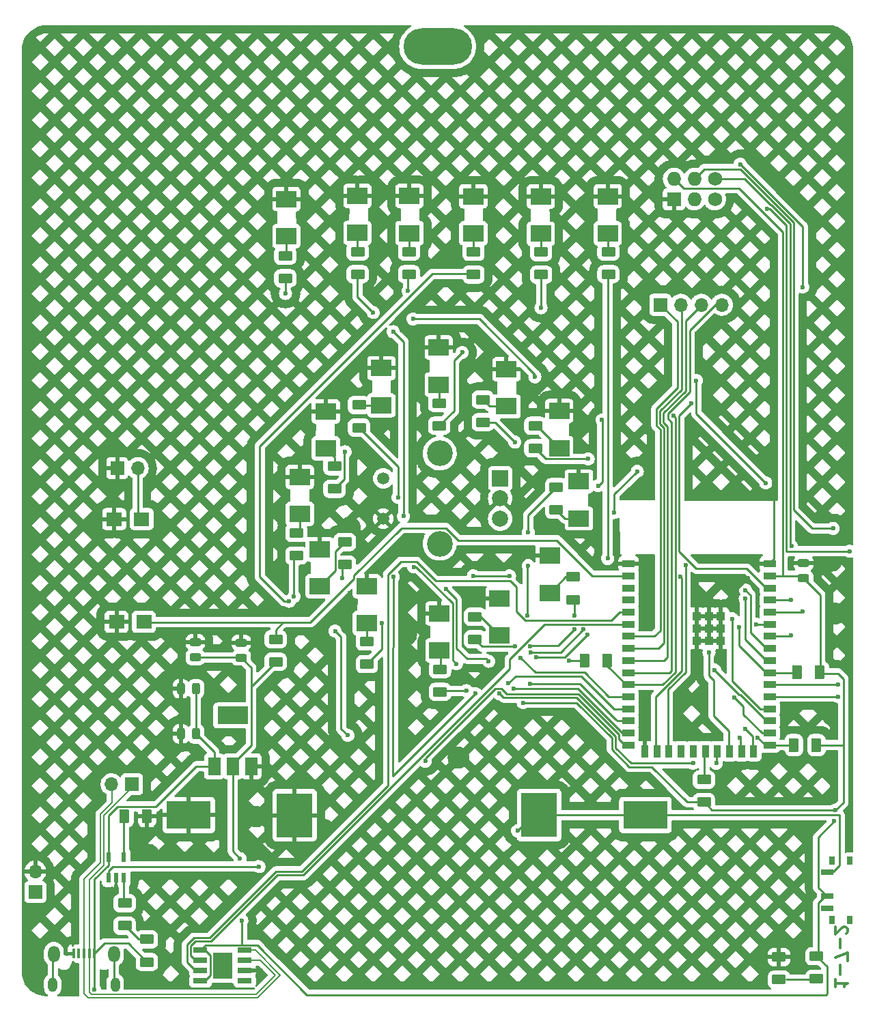
<source format=gbr>
%TF.GenerationSoftware,KiCad,Pcbnew,(6.0.7)*%
%TF.CreationDate,2022-09-02T14:18:50-05:00*%
%TF.ProjectId,BsidesKC-2022-Safe-Badge,42736964-6573-44b4-932d-323032322d53,0-c*%
%TF.SameCoordinates,Original*%
%TF.FileFunction,Copper,L2,Bot*%
%TF.FilePolarity,Positive*%
%FSLAX46Y46*%
G04 Gerber Fmt 4.6, Leading zero omitted, Abs format (unit mm)*
G04 Created by KiCad (PCBNEW (6.0.7)) date 2022-09-02 14:18:50*
%MOMM*%
%LPD*%
G01*
G04 APERTURE LIST*
G04 Aperture macros list*
%AMRoundRect*
0 Rectangle with rounded corners*
0 $1 Rounding radius*
0 $2 $3 $4 $5 $6 $7 $8 $9 X,Y pos of 4 corners*
0 Add a 4 corners polygon primitive as box body*
4,1,4,$2,$3,$4,$5,$6,$7,$8,$9,$2,$3,0*
0 Add four circle primitives for the rounded corners*
1,1,$1+$1,$2,$3*
1,1,$1+$1,$4,$5*
1,1,$1+$1,$6,$7*
1,1,$1+$1,$8,$9*
0 Add four rect primitives between the rounded corners*
20,1,$1+$1,$2,$3,$4,$5,0*
20,1,$1+$1,$4,$5,$6,$7,0*
20,1,$1+$1,$6,$7,$8,$9,0*
20,1,$1+$1,$8,$9,$2,$3,0*%
G04 Aperture macros list end*
%ADD10C,0.300000*%
%TA.AperFunction,NonConductor*%
%ADD11C,0.300000*%
%TD*%
%TA.AperFunction,ComponentPad*%
%ADD12O,1.727200X1.727200*%
%TD*%
%TA.AperFunction,ComponentPad*%
%ADD13R,1.727200X1.727200*%
%TD*%
%TA.AperFunction,ComponentPad*%
%ADD14C,1.727200*%
%TD*%
%TA.AperFunction,SMDPad,CuDef*%
%ADD15R,2.500000X2.000000*%
%TD*%
%TA.AperFunction,ComponentPad*%
%ADD16O,8.500000X4.500000*%
%TD*%
%TA.AperFunction,ComponentPad*%
%ADD17R,1.700000X1.700000*%
%TD*%
%TA.AperFunction,ComponentPad*%
%ADD18O,1.700000X1.700000*%
%TD*%
%TA.AperFunction,SMDPad,CuDef*%
%ADD19RoundRect,0.250000X-0.625000X0.375000X-0.625000X-0.375000X0.625000X-0.375000X0.625000X0.375000X0*%
%TD*%
%TA.AperFunction,SMDPad,CuDef*%
%ADD20RoundRect,0.250000X-0.375000X-0.625000X0.375000X-0.625000X0.375000X0.625000X-0.375000X0.625000X0*%
%TD*%
%TA.AperFunction,SMDPad,CuDef*%
%ADD21RoundRect,0.250000X0.375000X0.625000X-0.375000X0.625000X-0.375000X-0.625000X0.375000X-0.625000X0*%
%TD*%
%TA.AperFunction,SMDPad,CuDef*%
%ADD22RoundRect,0.250000X0.625000X-0.375000X0.625000X0.375000X-0.625000X0.375000X-0.625000X-0.375000X0*%
%TD*%
%TA.AperFunction,SMDPad,CuDef*%
%ADD23R,1.500000X2.200000*%
%TD*%
%TA.AperFunction,SMDPad,CuDef*%
%ADD24R,3.800000X2.200000*%
%TD*%
%TA.AperFunction,SMDPad,CuDef*%
%ADD25R,1.948000X1.700000*%
%TD*%
%TA.AperFunction,SMDPad,CuDef*%
%ADD26R,0.800000X1.000000*%
%TD*%
%TA.AperFunction,SMDPad,CuDef*%
%ADD27R,1.500000X0.700000*%
%TD*%
%TA.AperFunction,SMDPad,CuDef*%
%ADD28RoundRect,0.243750X0.456250X-0.243750X0.456250X0.243750X-0.456250X0.243750X-0.456250X-0.243750X0*%
%TD*%
%TA.AperFunction,SMDPad,CuDef*%
%ADD29R,1.500000X0.900000*%
%TD*%
%TA.AperFunction,SMDPad,CuDef*%
%ADD30R,0.900000X1.500000*%
%TD*%
%TA.AperFunction,SMDPad,CuDef*%
%ADD31R,1.100000X1.100000*%
%TD*%
%TA.AperFunction,SMDPad,CuDef*%
%ADD32R,4.500000X5.500000*%
%TD*%
%TA.AperFunction,SMDPad,CuDef*%
%ADD33R,5.500000X3.500000*%
%TD*%
%TA.AperFunction,SMDPad,CuDef*%
%ADD34R,1.750000X0.650000*%
%TD*%
%TA.AperFunction,SMDPad,CuDef*%
%ADD35R,2.410000X3.300000*%
%TD*%
%TA.AperFunction,SMDPad,CuDef*%
%ADD36R,0.440000X1.300000*%
%TD*%
%TA.AperFunction,ComponentPad*%
%ADD37O,1.450000X2.000000*%
%TD*%
%TA.AperFunction,ComponentPad*%
%ADD38O,1.150000X1.800000*%
%TD*%
%TA.AperFunction,SMDPad,CuDef*%
%ADD39R,0.600000X1.200000*%
%TD*%
%TA.AperFunction,SMDPad,CuDef*%
%ADD40RoundRect,0.243750X0.243750X0.456250X-0.243750X0.456250X-0.243750X-0.456250X0.243750X-0.456250X0*%
%TD*%
%TA.AperFunction,ComponentPad*%
%ADD41R,2.000000X2.000000*%
%TD*%
%TA.AperFunction,ComponentPad*%
%ADD42C,2.000000*%
%TD*%
%TA.AperFunction,ComponentPad*%
%ADD43C,3.200000*%
%TD*%
%TA.AperFunction,ComponentPad*%
%ADD44C,1.500000*%
%TD*%
%TA.AperFunction,ViaPad*%
%ADD45C,0.600000*%
%TD*%
%TA.AperFunction,Conductor*%
%ADD46C,0.250000*%
%TD*%
%TA.AperFunction,Conductor*%
%ADD47C,0.200000*%
%TD*%
G04 APERTURE END LIST*
D10*
D11*
X197390628Y-146494142D02*
X197390628Y-147351285D01*
X197390628Y-146922714D02*
X198890628Y-146922714D01*
X198676342Y-147065571D01*
X198533485Y-147208428D01*
X198462057Y-147351285D01*
X197962057Y-145851285D02*
X197962057Y-144708428D01*
X198890628Y-144137000D02*
X198890628Y-143137000D01*
X197390628Y-143779857D01*
X197962057Y-142565571D02*
X197962057Y-141422714D01*
X198747771Y-140779857D02*
X198819200Y-140708428D01*
X198890628Y-140565571D01*
X198890628Y-140208428D01*
X198819200Y-140065571D01*
X198747771Y-139994142D01*
X198604914Y-139922714D01*
X198462057Y-139922714D01*
X198247771Y-139994142D01*
X197390628Y-140851285D01*
X197390628Y-139922714D01*
D12*
%TO.P,X1,1,VCC*%
%TO.N,VCC*%
X177377400Y-47137000D03*
D13*
%TO.P,X1,2,GND*%
%TO.N,GND*%
X177377400Y-49677000D03*
D12*
%TO.P,X1,3,SDA*%
%TO.N,IO08*%
X179917400Y-47137000D03*
%TO.P,X1,4,SCL*%
%TO.N,IO09*%
X179917400Y-49677000D03*
D14*
%TO.P,X1,5,GPIO1*%
%TO.N,IO01*%
X182457400Y-47137000D03*
%TO.P,X1,6,GPIO2*%
%TO.N,IO02*%
X182457400Y-49677000D03*
%TD*%
D15*
%TO.P,D2,1,K*%
%TO.N,GND*%
X129350000Y-49650000D03*
%TO.P,D2,2,A*%
%TO.N,Net-(D2-Pad2)*%
X129350000Y-54250000D03*
%TD*%
%TO.P,D8,1,K*%
%TO.N,GND*%
X160875000Y-49350000D03*
%TO.P,D8,2,A*%
%TO.N,Net-(D8-Pad2)*%
X160875000Y-53950000D03*
%TD*%
%TO.P,D1,1,K*%
%TO.N,GND*%
X138150000Y-49250000D03*
%TO.P,D1,2,A*%
%TO.N,Net-(D1-Pad2)*%
X138150000Y-53850000D03*
%TD*%
%TO.P,D13,1,K*%
%TO.N,GND*%
X139300000Y-97675000D03*
%TO.P,D13,2,A*%
%TO.N,Net-(D13-Pad2)*%
X139300000Y-102275000D03*
%TD*%
%TO.P,D16,1,K*%
%TO.N,GND*%
X131000000Y-84125000D03*
%TO.P,D16,2,A*%
%TO.N,Net-(D16-Pad2)*%
X131000000Y-88725000D03*
%TD*%
%TO.P,D19,1,K*%
%TO.N,GND*%
X133475000Y-93100000D03*
%TO.P,D19,2,A*%
%TO.N,Net-(D19-Pad2)*%
X133475000Y-97700000D03*
%TD*%
%TO.P,D9,1,K*%
%TO.N,GND*%
X156625000Y-70775000D03*
%TO.P,D9,2,A*%
%TO.N,Net-(D9-Pad2)*%
X156625000Y-75375000D03*
%TD*%
%TO.P,D20,1,K*%
%TO.N,GND*%
X141125000Y-70625000D03*
%TO.P,D20,2,A*%
%TO.N,Net-(D20-Pad2)*%
X141125000Y-75225000D03*
%TD*%
%TO.P,D7,1,K*%
%TO.N,GND*%
X169175000Y-49300000D03*
%TO.P,D7,2,A*%
%TO.N,Net-(D7-Pad2)*%
X169175000Y-53900000D03*
%TD*%
%TO.P,D14,1,K*%
%TO.N,GND*%
X148325000Y-101050000D03*
%TO.P,D14,2,A*%
%TO.N,Net-(D14-Pad2)*%
X148325000Y-105650000D03*
%TD*%
%TO.P,D18,1,K*%
%TO.N,GND*%
X155775000Y-99200000D03*
%TO.P,D18,2,A*%
%TO.N,Net-(D18-Pad2)*%
X155775000Y-103800000D03*
%TD*%
%TO.P,D10,1,K*%
%TO.N,GND*%
X148225000Y-68075000D03*
%TO.P,D10,2,A*%
%TO.N,Net-(D10-Pad2)*%
X148225000Y-72675000D03*
%TD*%
%TO.P,D17,1,K*%
%TO.N,GND*%
X163150000Y-75950000D03*
%TO.P,D17,2,A*%
%TO.N,Net-(D17-Pad2)*%
X163150000Y-80550000D03*
%TD*%
%TO.P,D5,1,K*%
%TO.N,GND*%
X144600000Y-49275000D03*
%TO.P,D5,2,A*%
%TO.N,Net-(D5-Pad2)*%
X144600000Y-53875000D03*
%TD*%
%TO.P,D12,1,K*%
%TO.N,GND*%
X161975000Y-93900000D03*
%TO.P,D12,2,A*%
%TO.N,Net-(D12-Pad2)*%
X161975000Y-98500000D03*
%TD*%
%TO.P,D11,1,K*%
%TO.N,GND*%
X165600000Y-84675000D03*
%TO.P,D11,2,A*%
%TO.N,Net-(D11-Pad2)*%
X165600000Y-89275000D03*
%TD*%
%TO.P,D3,1,K*%
%TO.N,GND*%
X152525000Y-49300000D03*
%TO.P,D3,2,A*%
%TO.N,Net-(D3-Pad2)*%
X152525000Y-53900000D03*
%TD*%
%TO.P,D15,1,K*%
%TO.N,GND*%
X134225000Y-76000000D03*
%TO.P,D15,2,A*%
%TO.N,Net-(D15-Pad2)*%
X134225000Y-80600000D03*
%TD*%
D16*
%TO.P,REF\u002A\u002A,*%
%TO.N,*%
X148082000Y-30734000D03*
%TD*%
D17*
%TO.P,J2,1,Pin_1*%
%TO.N,GND*%
X108375000Y-83025000D03*
D18*
%TO.P,J2,2,Pin_2*%
%TO.N,Boot*%
X110915000Y-83025000D03*
%TD*%
D19*
%TO.P,D6,1,K*%
%TO.N,GND*%
X190398400Y-143684800D03*
%TO.P,D6,2,A*%
%TO.N,Net-(D6-Pad2)*%
X190398400Y-146484800D03*
%TD*%
%TO.P,D4,1,K*%
%TO.N,Net-(D4-Pad1)*%
X112050000Y-141500000D03*
%TO.P,D4,2,A*%
%TO.N,VBUS*%
X112050000Y-144300000D03*
%TD*%
D20*
%TO.P,R3,1*%
%TO.N,Net-(R3-Pad1)*%
X109275000Y-126225000D03*
%TO.P,R3,2*%
%TO.N,GND*%
X112075000Y-126225000D03*
%TD*%
D17*
%TO.P,J5,1,Pin_1*%
%TO.N,VBUS*%
X98221800Y-135615600D03*
D18*
%TO.P,J5,2,Pin_2*%
%TO.N,GND*%
X98221800Y-133075600D03*
%TD*%
D21*
%TO.P,R16,1*%
%TO.N,IO38*%
X169141600Y-106883200D03*
%TO.P,R16,2*%
%TO.N,VCC*%
X166341600Y-106883200D03*
%TD*%
D22*
%TO.P,R10,1*%
%TO.N,IO21*%
X153695400Y-77346000D03*
%TO.P,R10,2*%
%TO.N,Net-(D9-Pad2)*%
X153695400Y-74546000D03*
%TD*%
D23*
%TO.P,U4,1,GND*%
%TO.N,GND*%
X125000000Y-120025000D03*
%TO.P,U4,2,VO*%
%TO.N,VCC*%
X122700000Y-120025000D03*
%TO.P,U4,3,VI*%
%TO.N,VBUS*%
X120400000Y-120025000D03*
D24*
%TO.P,U4,4*%
%TO.N,N/C*%
X122700000Y-113725000D03*
%TD*%
D22*
%TO.P,R15,1*%
%TO.N,IO36*%
X148386800Y-110797800D03*
%TO.P,R15,2*%
%TO.N,Net-(D14-Pad2)*%
X148386800Y-107997800D03*
%TD*%
D25*
%TO.P,SW_Reset1,1,C*%
%TO.N,GND*%
X108282000Y-102108000D03*
%TO.P,SW_Reset1,2,D*%
%TO.N,RESET*%
X111682000Y-102108000D03*
%TD*%
D26*
%TO.P,1/0,*%
%TO.N,*%
X196984400Y-139057400D03*
X199194400Y-139057400D03*
X196984400Y-131757400D03*
X199194400Y-131757400D03*
D27*
%TO.P,1/0,1,A*%
%TO.N,Net-(BT1-Pad1)*%
X196334400Y-133157400D03*
%TO.P,1/0,2,B*%
%TO.N,VCC*%
X196334400Y-136157400D03*
%TO.P,1/0,3,C*%
%TO.N,unconnected-(SW1-Pad3)*%
X196334400Y-137657400D03*
%TD*%
D25*
%TO.P,SW2,1,A*%
%TO.N,Boot*%
X111400000Y-89350000D03*
%TO.P,SW2,2,B*%
%TO.N,GND*%
X108000000Y-89350000D03*
%TD*%
D17*
%TO.P,J3,1,Pin_1*%
%TO.N,D-*%
X110215600Y-122250200D03*
D18*
%TO.P,J3,2,Pin_2*%
%TO.N,D+*%
X107675600Y-122250200D03*
%TD*%
D22*
%TO.P,R20,1*%
%TO.N,IO14*%
X160197800Y-80571800D03*
%TO.P,R20,2*%
%TO.N,Net-(D17-Pad2)*%
X160197800Y-77771800D03*
%TD*%
D19*
%TO.P,R6,1*%
%TO.N,VCC*%
X195046600Y-143583200D03*
%TO.P,R6,2*%
%TO.N,Net-(D6-Pad2)*%
X195046600Y-146383200D03*
%TD*%
D28*
%TO.P,C2,1*%
%TO.N,VCC*%
X193450000Y-96712500D03*
%TO.P,C2,2*%
%TO.N,GND*%
X193450000Y-94837500D03*
%TD*%
D22*
%TO.P,R24,1*%
%TO.N,IO17*%
X138353800Y-78006400D03*
%TO.P,R24,2*%
%TO.N,Net-(D20-Pad2)*%
X138353800Y-75206400D03*
%TD*%
%TO.P,R22,1*%
%TO.N,IO15*%
X152730200Y-104270000D03*
%TO.P,R22,2*%
%TO.N,Net-(D18-Pad2)*%
X152730200Y-101470000D03*
%TD*%
D29*
%TO.P,U2,1,GND*%
%TO.N,GND*%
X189267800Y-94899400D03*
%TO.P,U2,2,3V3*%
%TO.N,VCC*%
X189267800Y-96399400D03*
%TO.P,U2,3,IO00*%
%TO.N,Boot*%
X189267800Y-97899400D03*
%TO.P,U2,4,IO01*%
%TO.N,IO01*%
X189267800Y-99399400D03*
%TO.P,U2,5,IO02*%
%TO.N,IO02*%
X189267800Y-100899400D03*
%TO.P,U2,6,IO03*%
%TO.N,IO03*%
X189267800Y-102399400D03*
%TO.P,U2,7,IO04*%
%TO.N,IO04*%
X189267800Y-103899400D03*
%TO.P,U2,8,IO05*%
%TO.N,IO05*%
X189267800Y-105399400D03*
%TO.P,U2,9,IO06*%
%TO.N,IO06*%
X189267800Y-106899400D03*
%TO.P,U2,10,IO07*%
%TO.N,IO07*%
X189267800Y-108399400D03*
%TO.P,U2,11,IO08*%
%TO.N,IO08*%
X189267800Y-109899400D03*
%TO.P,U2,12,IO09*%
%TO.N,IO09*%
X189267800Y-111399400D03*
%TO.P,U2,13,IO10*%
%TO.N,IO10*%
X189267800Y-112899400D03*
%TO.P,U2,14,IO11*%
%TO.N,IO11*%
X189267800Y-114399400D03*
%TO.P,U2,15,IO12*%
%TO.N,IO12*%
X189267800Y-115899400D03*
%TO.P,U2,16,IO13*%
%TO.N,IO13*%
X189267800Y-117399400D03*
D30*
%TO.P,U2,17,IO14*%
%TO.N,IO14*%
X187267800Y-118149400D03*
%TO.P,U2,18,IO15*%
%TO.N,IO15*%
X185767800Y-118149400D03*
%TO.P,U2,19,IO16*%
%TO.N,IO16*%
X184267800Y-118149400D03*
%TO.P,U2,20,IO17*%
%TO.N,IO17*%
X182767800Y-118149400D03*
%TO.P,U2,21,IO18*%
%TO.N,Net-(R25-Pad1)*%
X181267800Y-118149400D03*
%TO.P,U2,22,USB_D-*%
%TO.N,unconnected-(U2-Pad22)*%
X179767800Y-118149400D03*
%TO.P,U2,23,USB_D+*%
%TO.N,unconnected-(U2-Pad23)*%
X178267800Y-118149400D03*
%TO.P,U2,24,IO21*%
%TO.N,IO21*%
X176767800Y-118149400D03*
%TO.P,U2,25,IO26*%
%TO.N,IO26*%
X175267800Y-118149400D03*
%TO.P,U2,26,GND*%
%TO.N,GND*%
X173767800Y-118149400D03*
D29*
%TO.P,U2,27,IO33*%
%TO.N,IO33*%
X171767800Y-117399400D03*
%TO.P,U2,28,IO34*%
%TO.N,IO34*%
X171767800Y-115899400D03*
%TO.P,U2,29,IO35*%
%TO.N,IO35*%
X171767800Y-114399400D03*
%TO.P,U2,30,IO36*%
%TO.N,IO36*%
X171767800Y-112899400D03*
%TO.P,U2,31,IO37*%
%TO.N,IO37*%
X171767800Y-111399400D03*
%TO.P,U2,32,IO38*%
%TO.N,IO38*%
X171767800Y-109899400D03*
%TO.P,U2,33,IO39*%
%TO.N,IO39*%
X171767800Y-108399400D03*
%TO.P,U2,34,IO40*%
%TO.N,IO40*%
X171767800Y-106899400D03*
%TO.P,U2,35,IO41*%
%TO.N,IO41*%
X171767800Y-105399400D03*
%TO.P,U2,36,IO42*%
%TO.N,IO42*%
X171767800Y-103899400D03*
%TO.P,U2,37,TXD0*%
%TO.N,USB_RX_ESP_TX*%
X171767800Y-102399400D03*
%TO.P,U2,38,RXD0*%
%TO.N,USB_TX_ESP_RX*%
X171767800Y-100899400D03*
%TO.P,U2,39,IO45*%
%TO.N,unconnected-(U2-Pad39)*%
X171767800Y-99399400D03*
%TO.P,U2,40,IO46*%
%TO.N,unconnected-(U2-Pad40)*%
X171767800Y-97899400D03*
%TO.P,U2,41,EN*%
%TO.N,RESET*%
X171767800Y-96399400D03*
%TO.P,U2,42,GND*%
%TO.N,GND*%
X171767800Y-94899400D03*
D31*
%TO.P,U2,43,GND*%
X181707800Y-101399400D03*
X183207800Y-104449400D03*
X180207800Y-104449400D03*
X180207800Y-101399400D03*
X180207800Y-102949400D03*
X183207800Y-101399400D03*
X181707800Y-104449400D03*
X183207800Y-102949400D03*
X181707800Y-102949400D03*
%TD*%
D22*
%TO.P,R2,1*%
%TO.N,IO03*%
X129209800Y-59489800D03*
%TO.P,R2,2*%
%TO.N,Net-(D2-Pad2)*%
X129209800Y-56689800D03*
%TD*%
%TO.P,R19,1*%
%TO.N,IO37*%
X130581400Y-93881400D03*
%TO.P,R19,2*%
%TO.N,Net-(D16-Pad2)*%
X130581400Y-91081400D03*
%TD*%
D19*
%TO.P,R25,1*%
%TO.N,Net-(R25-Pad1)*%
X181100000Y-121675000D03*
%TO.P,R25,2*%
%TO.N,VCC*%
X181100000Y-124475000D03*
%TD*%
D20*
%TO.P,R17,1*%
%TO.N,IO13*%
X192249600Y-117398800D03*
%TO.P,R17,2*%
%TO.N,VCC*%
X195049600Y-117398800D03*
%TD*%
D22*
%TO.P,R13,1*%
%TO.N,IO10*%
X164871400Y-99342400D03*
%TO.P,R13,2*%
%TO.N,Net-(D12-Pad2)*%
X164871400Y-96542400D03*
%TD*%
%TO.P,R26,1*%
%TO.N,VCC*%
X128016000Y-107064000D03*
%TO.P,R26,2*%
%TO.N,RESET*%
X128016000Y-104264000D03*
%TD*%
D32*
%TO.P,14500,1,+*%
%TO.N,Net-(BT1-Pad1)*%
X160675000Y-126075000D03*
D33*
X173850000Y-126075000D03*
D32*
%TO.P,14500,2,-*%
%TO.N,GND*%
X130375000Y-126100000D03*
D33*
X117250000Y-126075000D03*
%TD*%
D22*
%TO.P,R1,1*%
%TO.N,IO34*%
X138176000Y-58981800D03*
%TO.P,R1,2*%
%TO.N,Net-(D1-Pad2)*%
X138176000Y-56181800D03*
%TD*%
D19*
%TO.P,R12,1*%
%TO.N,IO35*%
X162788600Y-85391800D03*
%TO.P,R12,2*%
%TO.N,Net-(D11-Pad2)*%
X162788600Y-88191800D03*
%TD*%
D22*
%TO.P,R11,1*%
%TO.N,IO06*%
X148285200Y-77777800D03*
%TO.P,R11,2*%
%TO.N,Net-(D10-Pad2)*%
X148285200Y-74977800D03*
%TD*%
D34*
%TO.P,U3,1,UD+*%
%TO.N,D+*%
X124175000Y-142845000D03*
%TO.P,U3,2,UD-*%
%TO.N,D-*%
X124175000Y-144115000D03*
%TO.P,U3,3,GND*%
%TO.N,GND*%
X124175000Y-145385000D03*
%TO.P,U3,4,~{RTS}*%
%TO.N,unconnected-(U3-Pad4)*%
X124175000Y-146655000D03*
%TO.P,U3,5,VCC*%
%TO.N,VCC*%
X118675000Y-146655000D03*
%TO.P,U3,6,TXD*%
%TO.N,USB_TX_ESP_RX*%
X118675000Y-145385000D03*
%TO.P,U3,7,RXD*%
%TO.N,USB_RX_ESP_TX*%
X118675000Y-144115000D03*
%TO.P,U3,8,V3*%
%TO.N,VCC*%
X118675000Y-142845000D03*
D35*
%TO.P,U3,9*%
%TO.N,N/C*%
X121425000Y-144750000D03*
%TD*%
D36*
%TO.P,J4,1,VBUS*%
%TO.N,VBUS*%
X105550000Y-143275000D03*
%TO.P,J4,2,D-*%
%TO.N,D-*%
X104900000Y-143275000D03*
%TO.P,J4,3,D+*%
%TO.N,D+*%
X104250000Y-143275000D03*
%TO.P,J4,4,ID*%
%TO.N,unconnected-(J4-Pad4)*%
X103600000Y-143275000D03*
%TO.P,J4,5,GND*%
%TO.N,GND*%
X102950000Y-143275000D03*
D37*
%TO.P,J4,6,Shield*%
%TO.N,unconnected-(J4-Pad6)*%
X107975000Y-143325000D03*
D38*
X100375000Y-147125000D03*
D37*
X100525000Y-143325000D03*
D38*
X108125000Y-147125000D03*
%TD*%
D39*
%TO.P,U1,1,~{CHRG}*%
%TO.N,Net-(R5-Pad2)*%
X109175000Y-133875000D03*
%TO.P,U1,2,GND*%
%TO.N,GND*%
X108225000Y-133875000D03*
%TO.P,U1,3,BAT*%
%TO.N,Net-(BT1-Pad1)*%
X107275000Y-133875000D03*
%TO.P,U1,4,VCC*%
%TO.N,VBUS*%
X107275000Y-131275000D03*
%TO.P,U1,5,PROG*%
%TO.N,Net-(R3-Pad1)*%
X109175000Y-131275000D03*
%TD*%
D22*
%TO.P,R7,1*%
%TO.N,IO04*%
X144551400Y-58981800D03*
%TO.P,R7,2*%
%TO.N,Net-(D5-Pad2)*%
X144551400Y-56181800D03*
%TD*%
D40*
%TO.P,C1,1*%
%TO.N,VBUS*%
X118137500Y-110400000D03*
%TO.P,C1,2*%
%TO.N,GND*%
X116262500Y-110400000D03*
%TD*%
%TO.P,C5,1*%
%TO.N,VBUS*%
X118137500Y-116000000D03*
%TO.P,C5,2*%
%TO.N,GND*%
X116262500Y-116000000D03*
%TD*%
D28*
%TO.P,C4,1*%
%TO.N,VCC*%
X118059200Y-106499900D03*
%TO.P,C4,2*%
%TO.N,GND*%
X118059200Y-104624900D03*
%TD*%
D21*
%TO.P,R21,1*%
%TO.N,VCC*%
X195481400Y-108381800D03*
%TO.P,R21,2*%
%TO.N,IO07*%
X192681400Y-108381800D03*
%TD*%
D41*
%TO.P,EC11N,A,A*%
%TO.N,IO38*%
X155850000Y-84300000D03*
D42*
%TO.P,EC11N,B,B*%
%TO.N,IO13*%
X155850000Y-89300000D03*
%TO.P,EC11N,C,C*%
%TO.N,GND*%
X155850000Y-86800000D03*
D43*
%TO.P,EC11N,MP*%
%TO.N,N/C*%
X148350000Y-92400000D03*
X148350000Y-81200000D03*
D44*
%TO.P,EC11N,S1,S1*%
%TO.N,IO07*%
X141350000Y-84300000D03*
%TO.P,EC11N,S2,S2*%
%TO.N,GND*%
X141350000Y-89300000D03*
%TD*%
D22*
%TO.P,R9,1*%
%TO.N,IO05*%
X160909000Y-59032600D03*
%TO.P,R9,2*%
%TO.N,Net-(D8-Pad2)*%
X160909000Y-56232600D03*
%TD*%
%TO.P,R14,1*%
%TO.N,IO11*%
X139319000Y-107343400D03*
%TO.P,R14,2*%
%TO.N,Net-(D13-Pad2)*%
X139319000Y-104543400D03*
%TD*%
%TO.P,R23,1*%
%TO.N,IO16*%
X136601200Y-94999000D03*
%TO.P,R23,2*%
%TO.N,Net-(D19-Pad2)*%
X136601200Y-92199000D03*
%TD*%
%TO.P,R8,1*%
%TO.N,IO26*%
X169265600Y-58981800D03*
%TO.P,R8,2*%
%TO.N,Net-(D7-Pad2)*%
X169265600Y-56181800D03*
%TD*%
D17*
%TO.P,J1,1,Pin_1*%
%TO.N,IO42*%
X175701800Y-62763400D03*
D18*
%TO.P,J1,2,Pin_2*%
%TO.N,IO41*%
X178241800Y-62763400D03*
%TO.P,J1,3,Pin_3*%
%TO.N,IO40*%
X180781800Y-62763400D03*
%TO.P,J1,4,Pin_4*%
%TO.N,IO39*%
X183321800Y-62763400D03*
%TD*%
D22*
%TO.P,R18,1*%
%TO.N,IO12*%
X135305800Y-85601000D03*
%TO.P,R18,2*%
%TO.N,Net-(D15-Pad2)*%
X135305800Y-82801000D03*
%TD*%
D28*
%TO.P,C3,1*%
%TO.N,VCC*%
X123748800Y-106550700D03*
%TO.P,C3,2*%
%TO.N,GND*%
X123748800Y-104675700D03*
%TD*%
D22*
%TO.P,R4,1*%
%TO.N,IO33*%
X152527000Y-59007200D03*
%TO.P,R4,2*%
%TO.N,Net-(D3-Pad2)*%
X152527000Y-56207200D03*
%TD*%
%TO.P,R5,1*%
%TO.N,Net-(D4-Pad1)*%
X109300000Y-139800000D03*
%TO.P,R5,2*%
%TO.N,Net-(R5-Pad2)*%
X109300000Y-137000000D03*
%TD*%
D45*
%TO.N,Net-(BT1-Pad1)*%
X125950000Y-132475000D03*
X157988000Y-128016000D03*
%TO.N,GND*%
X197358000Y-101066600D03*
X137160000Y-98552000D03*
X140309600Y-95707200D03*
X125603000Y-126263400D03*
X98983800Y-145491200D03*
X157734000Y-95250000D03*
X137185400Y-90373200D03*
X133985000Y-127889000D03*
X157251400Y-112903000D03*
X152400000Y-98856800D03*
X173609000Y-111048800D03*
X150672800Y-118948200D03*
X196875400Y-92100400D03*
X180289200Y-99390200D03*
X126161800Y-145364200D03*
X106654600Y-145872200D03*
X197129400Y-113741200D03*
X167792400Y-91186000D03*
X121310400Y-126288800D03*
X189788800Y-84886800D03*
X196875400Y-94538800D03*
X144119600Y-99187000D03*
X185724800Y-94284800D03*
X102565200Y-146354800D03*
X178003200Y-111074200D03*
X199288400Y-113715800D03*
X144195800Y-103708200D03*
X186563000Y-96647000D03*
X112242600Y-130987800D03*
%TO.N,VBUS*%
X105562400Y-147750980D03*
%TO.N,VCC*%
X158699200Y-112141000D03*
X197256400Y-126847600D03*
X197434200Y-125450500D03*
X123596400Y-131470400D03*
X164414200Y-106908600D03*
X123825000Y-139141200D03*
%TO.N,IO03*%
X145034000Y-64516000D03*
X129235200Y-61366400D03*
X160147000Y-71704200D03*
X187604400Y-102412800D03*
%TO.N,IO04*%
X144424400Y-61061600D03*
X188762300Y-84861400D03*
X180162200Y-72161400D03*
X191871600Y-103809800D03*
%TO.N,IO05*%
X160909000Y-63144400D03*
X186258200Y-98171000D03*
%TO.N,IO06*%
X151130000Y-68681600D03*
X186225000Y-99250000D03*
%TO.N,IO14*%
X186175000Y-115350000D03*
X166751000Y-81889600D03*
%TO.N,IO35*%
X159325000Y-95125000D03*
X159325000Y-90975000D03*
X159225000Y-101300000D03*
X159512000Y-109763900D03*
%TO.N,IO10*%
X184600000Y-101725000D03*
X165023800Y-101300011D03*
%TO.N,IO15*%
X165049200Y-103024500D03*
X159541092Y-105108892D03*
X185575000Y-116525000D03*
X157705415Y-105178215D03*
%TO.N,IO36*%
X151688800Y-110642400D03*
X156870400Y-109728000D03*
%TO.N,IO11*%
X160274000Y-106499500D03*
X149123400Y-98044000D03*
X182422800Y-108077000D03*
X166649248Y-103680481D03*
X154406600Y-106999020D03*
X141198600Y-102225000D03*
%TO.N,IO16*%
X159650000Y-105925000D03*
X166192200Y-103024500D03*
X181725000Y-105900000D03*
X136271000Y-96672400D03*
%TO.N,IO37*%
X130275000Y-98950000D03*
X158394400Y-106549500D03*
%TO.N,IO12*%
X136625000Y-81000000D03*
X184886600Y-111480600D03*
%TO.N,IO17*%
X155727400Y-111012900D03*
X143175000Y-86650000D03*
X152795900Y-111012900D03*
X142575000Y-96475000D03*
X182650000Y-119634000D03*
X179781200Y-119634000D03*
%TO.N,IO38*%
X177317400Y-76504800D03*
X168478200Y-77063600D03*
X167995600Y-85217000D03*
%TO.N,IO13*%
X172847000Y-83439000D03*
X187774500Y-116444718D03*
X170002200Y-88544400D03*
%TO.N,Boot*%
X179537700Y-75031600D03*
%TO.N,IO07*%
X185420000Y-102743000D03*
X152527000Y-96391818D03*
X157008378Y-96391818D03*
%TO.N,IO09*%
X188899800Y-50825400D03*
X197749500Y-111379000D03*
X199161400Y-93345000D03*
%TO.N,IO08*%
X197749500Y-109905800D03*
X197104000Y-90500200D03*
%TO.N,IO02*%
X193344800Y-60564400D03*
X185597800Y-45324389D03*
X193294000Y-100838000D03*
%TO.N,IO01*%
X191948020Y-92720500D03*
X191871600Y-99390200D03*
%TO.N,IO34*%
X150418800Y-107315000D03*
X142575000Y-66100000D03*
X140100000Y-63725000D03*
X143850000Y-89000000D03*
X145125000Y-95275000D03*
X157505400Y-110388400D03*
%TO.N,IO33*%
X136956800Y-116179600D03*
X129692400Y-99542600D03*
X135379661Y-103242839D03*
X146558000Y-119380000D03*
%TO.N,IO26*%
X169164000Y-94234000D03*
X178191500Y-96469200D03*
%TO.N,IO21*%
X178816000Y-95046800D03*
X157657800Y-79806800D03*
%TD*%
D46*
%TO.N,Net-(BT1-Pad1)*%
X107275000Y-133875000D02*
X107275000Y-133025000D01*
X197916800Y-132302222D02*
X197119022Y-133100000D01*
X107825000Y-132475000D02*
X125950000Y-132475000D01*
X197916800Y-126075000D02*
X197916800Y-132302222D01*
X197119022Y-133100000D02*
X196320000Y-133100000D01*
X159929000Y-126075000D02*
X160675000Y-126075000D01*
X157988000Y-128016000D02*
X159929000Y-126075000D01*
X107275000Y-133025000D02*
X107825000Y-132475000D01*
X160675000Y-126075000D02*
X173850000Y-126075000D01*
X173850000Y-126075000D02*
X197916800Y-126075000D01*
%TO.N,GND*%
X157885718Y-95250000D02*
X157734000Y-95250000D01*
X181590000Y-104450000D02*
X181590000Y-102950000D01*
X183090000Y-100120000D02*
X183090000Y-101400000D01*
X183090000Y-101400000D02*
X181590000Y-101400000D01*
X180090000Y-101400000D02*
X181590000Y-101400000D01*
X183090000Y-102950000D02*
X183090000Y-104450000D01*
X180090000Y-102950000D02*
X180090000Y-104450000D01*
X161975000Y-93900000D02*
X159235718Y-93900000D01*
X180090000Y-101400000D02*
X180090000Y-102950000D01*
X189150000Y-94900000D02*
X189788800Y-94261200D01*
X124195800Y-145364200D02*
X124175000Y-145385000D01*
X159235718Y-93900000D02*
X157885718Y-95250000D01*
X183090000Y-101400000D02*
X183090000Y-102950000D01*
X183090000Y-104450000D02*
X181590000Y-104450000D01*
X126161800Y-145364200D02*
X124195800Y-145364200D01*
X186563000Y-96647000D02*
X183090000Y-100120000D01*
X189788800Y-94261200D02*
X189788800Y-84886800D01*
%TO.N,VBUS*%
X107275000Y-132325978D02*
X107275000Y-131275000D01*
X120400000Y-120025000D02*
X120400000Y-118262500D01*
X113175009Y-125025480D02*
X108398020Y-125025480D01*
X105550000Y-134050978D02*
X107275000Y-132325978D01*
X118137500Y-116000000D02*
X118137500Y-110400000D01*
X106824520Y-142000480D02*
X105550000Y-143275000D01*
X105562400Y-147750980D02*
X105550000Y-147738580D01*
X109750480Y-142000480D02*
X106824520Y-142000480D01*
X105550000Y-143275000D02*
X105550000Y-134050978D01*
X107275000Y-126148500D02*
X107275000Y-131275000D01*
X120400000Y-118262500D02*
X118137500Y-116000000D01*
X108398020Y-125025480D02*
X107275000Y-126148500D01*
X112050000Y-144300000D02*
X109750480Y-142000480D01*
X120400000Y-120025000D02*
X118175489Y-120025000D01*
X118175489Y-120025000D02*
X113175009Y-125025480D01*
X105550000Y-147738580D02*
X105550000Y-143275000D01*
%TO.N,VCC*%
X196342000Y-148234400D02*
X196215000Y-148361400D01*
X195245489Y-136996311D02*
X195245489Y-143488911D01*
X196342000Y-148234400D02*
X196342000Y-144878600D01*
X119895489Y-143515489D02*
X119895489Y-145984511D01*
X118675000Y-142845000D02*
X119225000Y-142845000D01*
X195625000Y-108500000D02*
X197700000Y-108500000D01*
X196215000Y-148361400D02*
X131902200Y-148361400D01*
X124975000Y-110105000D02*
X128016000Y-107064000D01*
X198374000Y-124536200D02*
X198374000Y-117424200D01*
X123748800Y-106550700D02*
X124975000Y-107776900D01*
X118059200Y-106499900D02*
X123698000Y-106499900D01*
X196084400Y-136157400D02*
X195245489Y-136996311D01*
X198374000Y-109174000D02*
X197750000Y-108550000D01*
X119225000Y-142845000D02*
X119895489Y-143515489D01*
X178565511Y-48325111D02*
X185489689Y-48325111D01*
X198348600Y-117398800D02*
X198374000Y-117424200D01*
X124975000Y-107776900D02*
X124975000Y-117400000D01*
X197700000Y-108500000D02*
X197750000Y-108550000D01*
X189150000Y-96400000D02*
X190874000Y-96400000D01*
X125736289Y-142195489D02*
X123820489Y-142195489D01*
X119225000Y-146655000D02*
X118675000Y-146655000D01*
X122700000Y-119675000D02*
X124975000Y-117400000D01*
X166316200Y-106908600D02*
X166341600Y-106883200D01*
X164414200Y-106908600D02*
X166316200Y-106908600D01*
X119895489Y-145984511D02*
X119225000Y-146655000D01*
X193450000Y-96712500D02*
X195529200Y-98791700D01*
X197434200Y-125476000D02*
X198374000Y-124536200D01*
X195259400Y-135082400D02*
X195259400Y-128844600D01*
X182101000Y-125476000D02*
X197434200Y-125476000D01*
X171848582Y-120084000D02*
X169675969Y-117911387D01*
X165332569Y-112141000D02*
X158699200Y-112141000D01*
X169675969Y-117538595D02*
X169675969Y-116484400D01*
X195049600Y-117398800D02*
X198348600Y-117398800D01*
X122700000Y-120025000D02*
X122700000Y-119675000D01*
X169675969Y-116484400D02*
X165332569Y-112141000D01*
X181100000Y-124475000D02*
X179034200Y-124475000D01*
X198374000Y-117424200D02*
X198374000Y-109174000D01*
X123820489Y-139145711D02*
X123820489Y-142195489D01*
X195529200Y-108404200D02*
X195625000Y-108500000D01*
X195529200Y-98791700D02*
X195529200Y-108404200D01*
X196334400Y-136157400D02*
X196084400Y-136157400D01*
X123825000Y-139141200D02*
X123820489Y-139145711D01*
X185489689Y-48325111D02*
X190874000Y-53709422D01*
X123820489Y-142195489D02*
X119324511Y-142195489D01*
X119324511Y-142195489D02*
X118675000Y-142845000D01*
X123698000Y-106499900D02*
X123748800Y-106550700D01*
X174643200Y-120084000D02*
X171848582Y-120084000D01*
X123596400Y-131470400D02*
X122700000Y-130574000D01*
X131902200Y-148361400D02*
X125736289Y-142195489D01*
X169675969Y-117911387D02*
X169675969Y-117538595D01*
X190874000Y-53709422D02*
X190874000Y-96400000D01*
X177377400Y-47137000D02*
X178565511Y-48325111D01*
X179034200Y-124475000D02*
X174643200Y-120084000D01*
X196342000Y-144878600D02*
X195046600Y-143583200D01*
X196334400Y-136157400D02*
X195259400Y-135082400D01*
X122700000Y-130574000D02*
X122700000Y-120025000D01*
X181100000Y-124475000D02*
X182101000Y-125476000D01*
X124975000Y-117400000D02*
X124975000Y-110105000D01*
X195259400Y-128844600D02*
X197256400Y-126847600D01*
X190874000Y-96400000D02*
X193137500Y-96400000D01*
X193137500Y-96400000D02*
X193450000Y-96712500D01*
%TO.N,IO03*%
X160147000Y-71397978D02*
X153265022Y-64516000D01*
X187617200Y-102400000D02*
X187604400Y-102412800D01*
X153265022Y-64516000D02*
X145034000Y-64516000D01*
X160147000Y-71704200D02*
X160147000Y-71397978D01*
X189150000Y-102400000D02*
X187617200Y-102400000D01*
X129235200Y-61366400D02*
X129235200Y-59515200D01*
%TO.N,IO04*%
X180162200Y-72161400D02*
X180162200Y-76261300D01*
X191871600Y-103809800D02*
X191795400Y-103886000D01*
X180162200Y-76261300D02*
X188762300Y-84861400D01*
X144424400Y-61061600D02*
X144424400Y-59083400D01*
X191795400Y-103886000D02*
X189164000Y-103886000D01*
%TO.N,IO05*%
X160909000Y-63144400D02*
X160909000Y-58981800D01*
X186867800Y-98780600D02*
X186867800Y-103466822D01*
X188800978Y-105400000D02*
X189150000Y-105400000D01*
X186258200Y-98171000D02*
X186867800Y-98780600D01*
X186867800Y-103466822D02*
X188800978Y-105400000D01*
%TO.N,IO06*%
X186207400Y-99267600D02*
X186225000Y-99250000D01*
X150139400Y-69672200D02*
X150139400Y-75898200D01*
X151130000Y-68681600D02*
X150139400Y-69672200D01*
X150139400Y-75898200D02*
X148310600Y-77727000D01*
X188850000Y-106900000D02*
X186207400Y-104257400D01*
X189150000Y-106900000D02*
X188850000Y-106900000D01*
X186207400Y-104257400D02*
X186207400Y-99267600D01*
%TO.N,IO14*%
X164739600Y-81889600D02*
X164724511Y-81874511D01*
X187150000Y-116325000D02*
X186175000Y-115350000D01*
X164724511Y-81874511D02*
X161500511Y-81874511D01*
X166751000Y-81889600D02*
X164739600Y-81889600D01*
X187150000Y-118150000D02*
X187150000Y-116325000D01*
X161500511Y-81874511D02*
X160197800Y-80571800D01*
%TO.N,IO35*%
X170163089Y-114157589D02*
X170163089Y-114161911D01*
X159512000Y-109763900D02*
X165769400Y-109763900D01*
X170401178Y-114400000D02*
X171650000Y-114400000D01*
X165769400Y-109763900D02*
X170163089Y-114157589D01*
X170163089Y-114161911D02*
X170401178Y-114400000D01*
X162788600Y-85391800D02*
X159325000Y-88855400D01*
X159325000Y-88855400D02*
X159325000Y-90975000D01*
X159225000Y-101300000D02*
X159225000Y-95225000D01*
X159225000Y-95225000D02*
X159325000Y-95125000D01*
%TO.N,IO10*%
X165023800Y-101300011D02*
X165023800Y-99494800D01*
X165023800Y-99494800D02*
X164871400Y-99342400D01*
X188050000Y-112900000D02*
X184600000Y-109450000D01*
X189150000Y-112900000D02*
X188050000Y-112900000D01*
X184600000Y-109450000D02*
X184600000Y-101725000D01*
%TO.N,IO15*%
X159570184Y-105079800D02*
X162993900Y-105079800D01*
X159541092Y-105108892D02*
X159570184Y-105079800D01*
X185650000Y-116600000D02*
X185575000Y-116525000D01*
X157705415Y-105178215D02*
X153638415Y-105178215D01*
X185650000Y-118150000D02*
X185650000Y-116600000D01*
X162993900Y-105079800D02*
X165049200Y-103024500D01*
X153638415Y-105178215D02*
X152730200Y-104270000D01*
%TO.N,IO36*%
X151685800Y-110645400D02*
X148437600Y-110645400D01*
X157759400Y-108839000D02*
X156870400Y-109728000D01*
X169950000Y-112900000D02*
X165889000Y-108839000D01*
X165889000Y-108839000D02*
X157759400Y-108839000D01*
X171650000Y-112900000D02*
X169950000Y-112900000D01*
%TO.N,IO11*%
X185585500Y-111135500D02*
X188850000Y-114400000D01*
X188850000Y-114400000D02*
X189150000Y-114400000D01*
X185481300Y-111135500D02*
X185585500Y-111135500D01*
X141198600Y-102225000D02*
X141198600Y-105463800D01*
X182422800Y-108077000D02*
X185481300Y-111135500D01*
X154406600Y-106999020D02*
X154087580Y-106680000D01*
X150411120Y-99331720D02*
X149123400Y-98044000D01*
X154087580Y-106680000D02*
X151733793Y-106680000D01*
X163830229Y-106499500D02*
X166649248Y-103680481D01*
X141198600Y-105463800D02*
X139319000Y-107343400D01*
X151733793Y-106680000D02*
X150411120Y-105357327D01*
X150411120Y-105357327D02*
X150411120Y-99331720D01*
X160274000Y-106499500D02*
X163830229Y-106499500D01*
%TO.N,IO16*%
X182300000Y-109376600D02*
X181725000Y-108801600D01*
X166192200Y-103024500D02*
X163342200Y-105874500D01*
X163342200Y-105874500D02*
X159700500Y-105874500D01*
X181725000Y-108801600D02*
X181725000Y-105900000D01*
X159700500Y-105874500D02*
X159650000Y-105925000D01*
X136271000Y-95329200D02*
X136601200Y-94999000D01*
X182300000Y-113775000D02*
X182300000Y-109376600D01*
X136271000Y-96672400D02*
X136271000Y-95329200D01*
X184150000Y-118150000D02*
X184150000Y-115625000D01*
X184150000Y-115625000D02*
X182300000Y-113775000D01*
%TO.N,IO37*%
X169300000Y-111400000D02*
X171650000Y-111400000D01*
X166289480Y-108389480D02*
X169300000Y-111400000D01*
X130251200Y-94211600D02*
X130581400Y-93881400D01*
X130251200Y-98926200D02*
X130251200Y-94211600D01*
X130275000Y-98950000D02*
X130251200Y-98926200D01*
X160234380Y-108389480D02*
X166289480Y-108389480D01*
X158394400Y-106549500D02*
X160234380Y-108389480D01*
%TO.N,IO12*%
X186004200Y-113563400D02*
X188340800Y-115900000D01*
X186004200Y-112598200D02*
X186004200Y-113563400D01*
X136505320Y-84401480D02*
X136505320Y-80880320D01*
X135305800Y-85601000D02*
X136505320Y-84401480D01*
X188340800Y-115900000D02*
X189150000Y-115900000D01*
X184886600Y-111480600D02*
X186004200Y-112598200D01*
%TO.N,IO17*%
X170125969Y-116279405D02*
X165344895Y-111498331D01*
X142559700Y-121249100D02*
X142559700Y-105302300D01*
X170125969Y-117724991D02*
X170125969Y-116279405D01*
X172034978Y-119634000D02*
X170125969Y-117724991D01*
X142559700Y-105302300D02*
X142600000Y-105262000D01*
X142600000Y-105262000D02*
X142600000Y-96500000D01*
X182650000Y-118150000D02*
X182650000Y-119634000D01*
X143175000Y-82850000D02*
X138353800Y-78028800D01*
X152795900Y-111012900D02*
X142559700Y-121249100D01*
X143175000Y-86650000D02*
X143175000Y-82850000D01*
X138353800Y-78028800D02*
X138353800Y-78006400D01*
X156253131Y-111498331D02*
X155727400Y-110972600D01*
X155727400Y-110972600D02*
X155727400Y-111012900D01*
X165344895Y-111498331D02*
X156253131Y-111498331D01*
X142600000Y-96500000D02*
X142575000Y-96475000D01*
X179781200Y-119634000D02*
X172034978Y-119634000D01*
%TO.N,IO38*%
X171767800Y-109899400D02*
X171467800Y-109899400D01*
X168503600Y-84709000D02*
X167995600Y-85217000D01*
X177317400Y-76504800D02*
X177546000Y-76733400D01*
X177546000Y-108331718D02*
X175977718Y-109900000D01*
X175977718Y-109900000D02*
X171650000Y-109900000D01*
X169141600Y-107573200D02*
X169141600Y-106883200D01*
X168478200Y-77063600D02*
X168503600Y-77089000D01*
X171467800Y-109899400D02*
X169141600Y-107573200D01*
X168503600Y-77089000D02*
X168503600Y-84709000D01*
X177546000Y-76733400D02*
X177546000Y-108331718D01*
%TO.N,IO13*%
X189267800Y-117399400D02*
X192249000Y-117399400D01*
X189150000Y-117400000D02*
X188729782Y-117400000D01*
X192249000Y-117399400D02*
X192249600Y-117398800D01*
X172847000Y-83439000D02*
X170002200Y-86283800D01*
X188729782Y-117400000D02*
X187774500Y-116444718D01*
X170002200Y-86283800D02*
X170002200Y-88544400D01*
%TO.N,Boot*%
X178028600Y-76540700D02*
X178028600Y-91846400D01*
X110915000Y-88865000D02*
X111400000Y-89350000D01*
X178028600Y-91846400D02*
X177995520Y-91879480D01*
X177995520Y-91879480D02*
X177995520Y-93343127D01*
X179537700Y-75031600D02*
X178028600Y-76540700D01*
X180162015Y-95509622D02*
X186410600Y-95509622D01*
X186410600Y-95509622D02*
X188800978Y-97900000D01*
X188800978Y-97900000D02*
X189150000Y-97900000D01*
X110915000Y-83025000D02*
X110915000Y-88865000D01*
X177995520Y-93343127D02*
X180162015Y-95509622D01*
D47*
%TO.N,D+*%
X104250000Y-143275000D02*
X104250000Y-148250000D01*
X125722400Y-148750000D02*
X128549400Y-145923000D01*
X128549400Y-145923000D02*
X125471400Y-142845000D01*
X106275978Y-132009016D02*
X106275978Y-125982167D01*
X104250000Y-134034994D02*
X106275978Y-132009016D01*
X104250000Y-143275000D02*
X104250000Y-134034994D01*
X106275978Y-125982167D02*
X107696000Y-124562145D01*
X104250000Y-148250000D02*
X104750000Y-148750000D01*
X107696000Y-124562145D02*
X107696000Y-122186000D01*
X125471400Y-142845000D02*
X124175000Y-142845000D01*
X104750000Y-148750000D02*
X125722400Y-148750000D01*
%TO.N,D-*%
X127962097Y-145945297D02*
X125556914Y-148350480D01*
X104900000Y-134063200D02*
X106675489Y-132287711D01*
X106675489Y-126147650D02*
X110150000Y-122673139D01*
X110150000Y-122673139D02*
X110150000Y-122100000D01*
X125556914Y-148350480D02*
X105175000Y-148350480D01*
X104900000Y-148075480D02*
X104900000Y-143275000D01*
X104900000Y-143275000D02*
X104900000Y-134063200D01*
X106675489Y-132287711D02*
X106675489Y-126147650D01*
X124175000Y-144115000D02*
X126131800Y-144115000D01*
X126131800Y-144115000D02*
X127962097Y-145945297D01*
X105175000Y-148350480D02*
X104900000Y-148075480D01*
D46*
%TO.N,unconnected-(J4-Pad6)*%
X107975000Y-143325000D02*
X107975000Y-146975000D01*
X100375000Y-147125000D02*
X100375000Y-143475000D01*
X100375000Y-143475000D02*
X100525000Y-143325000D01*
%TO.N,RESET*%
X111700000Y-102125000D02*
X111733800Y-102158800D01*
X128016000Y-104264000D02*
X128016000Y-103073200D01*
X137725489Y-96750511D02*
X137725489Y-96350489D01*
X137725489Y-96350489D02*
X143600978Y-90475000D01*
X167291400Y-96400000D02*
X171650000Y-96400000D01*
X128016000Y-103073200D02*
X128930400Y-102158800D01*
X149147362Y-90475000D02*
X150645762Y-91973400D01*
X132317200Y-102158800D02*
X137725489Y-96750511D01*
X150645762Y-91973400D02*
X162864800Y-91973400D01*
X143600978Y-90475000D02*
X149147362Y-90475000D01*
X162864800Y-91973400D02*
X167291400Y-96400000D01*
X111733800Y-102158800D02*
X132317200Y-102158800D01*
%TO.N,IO07*%
X185420000Y-102743000D02*
X185420000Y-105020000D01*
X156981796Y-96418400D02*
X152553582Y-96418400D01*
X188800000Y-108400000D02*
X189150000Y-108400000D01*
X185420000Y-105020000D02*
X188800000Y-108400000D01*
X152553582Y-96418400D02*
X152527000Y-96391818D01*
X189150000Y-108400000D02*
X192725000Y-108400000D01*
X157008378Y-96391818D02*
X156981796Y-96418400D01*
%TO.N,IO09*%
X191323520Y-93330320D02*
X191338200Y-93345000D01*
X191338200Y-93345000D02*
X199161400Y-93345000D01*
X197728500Y-111400000D02*
X189150000Y-111400000D01*
X189230000Y-50825400D02*
X191323520Y-52918920D01*
X188899800Y-50825400D02*
X189230000Y-50825400D01*
X191323520Y-52918920D02*
X191323520Y-93330320D01*
X197749500Y-111379000D02*
X197728500Y-111400000D01*
%TO.N,IO08*%
X181105511Y-45948889D02*
X179917400Y-47137000D01*
X194487800Y-90500200D02*
X192222560Y-88234960D01*
X197743700Y-109900000D02*
X189150000Y-109900000D01*
X185624925Y-45948889D02*
X181105511Y-45948889D01*
X192222560Y-52546524D02*
X185624925Y-45948889D01*
X197749500Y-109905800D02*
X197743700Y-109900000D01*
X197104000Y-90500200D02*
X194487800Y-90500200D01*
X192222560Y-88234960D02*
X192222560Y-52546524D01*
%TO.N,IO02*%
X185636143Y-45324389D02*
X193344800Y-53033046D01*
X193344800Y-53033046D02*
X193344800Y-60564400D01*
X185597800Y-45324389D02*
X185636143Y-45324389D01*
X193232000Y-100900000D02*
X193294000Y-100838000D01*
X189150000Y-100900000D02*
X193232000Y-100900000D01*
%TO.N,IO01*%
X189416198Y-50375880D02*
X189364680Y-50375880D01*
X191773040Y-52732722D02*
X189416198Y-50375880D01*
X189364680Y-50375880D02*
X186125800Y-47137000D01*
X186125800Y-47137000D02*
X182457400Y-47137000D01*
X191948020Y-92720500D02*
X191773040Y-92545520D01*
X191773040Y-92545520D02*
X191773040Y-52732722D01*
X191871600Y-99390200D02*
X191861800Y-99400000D01*
X191861800Y-99400000D02*
X189150000Y-99400000D01*
%TO.N,IO39*%
X177038000Y-77257107D02*
X176980415Y-77257107D01*
X179338911Y-73518089D02*
X179338911Y-65898089D01*
X179338911Y-65898089D02*
X182473600Y-62763400D01*
X176842000Y-108400000D02*
X177038000Y-108204000D01*
X177038000Y-108204000D02*
X177038000Y-77257107D01*
X176980415Y-77257107D02*
X176614299Y-76890991D01*
X171650000Y-108400000D02*
X176842000Y-108400000D01*
X176614299Y-76890991D02*
X176614299Y-76268101D01*
X182473600Y-62763400D02*
X183321800Y-62763400D01*
X176614299Y-76268101D02*
X179349400Y-73533000D01*
%TO.N,IO40*%
X176098200Y-76147804D02*
X178816000Y-73430004D01*
X176098200Y-76631800D02*
X176098200Y-76147804D01*
X176588480Y-106476800D02*
X176165280Y-106900000D01*
X176098200Y-76606400D02*
X176098200Y-77387993D01*
X178816000Y-64729200D02*
X180781800Y-62763400D01*
X178816000Y-73430004D02*
X178816000Y-64729200D01*
X176588480Y-77878273D02*
X176588480Y-106476800D01*
X176165280Y-106900000D02*
X171650000Y-106900000D01*
X176098200Y-77387993D02*
X176588480Y-77878273D01*
%TO.N,IO41*%
X178308000Y-73279000D02*
X178308000Y-62829600D01*
X176138960Y-78064470D02*
X175648200Y-77573710D01*
X176138960Y-104724200D02*
X176138960Y-78064470D01*
X178308000Y-62829600D02*
X178241800Y-62763400D01*
X175463160Y-105400000D02*
X176138960Y-104724200D01*
X175648200Y-75938800D02*
X178308000Y-73279000D01*
X175648200Y-77573710D02*
X175648200Y-75938800D01*
X171650000Y-105400000D02*
X175463160Y-105400000D01*
%TO.N,IO42*%
X174938840Y-103900000D02*
X171650000Y-103900000D01*
X177792280Y-73083520D02*
X175198200Y-75677600D01*
X175701800Y-62763400D02*
X177792280Y-64853880D01*
X177792280Y-64853880D02*
X177792280Y-73083520D01*
X175198200Y-75677600D02*
X175198200Y-77760106D01*
X175689440Y-78251346D02*
X175689440Y-103149400D01*
X175689440Y-103149400D02*
X174938840Y-103900000D01*
X175198200Y-77760106D02*
X175689440Y-78251346D01*
%TO.N,USB_RX_ESP_TX*%
X131449691Y-133523109D02*
X157025489Y-107947311D01*
X118095978Y-144115000D02*
X117475489Y-143494511D01*
X157025489Y-106741318D02*
X161366807Y-102400000D01*
X128250009Y-133523109D02*
X131449691Y-133523109D01*
X117475489Y-142324022D02*
X118053542Y-141745969D01*
X118675000Y-144115000D02*
X118095978Y-144115000D01*
X157025489Y-107947311D02*
X157025489Y-106741318D01*
X161366807Y-102400000D02*
X171650000Y-102400000D01*
X120027149Y-141745969D02*
X128250009Y-133523109D01*
X117475489Y-143494511D02*
X117475489Y-142324022D01*
X118053542Y-141745969D02*
X120027149Y-141745969D01*
%TO.N,USB_TX_ESP_RX*%
X169626889Y-101924511D02*
X170651400Y-100900000D01*
X117025969Y-142137825D02*
X117867345Y-141296449D01*
X118675000Y-145385000D02*
X118095978Y-145385000D01*
X119840951Y-141296449D02*
X128063812Y-133073589D01*
X131263493Y-133073589D02*
X141935200Y-122401882D01*
X157861000Y-100819193D02*
X158966318Y-101924511D01*
X141935200Y-122401882D02*
X141935200Y-96231607D01*
X157861000Y-97809465D02*
X157861000Y-100819193D01*
X141935200Y-96231607D02*
X143516318Y-94650489D01*
X143516318Y-94650489D02*
X145460907Y-94650489D01*
X157067853Y-97016318D02*
X157861000Y-97809465D01*
X118095978Y-145385000D02*
X117025969Y-144314991D01*
X158966318Y-101924511D02*
X169626889Y-101924511D01*
X145460907Y-94650489D02*
X147826736Y-97016318D01*
X170651400Y-100900000D02*
X171650000Y-100900000D01*
X117025969Y-144314991D02*
X117025969Y-142137825D01*
X128063812Y-133073589D02*
X131263493Y-133073589D01*
X117867345Y-141296449D02*
X119840951Y-141296449D01*
X147826736Y-97016318D02*
X157067853Y-97016318D01*
%TO.N,IO34*%
X157505400Y-110388400D02*
X165506400Y-110388400D01*
X138150600Y-61774400D02*
X138150000Y-61775000D01*
X171018000Y-115900000D02*
X171650000Y-115900000D01*
X145449022Y-95275000D02*
X145125000Y-95275000D01*
X143850000Y-89000000D02*
X143850000Y-67375000D01*
X138150600Y-58905600D02*
X138150600Y-61774400D01*
X149961600Y-106857800D02*
X149961600Y-99787578D01*
X165506400Y-110388400D02*
X171018000Y-115900000D01*
X150418800Y-107315000D02*
X149961600Y-106857800D01*
X149961600Y-99787578D02*
X145449022Y-95275000D01*
X143850000Y-67375000D02*
X142575000Y-66100000D01*
X140100000Y-63725000D02*
X138150000Y-61775000D01*
%TO.N,IO33*%
X147418600Y-58931000D02*
X152552400Y-58931000D01*
X170575489Y-116093207D02*
X165531093Y-111048811D01*
X145048911Y-61320282D02*
X145048911Y-61300689D01*
X135379661Y-103248661D02*
X135379661Y-103242839D01*
X129067600Y-99542600D02*
X126060200Y-96535200D01*
X156641811Y-111048811D02*
X156351911Y-110758911D01*
X145048911Y-61300689D02*
X147418600Y-58931000D01*
X171300978Y-117400000D02*
X170575489Y-116674511D01*
X126060200Y-96535200D02*
X126060200Y-80289400D01*
X155986082Y-110388389D02*
X155220129Y-110388389D01*
X136118600Y-103987600D02*
X135379661Y-103248661D01*
X155220129Y-110388389D02*
X146558000Y-119050518D01*
X144663489Y-61686111D02*
X144683082Y-61686111D01*
X165531093Y-111048811D02*
X156641811Y-111048811D01*
X146558000Y-119050518D02*
X146558000Y-119380000D01*
X156351911Y-110754218D02*
X155986082Y-110388389D01*
X156351911Y-110758911D02*
X156351911Y-110754218D01*
X126060200Y-80289400D02*
X144663489Y-61686111D01*
X144683082Y-61686111D02*
X145048911Y-61320282D01*
X129692400Y-99542600D02*
X129067600Y-99542600D01*
X171650000Y-117400000D02*
X171300978Y-117400000D01*
X136118600Y-115341400D02*
X136118600Y-103987600D01*
X170575489Y-116674511D02*
X170575489Y-116093207D01*
X136956800Y-116179600D02*
X136118600Y-115341400D01*
%TO.N,IO26*%
X175150000Y-111363436D02*
X175150000Y-118150000D01*
X178191500Y-96469200D02*
X178366480Y-96644180D01*
X169175000Y-58970800D02*
X169189400Y-58956400D01*
X169175000Y-63333200D02*
X169175000Y-94223000D01*
X169175000Y-94223000D02*
X169164000Y-94234000D01*
X169175000Y-63333200D02*
X169175000Y-58970800D01*
X178366480Y-96644180D02*
X178366480Y-108146956D01*
X178366480Y-108146956D02*
X175150000Y-111363436D01*
%TO.N,IO21*%
X155197000Y-77346000D02*
X153695400Y-77346000D01*
X178816000Y-108333154D02*
X176650000Y-110499154D01*
X157657800Y-79806800D02*
X155197000Y-77346000D01*
X176650000Y-110499154D02*
X176650000Y-118150000D01*
X178816000Y-95046800D02*
X178816000Y-108333154D01*
%TO.N,Net-(D16-Pad2)*%
X131000000Y-90662800D02*
X131000000Y-88725000D01*
X130581400Y-91081400D02*
X131000000Y-90662800D01*
%TO.N,Net-(D1-Pad2)*%
X138150600Y-53850600D02*
X138150000Y-53850000D01*
X138150600Y-56105600D02*
X138150600Y-53850600D01*
%TO.N,Net-(D2-Pad2)*%
X129336800Y-54263200D02*
X129350000Y-54250000D01*
X129336800Y-56715200D02*
X129336800Y-54263200D01*
%TO.N,Net-(D3-Pad2)*%
X152552400Y-53927400D02*
X152525000Y-53900000D01*
X152552400Y-56131000D02*
X152552400Y-53927400D01*
%TO.N,Net-(D5-Pad2)*%
X144602200Y-53877200D02*
X144600000Y-53875000D01*
X144602200Y-56105600D02*
X144602200Y-53877200D01*
%TO.N,Net-(D6-Pad2)*%
X194606800Y-146481800D02*
X191268200Y-146481800D01*
%TO.N,Net-(D7-Pad2)*%
X169189400Y-53914400D02*
X169175000Y-53900000D01*
X169189400Y-56156400D02*
X169189400Y-53914400D01*
%TO.N,Net-(D8-Pad2)*%
X160909000Y-56181800D02*
X160909000Y-53984000D01*
X160909000Y-53984000D02*
X160875000Y-53950000D01*
%TO.N,Net-(D9-Pad2)*%
X153695400Y-74546000D02*
X154524400Y-75375000D01*
X154524400Y-75375000D02*
X156625000Y-75375000D01*
%TO.N,Net-(D10-Pad2)*%
X148310600Y-74927000D02*
X148310600Y-72760600D01*
X148310600Y-72760600D02*
X148225000Y-72675000D01*
%TO.N,Net-(D11-Pad2)*%
X162788600Y-88191800D02*
X163871800Y-89275000D01*
X163871800Y-89275000D02*
X165600000Y-89275000D01*
%TO.N,Net-(D13-Pad2)*%
X139319000Y-102294000D02*
X139300000Y-102275000D01*
X139319000Y-104543400D02*
X139319000Y-102294000D01*
%TO.N,Net-(D14-Pad2)*%
X148437600Y-107845400D02*
X148437600Y-105762600D01*
X148463000Y-105788000D02*
X148325000Y-105650000D01*
X148437600Y-105762600D02*
X148325000Y-105650000D01*
%TO.N,Net-(D15-Pad2)*%
X135305800Y-82801000D02*
X135305800Y-81680800D01*
X135305800Y-81680800D02*
X134225000Y-80600000D01*
%TO.N,Net-(D17-Pad2)*%
X160371800Y-77771800D02*
X163150000Y-80550000D01*
X160197800Y-77771800D02*
X160371800Y-77771800D01*
%TO.N,Net-(D18-Pad2)*%
X152730200Y-101470000D02*
X153445000Y-101470000D01*
X153445000Y-101470000D02*
X155775000Y-103800000D01*
%TO.N,Net-(D19-Pad2)*%
X136601200Y-92199000D02*
X135401680Y-93398520D01*
X135401680Y-95773320D02*
X133475000Y-97700000D01*
X135401680Y-93398520D02*
X135401680Y-95773320D01*
%TO.N,Net-(D20-Pad2)*%
X138353800Y-75206400D02*
X138372400Y-75225000D01*
X138372400Y-75225000D02*
X141125000Y-75225000D01*
%TO.N,Net-(D4-Pad1)*%
X109300000Y-139800000D02*
X111000000Y-141500000D01*
X111000000Y-141500000D02*
X112050000Y-141500000D01*
%TO.N,Net-(D12-Pad2)*%
X163932600Y-96542400D02*
X161975000Y-98500000D01*
X164871400Y-96542400D02*
X163932600Y-96542400D01*
%TO.N,Net-(R3-Pad1)*%
X109175000Y-126325000D02*
X109275000Y-126225000D01*
X109175000Y-131275000D02*
X109175000Y-126325000D01*
%TO.N,Net-(R5-Pad2)*%
X109175000Y-133875000D02*
X109175000Y-136875000D01*
X109175000Y-136875000D02*
X109300000Y-137000000D01*
%TO.N,Net-(R25-Pad1)*%
X181150000Y-121625000D02*
X181100000Y-121675000D01*
X181150000Y-118150000D02*
X181150000Y-121625000D01*
%TD*%
%TA.AperFunction,Conductor*%
%TO.N,GND*%
G36*
X102938512Y-144188660D02*
G01*
X102956825Y-144208317D01*
X103016739Y-144288261D01*
X103023919Y-144293642D01*
X103132046Y-144374679D01*
X103171715Y-144427732D01*
X103175865Y-144431328D01*
X103183548Y-144432999D01*
X103214669Y-144432999D01*
X103221490Y-144432629D01*
X103259068Y-144428548D01*
X103286281Y-144428548D01*
X103323103Y-144432548D01*
X103331866Y-144433500D01*
X103515500Y-144433500D01*
X103583621Y-144453502D01*
X103630114Y-144507158D01*
X103641500Y-144559500D01*
X103641500Y-148201864D01*
X103640422Y-148218307D01*
X103636250Y-148250000D01*
X103641500Y-148289880D01*
X103641500Y-148289885D01*
X103649993Y-148354396D01*
X103657162Y-148408851D01*
X103657953Y-148410760D01*
X103656329Y-148478870D01*
X103616532Y-148537664D01*
X103551267Y-148565609D01*
X103536313Y-148566500D01*
X101069167Y-148566500D01*
X101001046Y-148546498D01*
X100954553Y-148492842D01*
X100944449Y-148422568D01*
X100973943Y-148357988D01*
X100996267Y-148337730D01*
X101081315Y-148277401D01*
X101081316Y-148277400D01*
X101086201Y-148273935D01*
X101090339Y-148269612D01*
X101090344Y-148269608D01*
X101225025Y-148128918D01*
X101229173Y-148124585D01*
X101285072Y-148038013D01*
X101338068Y-147955935D01*
X101341323Y-147950894D01*
X101371256Y-147876622D01*
X101416362Y-147764699D01*
X101416363Y-147764696D01*
X101418606Y-147759130D01*
X101446108Y-147618300D01*
X101457365Y-147560658D01*
X101457365Y-147560655D01*
X101458233Y-147556212D01*
X101458500Y-147550753D01*
X101458500Y-146748349D01*
X101443791Y-146594183D01*
X101385590Y-146395793D01*
X101326914Y-146281866D01*
X101293670Y-146217318D01*
X101293668Y-146217315D01*
X101290924Y-146211987D01*
X101163209Y-146049399D01*
X101129330Y-146020000D01*
X101105735Y-145999526D01*
X101051920Y-145952828D01*
X101013579Y-145893074D01*
X101008500Y-145857662D01*
X101008500Y-145206525D01*
X101028502Y-145138404D01*
X101082158Y-145091911D01*
X101152432Y-145081807D01*
X101208561Y-145104589D01*
X101260152Y-145142072D01*
X101293248Y-145166118D01*
X101299276Y-145168802D01*
X101299278Y-145168803D01*
X101384004Y-145206525D01*
X101467712Y-145243794D01*
X101561113Y-145263647D01*
X101648056Y-145282128D01*
X101648061Y-145282128D01*
X101654513Y-145283500D01*
X101845487Y-145283500D01*
X101851939Y-145282128D01*
X101851944Y-145282128D01*
X101938887Y-145263647D01*
X102032288Y-145243794D01*
X102115996Y-145206525D01*
X102200722Y-145168803D01*
X102200724Y-145168802D01*
X102206752Y-145166118D01*
X102361253Y-145053866D01*
X102489040Y-144911944D01*
X102551788Y-144803261D01*
X102581223Y-144752279D01*
X102581224Y-144752278D01*
X102584527Y-144746556D01*
X102622084Y-144630969D01*
X102641502Y-144571207D01*
X102641502Y-144571205D01*
X102643542Y-144564928D01*
X102644866Y-144552334D01*
X102646851Y-144533448D01*
X102673866Y-144467792D01*
X102719712Y-144437079D01*
X102728329Y-144427135D01*
X102730000Y-144419452D01*
X102730000Y-144283884D01*
X102750002Y-144215763D01*
X102803658Y-144169270D01*
X102873932Y-144159166D01*
X102938512Y-144188660D01*
G37*
%TD.AperFunction*%
%TA.AperFunction,Conductor*%
G36*
X144788820Y-28080612D02*
G01*
X144835313Y-28134268D01*
X144845417Y-28204542D01*
X144815923Y-28269122D01*
X144785688Y-28294556D01*
X144519966Y-28454534D01*
X144519960Y-28454538D01*
X144516713Y-28456493D01*
X144513729Y-28458820D01*
X144513722Y-28458825D01*
X144257425Y-28658706D01*
X144257418Y-28658712D01*
X144254437Y-28661037D01*
X144018634Y-28895608D01*
X143812720Y-29156809D01*
X143639677Y-29440856D01*
X143628016Y-29466503D01*
X143503580Y-29740183D01*
X143503577Y-29740191D01*
X143502011Y-29743635D01*
X143401718Y-30060760D01*
X143340249Y-30387636D01*
X143318496Y-30719530D01*
X143318704Y-30723310D01*
X143318704Y-30723311D01*
X143319236Y-30732976D01*
X143336773Y-31051634D01*
X143337434Y-31055361D01*
X143337434Y-31055365D01*
X143353618Y-31146682D01*
X143394815Y-31379136D01*
X143491782Y-31697293D01*
X143493313Y-31700757D01*
X143493316Y-31700764D01*
X143576070Y-31887949D01*
X143626269Y-32001497D01*
X143628205Y-32004751D01*
X143628208Y-32004757D01*
X143794389Y-32284082D01*
X143796328Y-32287341D01*
X143999496Y-32550684D01*
X144232829Y-32787712D01*
X144492949Y-32994991D01*
X144776086Y-33169519D01*
X145078140Y-33308768D01*
X145081740Y-33309927D01*
X145081747Y-33309930D01*
X145391126Y-33409558D01*
X145391129Y-33409559D01*
X145394735Y-33410720D01*
X145398451Y-33411439D01*
X145398459Y-33411441D01*
X145717567Y-33473181D01*
X145717573Y-33473182D01*
X145721285Y-33473900D01*
X145725061Y-33474167D01*
X145725066Y-33474168D01*
X145825767Y-33481297D01*
X145983994Y-33492500D01*
X150165635Y-33492500D01*
X150167501Y-33492388D01*
X150167518Y-33492387D01*
X150410228Y-33477755D01*
X150410235Y-33477754D01*
X150414003Y-33477527D01*
X150598401Y-33443849D01*
X150737470Y-33418451D01*
X150737475Y-33418450D01*
X150741197Y-33417770D01*
X150744809Y-33416649D01*
X150744815Y-33416647D01*
X150964827Y-33348332D01*
X151058843Y-33319139D01*
X151362338Y-33183061D01*
X151503445Y-33098108D01*
X151644034Y-33013466D01*
X151644040Y-33013462D01*
X151647287Y-33011507D01*
X151650271Y-33009180D01*
X151650278Y-33009175D01*
X151906575Y-32809294D01*
X151906582Y-32809288D01*
X151909563Y-32806963D01*
X152081491Y-32635933D01*
X155201060Y-32635933D01*
X156280106Y-33714979D01*
X157359152Y-32635933D01*
X158793162Y-32635933D01*
X159872208Y-33714979D01*
X160951254Y-32635933D01*
X162385265Y-32635933D01*
X163464311Y-33714979D01*
X164543356Y-32635933D01*
X165977367Y-32635933D01*
X167056413Y-33714979D01*
X168135459Y-32635933D01*
X169569470Y-32635933D01*
X170648515Y-33714979D01*
X171727561Y-32635933D01*
X173161572Y-32635933D01*
X174240618Y-33714979D01*
X175319664Y-32635933D01*
X176753675Y-32635933D01*
X177832720Y-33714979D01*
X178911766Y-32635933D01*
X180345777Y-32635933D01*
X181424823Y-33714979D01*
X182503869Y-32635933D01*
X183937879Y-32635933D01*
X185016925Y-33714979D01*
X186095971Y-32635933D01*
X187529982Y-32635933D01*
X188609028Y-33714979D01*
X189688074Y-32635933D01*
X191122084Y-32635933D01*
X192201130Y-33714979D01*
X193280176Y-32635933D01*
X194714187Y-32635933D01*
X195793233Y-33714979D01*
X196872278Y-32635933D01*
X195793233Y-31556887D01*
X194714187Y-32635933D01*
X193280176Y-32635933D01*
X192201130Y-31556887D01*
X191122084Y-32635933D01*
X189688074Y-32635933D01*
X188609028Y-31556887D01*
X187529982Y-32635933D01*
X186095971Y-32635933D01*
X185016925Y-31556887D01*
X183937879Y-32635933D01*
X182503869Y-32635933D01*
X181424823Y-31556887D01*
X180345777Y-32635933D01*
X178911766Y-32635933D01*
X177832720Y-31556887D01*
X176753675Y-32635933D01*
X175319664Y-32635933D01*
X174240618Y-31556887D01*
X173161572Y-32635933D01*
X171727561Y-32635933D01*
X170648515Y-31556887D01*
X169569470Y-32635933D01*
X168135459Y-32635933D01*
X167056413Y-31556887D01*
X165977367Y-32635933D01*
X164543356Y-32635933D01*
X163464311Y-31556887D01*
X162385265Y-32635933D01*
X160951254Y-32635933D01*
X159872208Y-31556887D01*
X158793162Y-32635933D01*
X157359152Y-32635933D01*
X156280106Y-31556887D01*
X155201060Y-32635933D01*
X152081491Y-32635933D01*
X152145366Y-32572392D01*
X152351280Y-32311191D01*
X152524323Y-32027144D01*
X152579383Y-31906046D01*
X152660420Y-31727817D01*
X152660423Y-31727809D01*
X152661989Y-31724365D01*
X152762282Y-31407240D01*
X152790550Y-31256917D01*
X153822045Y-31256917D01*
X154484055Y-31918927D01*
X155563100Y-30839882D01*
X156997111Y-30839882D01*
X158076157Y-31918928D01*
X159155203Y-30839882D01*
X160589214Y-30839882D01*
X161668259Y-31918928D01*
X162747305Y-30839882D01*
X164181316Y-30839882D01*
X165260362Y-31918928D01*
X166339408Y-30839882D01*
X167773418Y-30839882D01*
X168852464Y-31918928D01*
X169931510Y-30839882D01*
X171365521Y-30839882D01*
X172444567Y-31918928D01*
X173523613Y-30839882D01*
X174957623Y-30839882D01*
X176036669Y-31918928D01*
X177115715Y-30839882D01*
X178549726Y-30839882D01*
X179628772Y-31918928D01*
X180707817Y-30839882D01*
X182141828Y-30839882D01*
X183220874Y-31918928D01*
X184299920Y-30839882D01*
X185733931Y-30839882D01*
X186812977Y-31918928D01*
X187892022Y-30839882D01*
X189326033Y-30839882D01*
X190405079Y-31918928D01*
X191484125Y-30839882D01*
X192918136Y-30839882D01*
X193997181Y-31918928D01*
X195076227Y-30839882D01*
X196510238Y-30839882D01*
X197589284Y-31918928D01*
X198575257Y-30932955D01*
X198570011Y-30834556D01*
X198552047Y-30723599D01*
X197589284Y-29760836D01*
X196510238Y-30839882D01*
X195076227Y-30839882D01*
X193997181Y-29760836D01*
X192918136Y-30839882D01*
X191484125Y-30839882D01*
X190405079Y-29760836D01*
X189326033Y-30839882D01*
X187892022Y-30839882D01*
X186812977Y-29760836D01*
X185733931Y-30839882D01*
X184299920Y-30839882D01*
X183220874Y-29760836D01*
X182141828Y-30839882D01*
X180707817Y-30839882D01*
X179628772Y-29760836D01*
X178549726Y-30839882D01*
X177115715Y-30839882D01*
X176036669Y-29760836D01*
X174957623Y-30839882D01*
X173523613Y-30839882D01*
X172444567Y-29760836D01*
X171365521Y-30839882D01*
X169931510Y-30839882D01*
X168852464Y-29760836D01*
X167773418Y-30839882D01*
X166339408Y-30839882D01*
X165260362Y-29760836D01*
X164181316Y-30839882D01*
X162747305Y-30839882D01*
X161668259Y-29760836D01*
X160589214Y-30839882D01*
X159155203Y-30839882D01*
X158076157Y-29760836D01*
X156997111Y-30839882D01*
X155563100Y-30839882D01*
X154484054Y-29760836D01*
X153842020Y-30402870D01*
X153857973Y-30692749D01*
X153858124Y-30696544D01*
X153859264Y-30742437D01*
X153859301Y-30746231D01*
X153859221Y-30761396D01*
X153859144Y-30765183D01*
X153857524Y-30810999D01*
X153857333Y-30814788D01*
X153835580Y-31146682D01*
X153835275Y-31150462D01*
X153830901Y-31196099D01*
X153830483Y-31199865D01*
X153828583Y-31214910D01*
X153828051Y-31218667D01*
X153822045Y-31256917D01*
X152790550Y-31256917D01*
X152823751Y-31080364D01*
X152845504Y-30748470D01*
X152827227Y-30416366D01*
X152821476Y-30383913D01*
X152769846Y-30092594D01*
X152769185Y-30088864D01*
X152672218Y-29770707D01*
X152670687Y-29767243D01*
X152670684Y-29767236D01*
X152564831Y-29527802D01*
X152537731Y-29466503D01*
X152528766Y-29451433D01*
X152369611Y-29183918D01*
X152369610Y-29183917D01*
X152367672Y-29180659D01*
X152348271Y-29155511D01*
X152285856Y-29074610D01*
X155231839Y-29074610D01*
X156280106Y-30122876D01*
X157328373Y-29074610D01*
X158823941Y-29074610D01*
X159872208Y-30122876D01*
X160920475Y-29074610D01*
X162416044Y-29074610D01*
X163464311Y-30122876D01*
X164512577Y-29074610D01*
X166008146Y-29074610D01*
X167056413Y-30122876D01*
X168104680Y-29074610D01*
X169600249Y-29074610D01*
X170648515Y-30122876D01*
X171696782Y-29074610D01*
X173192351Y-29074610D01*
X174240618Y-30122876D01*
X175288885Y-29074610D01*
X176784454Y-29074610D01*
X177832720Y-30122876D01*
X178880987Y-29074610D01*
X180376556Y-29074610D01*
X181424823Y-30122876D01*
X182473090Y-29074610D01*
X183968658Y-29074610D01*
X185016925Y-30122876D01*
X186065192Y-29074610D01*
X187560761Y-29074610D01*
X188609028Y-30122876D01*
X189657295Y-29074610D01*
X191152863Y-29074610D01*
X192201130Y-30122876D01*
X193249397Y-29074610D01*
X194744966Y-29074610D01*
X195793233Y-30122876D01*
X196804691Y-29111418D01*
X196636414Y-29087412D01*
X196364207Y-29074610D01*
X194744966Y-29074610D01*
X193249397Y-29074610D01*
X191152863Y-29074610D01*
X189657295Y-29074610D01*
X187560761Y-29074610D01*
X186065192Y-29074610D01*
X183968658Y-29074610D01*
X182473090Y-29074610D01*
X180376556Y-29074610D01*
X178880987Y-29074610D01*
X176784454Y-29074610D01*
X175288885Y-29074610D01*
X173192351Y-29074610D01*
X171696782Y-29074610D01*
X169600249Y-29074610D01*
X168104680Y-29074610D01*
X166008146Y-29074610D01*
X164512577Y-29074610D01*
X162416044Y-29074610D01*
X160920475Y-29074610D01*
X158823941Y-29074610D01*
X157328373Y-29074610D01*
X155231839Y-29074610D01*
X152285856Y-29074610D01*
X152164504Y-28917316D01*
X151931171Y-28680288D01*
X151671051Y-28473009D01*
X151387914Y-28298481D01*
X151385686Y-28297454D01*
X151335307Y-28247839D01*
X151319686Y-28178582D01*
X151343988Y-28111874D01*
X151400497Y-28068894D01*
X151445430Y-28060610D01*
X196385083Y-28060610D01*
X196391002Y-28060749D01*
X196726080Y-28076507D01*
X196737956Y-28077631D01*
X196947252Y-28107490D01*
X197046727Y-28121681D01*
X197058310Y-28123891D01*
X197356390Y-28195397D01*
X197367743Y-28198692D01*
X197511525Y-28247839D01*
X197652269Y-28295948D01*
X197663286Y-28300302D01*
X197932747Y-28421742D01*
X197943344Y-28427134D01*
X198196496Y-28571347D01*
X198206448Y-28577649D01*
X198442656Y-28743211D01*
X198452041Y-28750472D01*
X198598195Y-28874969D01*
X198668978Y-28935263D01*
X198669175Y-28935431D01*
X198677947Y-28943657D01*
X198831243Y-29101827D01*
X198874353Y-29146308D01*
X198882442Y-29155510D01*
X198886058Y-29160051D01*
X199056574Y-29374197D01*
X199063866Y-29384350D01*
X199214275Y-29617361D01*
X199220641Y-29628418D01*
X199346362Y-29874995D01*
X199351573Y-29886639D01*
X199452322Y-30146313D01*
X199456321Y-30158400D01*
X199530455Y-30427294D01*
X199530632Y-30427937D01*
X199533540Y-30441267D01*
X199578596Y-30719565D01*
X199580034Y-30732975D01*
X199584395Y-30814788D01*
X199596321Y-31038484D01*
X199596500Y-31045192D01*
X199596500Y-92463040D01*
X199576498Y-92531161D01*
X199522842Y-92577654D01*
X199452568Y-92587758D01*
X199428233Y-92581739D01*
X199353825Y-92555243D01*
X199353820Y-92555242D01*
X199347190Y-92552881D01*
X199340202Y-92552048D01*
X199340199Y-92552047D01*
X199217098Y-92537368D01*
X199167080Y-92531404D01*
X199160077Y-92532140D01*
X199160076Y-92532140D01*
X198993688Y-92549628D01*
X198993686Y-92549629D01*
X198986688Y-92550364D01*
X198814979Y-92608818D01*
X198678439Y-92692819D01*
X198612419Y-92711500D01*
X192873283Y-92711500D01*
X192805162Y-92691498D01*
X192758669Y-92637842D01*
X192748068Y-92599544D01*
X192742807Y-92552633D01*
X192741417Y-92540245D01*
X192731532Y-92511858D01*
X192684084Y-92375606D01*
X192684082Y-92375603D01*
X192681765Y-92368948D01*
X192585646Y-92215124D01*
X192457835Y-92086418D01*
X192453231Y-92083496D01*
X192413034Y-92025743D01*
X192406540Y-91985815D01*
X192406540Y-89619034D01*
X192426542Y-89550913D01*
X192480198Y-89504420D01*
X192550472Y-89494316D01*
X192615052Y-89523810D01*
X192621633Y-89529937D01*
X193312863Y-90221168D01*
X193984148Y-90892453D01*
X193991688Y-90900739D01*
X193995800Y-90907218D01*
X194001577Y-90912643D01*
X194045451Y-90953843D01*
X194048293Y-90956598D01*
X194068030Y-90976335D01*
X194071227Y-90978815D01*
X194080247Y-90986518D01*
X194112479Y-91016786D01*
X194119425Y-91020605D01*
X194119428Y-91020607D01*
X194130234Y-91026548D01*
X194146753Y-91037399D01*
X194162759Y-91049814D01*
X194170028Y-91052959D01*
X194170032Y-91052962D01*
X194203337Y-91067374D01*
X194213987Y-91072591D01*
X194252740Y-91093895D01*
X194260415Y-91095866D01*
X194260416Y-91095866D01*
X194272362Y-91098933D01*
X194291066Y-91105337D01*
X194298376Y-91108500D01*
X194309655Y-91113381D01*
X194317478Y-91114620D01*
X194317488Y-91114623D01*
X194353324Y-91120299D01*
X194364944Y-91122705D01*
X194393873Y-91130132D01*
X194407770Y-91133700D01*
X194428024Y-91133700D01*
X194447734Y-91135251D01*
X194467743Y-91138420D01*
X194475635Y-91137674D01*
X194511761Y-91134259D01*
X194523619Y-91133700D01*
X196557903Y-91133700D01*
X196626896Y-91154268D01*
X196670139Y-91182565D01*
X196737159Y-91226422D01*
X196743763Y-91228878D01*
X196743765Y-91228879D01*
X196900558Y-91287190D01*
X196900560Y-91287190D01*
X196907168Y-91289648D01*
X196990995Y-91300833D01*
X197079980Y-91312707D01*
X197079984Y-91312707D01*
X197086961Y-91313638D01*
X197093972Y-91313000D01*
X197093976Y-91313000D01*
X197236459Y-91300032D01*
X197267600Y-91297198D01*
X197274302Y-91295020D01*
X197274304Y-91295020D01*
X197433409Y-91243324D01*
X197433412Y-91243323D01*
X197440108Y-91241147D01*
X197595912Y-91148269D01*
X197727266Y-91023182D01*
X197827643Y-90872102D01*
X197880947Y-90731780D01*
X197889555Y-90709120D01*
X197889556Y-90709118D01*
X197892055Y-90702538D01*
X197893035Y-90695566D01*
X197916748Y-90526839D01*
X197916748Y-90526836D01*
X197917299Y-90522917D01*
X197917616Y-90500200D01*
X197897397Y-90319945D01*
X197891308Y-90302460D01*
X197840064Y-90155306D01*
X197840062Y-90155303D01*
X197837745Y-90148648D01*
X197813328Y-90109572D01*
X197745359Y-90000798D01*
X197741626Y-89994824D01*
X197731654Y-89984782D01*
X197618778Y-89871115D01*
X197618774Y-89871112D01*
X197613815Y-89866118D01*
X197602697Y-89859062D01*
X197543505Y-89821498D01*
X197460666Y-89768927D01*
X197417645Y-89753608D01*
X197296425Y-89710443D01*
X197296420Y-89710442D01*
X197289790Y-89708081D01*
X197282802Y-89707248D01*
X197282799Y-89707247D01*
X197159698Y-89692568D01*
X197109680Y-89686604D01*
X197102677Y-89687340D01*
X197102676Y-89687340D01*
X196936288Y-89704828D01*
X196936286Y-89704829D01*
X196929288Y-89705564D01*
X196757579Y-89764018D01*
X196621039Y-89848019D01*
X196555019Y-89866700D01*
X194802394Y-89866700D01*
X194734273Y-89846698D01*
X194713299Y-89829795D01*
X192892965Y-88009460D01*
X192858939Y-87947148D01*
X192856060Y-87920365D01*
X192856060Y-87552544D01*
X193870060Y-87552544D01*
X194853632Y-88536116D01*
X195076227Y-88313521D01*
X196510238Y-88313521D01*
X196887126Y-88690409D01*
X197003687Y-88678158D01*
X197010704Y-88677618D01*
X197095672Y-88673463D01*
X197102705Y-88673316D01*
X197130795Y-88673512D01*
X197137826Y-88673758D01*
X197222734Y-88679099D01*
X197229743Y-88679736D01*
X197409853Y-88701213D01*
X197416815Y-88702241D01*
X197500608Y-88717017D01*
X197507502Y-88718433D01*
X197534850Y-88724848D01*
X197541652Y-88726645D01*
X197623247Y-88750661D01*
X197629937Y-88752835D01*
X197800813Y-88813681D01*
X197807373Y-88816225D01*
X197885804Y-88849194D01*
X197892213Y-88852101D01*
X197917460Y-88864415D01*
X197923696Y-88867676D01*
X197997951Y-88909177D01*
X198003993Y-88912779D01*
X198043806Y-88938045D01*
X198582500Y-88399351D01*
X198582500Y-88227691D01*
X197589284Y-87234475D01*
X196510238Y-88313521D01*
X195076227Y-88313521D01*
X193997181Y-87234475D01*
X193870060Y-87361596D01*
X193870060Y-87552544D01*
X192856060Y-87552544D01*
X192856060Y-86517470D01*
X194714187Y-86517470D01*
X195793233Y-87596516D01*
X196872278Y-86517470D01*
X195793233Y-85438424D01*
X194714187Y-86517470D01*
X192856060Y-86517470D01*
X192856060Y-85673343D01*
X193870060Y-85673343D01*
X193997181Y-85800464D01*
X195076227Y-84721418D01*
X196510238Y-84721418D01*
X197589284Y-85800464D01*
X198582500Y-84807248D01*
X198582500Y-84635588D01*
X197589284Y-83642373D01*
X196510238Y-84721418D01*
X195076227Y-84721418D01*
X193997181Y-83642373D01*
X193870060Y-83769494D01*
X193870060Y-85673343D01*
X192856060Y-85673343D01*
X192856060Y-82925367D01*
X194714187Y-82925367D01*
X195793233Y-84004413D01*
X196872278Y-82925367D01*
X195793233Y-81846321D01*
X194714187Y-82925367D01*
X192856060Y-82925367D01*
X192856060Y-82081241D01*
X193870060Y-82081241D01*
X193997181Y-82208362D01*
X195076227Y-81129316D01*
X196510238Y-81129316D01*
X197589284Y-82208362D01*
X198582500Y-81215146D01*
X198582500Y-81043486D01*
X197589284Y-80050270D01*
X196510238Y-81129316D01*
X195076227Y-81129316D01*
X193997181Y-80050270D01*
X193870060Y-80177391D01*
X193870060Y-82081241D01*
X192856060Y-82081241D01*
X192856060Y-79333265D01*
X194714187Y-79333265D01*
X195793233Y-80412311D01*
X196872278Y-79333265D01*
X195793233Y-78254219D01*
X194714187Y-79333265D01*
X192856060Y-79333265D01*
X192856060Y-78489138D01*
X193870060Y-78489138D01*
X193997181Y-78616259D01*
X195076227Y-77537214D01*
X196510238Y-77537214D01*
X197589284Y-78616259D01*
X198582500Y-77623044D01*
X198582500Y-77451384D01*
X197589284Y-76458168D01*
X196510238Y-77537214D01*
X195076227Y-77537214D01*
X193997181Y-76458168D01*
X193870060Y-76585289D01*
X193870060Y-78489138D01*
X192856060Y-78489138D01*
X192856060Y-75741162D01*
X194714187Y-75741162D01*
X195793233Y-76820208D01*
X196872278Y-75741162D01*
X195793233Y-74662116D01*
X194714187Y-75741162D01*
X192856060Y-75741162D01*
X192856060Y-74897036D01*
X193870060Y-74897036D01*
X193997181Y-75024157D01*
X195076227Y-73945111D01*
X196510238Y-73945111D01*
X197589284Y-75024157D01*
X198582500Y-74030941D01*
X198582500Y-73859281D01*
X197589284Y-72866065D01*
X196510238Y-73945111D01*
X195076227Y-73945111D01*
X193997181Y-72866065D01*
X193870060Y-72993186D01*
X193870060Y-74897036D01*
X192856060Y-74897036D01*
X192856060Y-72149060D01*
X194714187Y-72149060D01*
X195793233Y-73228106D01*
X196872278Y-72149060D01*
X195793233Y-71070014D01*
X194714187Y-72149060D01*
X192856060Y-72149060D01*
X192856060Y-71304934D01*
X193870060Y-71304934D01*
X193997181Y-71432055D01*
X195076227Y-70353009D01*
X196510238Y-70353009D01*
X197589284Y-71432055D01*
X198582500Y-70438839D01*
X198582500Y-70267179D01*
X197589284Y-69273963D01*
X196510238Y-70353009D01*
X195076227Y-70353009D01*
X193997181Y-69273963D01*
X193870060Y-69401084D01*
X193870060Y-71304934D01*
X192856060Y-71304934D01*
X192856060Y-68556957D01*
X194714187Y-68556957D01*
X195793233Y-69636003D01*
X196872278Y-68556957D01*
X195793233Y-67477912D01*
X194714187Y-68556957D01*
X192856060Y-68556957D01*
X192856060Y-67712831D01*
X193870060Y-67712831D01*
X193997181Y-67839952D01*
X195076227Y-66760906D01*
X196510238Y-66760906D01*
X197589284Y-67839952D01*
X198582500Y-66846736D01*
X198582500Y-66675076D01*
X197589284Y-65681860D01*
X196510238Y-66760906D01*
X195076227Y-66760906D01*
X193997181Y-65681860D01*
X193870060Y-65808981D01*
X193870060Y-67712831D01*
X192856060Y-67712831D01*
X192856060Y-64964855D01*
X194714187Y-64964855D01*
X195793233Y-66043901D01*
X196872278Y-64964855D01*
X195793233Y-63885809D01*
X194714187Y-64964855D01*
X192856060Y-64964855D01*
X192856060Y-64120729D01*
X193870060Y-64120729D01*
X193997181Y-64247850D01*
X195076227Y-63168804D01*
X196510238Y-63168804D01*
X197589284Y-64247850D01*
X198582500Y-63254634D01*
X198582500Y-63082974D01*
X197589284Y-62089758D01*
X196510238Y-63168804D01*
X195076227Y-63168804D01*
X194123850Y-62216427D01*
X194118585Y-62219179D01*
X194112260Y-62222264D01*
X194086679Y-62233868D01*
X194080192Y-62236595D01*
X194000878Y-62267358D01*
X193994250Y-62269718D01*
X193870060Y-62310070D01*
X193870060Y-64120729D01*
X192856060Y-64120729D01*
X192856060Y-61541991D01*
X194883426Y-61541991D01*
X195793233Y-62451798D01*
X196872278Y-61372753D01*
X195793233Y-60293707D01*
X195126843Y-60960097D01*
X195119288Y-60998254D01*
X195117729Y-61005116D01*
X195110743Y-61032324D01*
X195108804Y-61039087D01*
X195083081Y-61120175D01*
X195080767Y-61126820D01*
X195016355Y-61296384D01*
X195013673Y-61302890D01*
X194979067Y-61380615D01*
X194976027Y-61386961D01*
X194963187Y-61411944D01*
X194959797Y-61418109D01*
X194916754Y-61491473D01*
X194913026Y-61497439D01*
X194883426Y-61541991D01*
X192856060Y-61541991D01*
X192856060Y-61426578D01*
X192876062Y-61358457D01*
X192929718Y-61311964D01*
X192999992Y-61301860D01*
X193025972Y-61308478D01*
X193147968Y-61353848D01*
X193212526Y-61362462D01*
X193320780Y-61376907D01*
X193320784Y-61376907D01*
X193327761Y-61377838D01*
X193334772Y-61377200D01*
X193334776Y-61377200D01*
X193477259Y-61364232D01*
X193508400Y-61361398D01*
X193515102Y-61359220D01*
X193515104Y-61359220D01*
X193674209Y-61307524D01*
X193674212Y-61307523D01*
X193680908Y-61305347D01*
X193806029Y-61230760D01*
X193830660Y-61216077D01*
X193830662Y-61216076D01*
X193836712Y-61212469D01*
X193968066Y-61087382D01*
X194068443Y-60936302D01*
X194115088Y-60813509D01*
X194130355Y-60773320D01*
X194130356Y-60773318D01*
X194132855Y-60766738D01*
X194136581Y-60740224D01*
X194157548Y-60591039D01*
X194157548Y-60591036D01*
X194158099Y-60587117D01*
X194158416Y-60564400D01*
X194138197Y-60384145D01*
X194124329Y-60344321D01*
X194080864Y-60219506D01*
X194080862Y-60219503D01*
X194078545Y-60212848D01*
X194070799Y-60200452D01*
X193997446Y-60083061D01*
X193978300Y-60016292D01*
X193978300Y-59576701D01*
X196510238Y-59576701D01*
X197589284Y-60655747D01*
X198582500Y-59662531D01*
X198582500Y-59490871D01*
X197589284Y-58497655D01*
X196510238Y-59576701D01*
X193978300Y-59576701D01*
X193978300Y-58058763D01*
X194992300Y-58058763D01*
X195793233Y-58859696D01*
X196872278Y-57780650D01*
X195793233Y-56701604D01*
X194992300Y-57502537D01*
X194992300Y-58058763D01*
X193978300Y-58058763D01*
X193978300Y-55984599D01*
X196510238Y-55984599D01*
X197589284Y-57063645D01*
X198582500Y-56070429D01*
X198582500Y-55898769D01*
X197589284Y-54905553D01*
X196510238Y-55984599D01*
X193978300Y-55984599D01*
X193978300Y-54466660D01*
X194992300Y-54466660D01*
X195793233Y-55267593D01*
X196872278Y-54188548D01*
X195793233Y-53109502D01*
X194992300Y-53910435D01*
X194992300Y-54466660D01*
X193978300Y-54466660D01*
X193978300Y-53111813D01*
X193978827Y-53100630D01*
X193980502Y-53093137D01*
X193978362Y-53025060D01*
X193978300Y-53021101D01*
X193978300Y-52993190D01*
X193977795Y-52989190D01*
X193976862Y-52977347D01*
X193975722Y-52941075D01*
X193975473Y-52933156D01*
X193969822Y-52913704D01*
X193965814Y-52894352D01*
X193964267Y-52882109D01*
X193963274Y-52874249D01*
X193960356Y-52866878D01*
X193947000Y-52833143D01*
X193943155Y-52821916D01*
X193942521Y-52819733D01*
X193930818Y-52779453D01*
X193926784Y-52772631D01*
X193926781Y-52772625D01*
X193920506Y-52762014D01*
X193911810Y-52744264D01*
X193907272Y-52732802D01*
X193907269Y-52732797D01*
X193904352Y-52725429D01*
X193878373Y-52689671D01*
X193871857Y-52679753D01*
X193858821Y-52657711D01*
X193849342Y-52641683D01*
X193835018Y-52627359D01*
X193822176Y-52612324D01*
X193815616Y-52603295D01*
X193810272Y-52595939D01*
X193776206Y-52567757D01*
X193767427Y-52559768D01*
X193600155Y-52392496D01*
X196510238Y-52392496D01*
X197589284Y-53471542D01*
X198582500Y-52478326D01*
X198582500Y-52306666D01*
X197589284Y-51313451D01*
X196510238Y-52392496D01*
X193600155Y-52392496D01*
X191804104Y-50596445D01*
X194714187Y-50596445D01*
X195793233Y-51675491D01*
X196872278Y-50596445D01*
X195793233Y-49517399D01*
X194714187Y-50596445D01*
X191804104Y-50596445D01*
X190008053Y-48800394D01*
X192918136Y-48800394D01*
X193997181Y-49879440D01*
X195076227Y-48800394D01*
X196510238Y-48800394D01*
X197589284Y-49879440D01*
X198582500Y-48886224D01*
X198582500Y-48714564D01*
X197589284Y-47721348D01*
X196510238Y-48800394D01*
X195076227Y-48800394D01*
X193997181Y-47721348D01*
X192918136Y-48800394D01*
X190008053Y-48800394D01*
X188212002Y-47004343D01*
X191122084Y-47004343D01*
X192201130Y-48083389D01*
X193280176Y-47004343D01*
X194714187Y-47004343D01*
X195793233Y-48083389D01*
X196872278Y-47004343D01*
X195793233Y-45925297D01*
X194714187Y-47004343D01*
X193280176Y-47004343D01*
X192201130Y-45925297D01*
X191122084Y-47004343D01*
X188212002Y-47004343D01*
X186427377Y-45219718D01*
X186421138Y-45208292D01*
X189326033Y-45208292D01*
X190405079Y-46287337D01*
X191484125Y-45208292D01*
X192918136Y-45208292D01*
X193997181Y-46287337D01*
X195076227Y-45208292D01*
X196510238Y-45208292D01*
X197589284Y-46287337D01*
X198582500Y-45294122D01*
X198582500Y-45122462D01*
X197589284Y-44129246D01*
X196510238Y-45208292D01*
X195076227Y-45208292D01*
X193997181Y-44129246D01*
X192918136Y-45208292D01*
X191484125Y-45208292D01*
X190405079Y-44129246D01*
X189326033Y-45208292D01*
X186421138Y-45208292D01*
X186393664Y-45157980D01*
X186393544Y-45158007D01*
X186393448Y-45157583D01*
X186393351Y-45157406D01*
X186393203Y-45156505D01*
X186391982Y-45151131D01*
X186391197Y-45144134D01*
X186331545Y-44972837D01*
X186310717Y-44939505D01*
X186239159Y-44824987D01*
X186235426Y-44819013D01*
X186221741Y-44805232D01*
X186112578Y-44695304D01*
X186112574Y-44695301D01*
X186107615Y-44690307D01*
X186096497Y-44683251D01*
X186001119Y-44622723D01*
X185954466Y-44593116D01*
X185925263Y-44582717D01*
X185790225Y-44534632D01*
X185790220Y-44534631D01*
X185783590Y-44532270D01*
X185776602Y-44531437D01*
X185776599Y-44531436D01*
X185653498Y-44516757D01*
X185603480Y-44510793D01*
X185596477Y-44511529D01*
X185596476Y-44511529D01*
X185430088Y-44529017D01*
X185430086Y-44529018D01*
X185423088Y-44529753D01*
X185251379Y-44588207D01*
X185245375Y-44591901D01*
X185102895Y-44679555D01*
X185102892Y-44679557D01*
X185096888Y-44683251D01*
X185091853Y-44688182D01*
X185091850Y-44688184D01*
X184972325Y-44805232D01*
X184967293Y-44810160D01*
X184869035Y-44962627D01*
X184866626Y-44969247D01*
X184866624Y-44969250D01*
X184814555Y-45112309D01*
X184806997Y-45133074D01*
X184797887Y-45205185D01*
X184769507Y-45270257D01*
X184710447Y-45309659D01*
X184672882Y-45315389D01*
X181184279Y-45315389D01*
X181173096Y-45314862D01*
X181165603Y-45313187D01*
X181157677Y-45313436D01*
X181157676Y-45313436D01*
X181097513Y-45315327D01*
X181093555Y-45315389D01*
X181065655Y-45315389D01*
X181061665Y-45315893D01*
X181049831Y-45316825D01*
X181005622Y-45318215D01*
X180998008Y-45320427D01*
X180998003Y-45320428D01*
X180986170Y-45323866D01*
X180966807Y-45327877D01*
X180946714Y-45330415D01*
X180939347Y-45333332D01*
X180939342Y-45333333D01*
X180905603Y-45346691D01*
X180894376Y-45350535D01*
X180851918Y-45362871D01*
X180845092Y-45366908D01*
X180834483Y-45373182D01*
X180816735Y-45381877D01*
X180797894Y-45389337D01*
X180791478Y-45393999D01*
X180791477Y-45393999D01*
X180762124Y-45415325D01*
X180752204Y-45421841D01*
X180720976Y-45440309D01*
X180720973Y-45440311D01*
X180714149Y-45444347D01*
X180699828Y-45458668D01*
X180684795Y-45471508D01*
X180668404Y-45483417D01*
X180663353Y-45489523D01*
X180640213Y-45517494D01*
X180632223Y-45526273D01*
X180386050Y-45772446D01*
X180323738Y-45806472D01*
X180269206Y-45805268D01*
X180269098Y-45805876D01*
X180265187Y-45805179D01*
X180265185Y-45805179D01*
X180264008Y-45804969D01*
X180264003Y-45804968D01*
X180052057Y-45767214D01*
X180052053Y-45767214D01*
X180046969Y-45766308D01*
X179974974Y-45765429D01*
X179826529Y-45763615D01*
X179826527Y-45763615D01*
X179821359Y-45763552D01*
X179598329Y-45797680D01*
X179383868Y-45867777D01*
X179183735Y-45971960D01*
X179179602Y-45975063D01*
X179179599Y-45975065D01*
X179155134Y-45993434D01*
X179003305Y-46107430D01*
X178847424Y-46270550D01*
X178844512Y-46274819D01*
X178844506Y-46274827D01*
X178750903Y-46412043D01*
X178695992Y-46457046D01*
X178625467Y-46465217D01*
X178561720Y-46433963D01*
X178541023Y-46409479D01*
X178471034Y-46301291D01*
X178471032Y-46301288D01*
X178468226Y-46296951D01*
X178316377Y-46130071D01*
X178312326Y-46126872D01*
X178312322Y-46126868D01*
X178143366Y-45993434D01*
X178143362Y-45993432D01*
X178139311Y-45990232D01*
X177941783Y-45881191D01*
X177729098Y-45805876D01*
X177678697Y-45796898D01*
X177512057Y-45767214D01*
X177512053Y-45767214D01*
X177506969Y-45766308D01*
X177434974Y-45765429D01*
X177286529Y-45763615D01*
X177286527Y-45763615D01*
X177281359Y-45763552D01*
X177058329Y-45797680D01*
X176843868Y-45867777D01*
X176643735Y-45971960D01*
X176639602Y-45975063D01*
X176639599Y-45975065D01*
X176615134Y-45993434D01*
X176463305Y-46107430D01*
X176307424Y-46270550D01*
X176180278Y-46456940D01*
X176178104Y-46461624D01*
X176178102Y-46461627D01*
X176106802Y-46615231D01*
X176085281Y-46661593D01*
X176024985Y-46879013D01*
X176001009Y-47103362D01*
X176001306Y-47108514D01*
X176001306Y-47108518D01*
X176009594Y-47252254D01*
X176013997Y-47328614D01*
X176015134Y-47333660D01*
X176015135Y-47333666D01*
X176041978Y-47452777D01*
X176063600Y-47548720D01*
X176065542Y-47553502D01*
X176065543Y-47553506D01*
X176145949Y-47751521D01*
X176148486Y-47757769D01*
X176155906Y-47769877D01*
X176244941Y-47915169D01*
X176266375Y-47950147D01*
X176269755Y-47954049D01*
X176350697Y-48047490D01*
X176411813Y-48118045D01*
X176411814Y-48118046D01*
X176414102Y-48120687D01*
X176413557Y-48121159D01*
X176446250Y-48179576D01*
X176441925Y-48250440D01*
X176399973Y-48307717D01*
X176367646Y-48325624D01*
X176275746Y-48360076D01*
X176260151Y-48368614D01*
X176158076Y-48445115D01*
X176145515Y-48457676D01*
X176069014Y-48559751D01*
X176060476Y-48575346D01*
X176015322Y-48695794D01*
X176011695Y-48711049D01*
X176006169Y-48761914D01*
X176005800Y-48768728D01*
X176005800Y-49404885D01*
X176010275Y-49420124D01*
X176011665Y-49421329D01*
X176019348Y-49423000D01*
X177505400Y-49423000D01*
X177573521Y-49443002D01*
X177620014Y-49496658D01*
X177631400Y-49549000D01*
X177631400Y-51030484D01*
X177635875Y-51045723D01*
X177637265Y-51046928D01*
X177644948Y-51048599D01*
X178285669Y-51048599D01*
X178292490Y-51048229D01*
X178343352Y-51042705D01*
X178358604Y-51039079D01*
X178479054Y-50993924D01*
X178494649Y-50985386D01*
X178596724Y-50908885D01*
X178609285Y-50896324D01*
X178685786Y-50794249D01*
X178694324Y-50778654D01*
X178729241Y-50685515D01*
X178771883Y-50628750D01*
X178838445Y-50604051D01*
X178907794Y-50619259D01*
X178942460Y-50647247D01*
X178954102Y-50660687D01*
X179127699Y-50804810D01*
X179132151Y-50807412D01*
X179132156Y-50807415D01*
X179305801Y-50908885D01*
X179322503Y-50918645D01*
X179533284Y-50999134D01*
X179538352Y-51000165D01*
X179538355Y-51000166D01*
X179646804Y-51022230D01*
X179754381Y-51044117D01*
X179759556Y-51044307D01*
X179759558Y-51044307D01*
X179974692Y-51052196D01*
X179974696Y-51052196D01*
X179979856Y-51052385D01*
X179984976Y-51051729D01*
X179984978Y-51051729D01*
X180055420Y-51042705D01*
X180203653Y-51023716D01*
X180208602Y-51022231D01*
X180208608Y-51022230D01*
X180392587Y-50967033D01*
X180419763Y-50958880D01*
X180550536Y-50894815D01*
X180617731Y-50861897D01*
X180617736Y-50861894D01*
X180622382Y-50859618D01*
X180626592Y-50856615D01*
X180626597Y-50856612D01*
X180801855Y-50731601D01*
X180801859Y-50731597D01*
X180806067Y-50728596D01*
X180965887Y-50569333D01*
X181049947Y-50452351D01*
X181086770Y-50401107D01*
X181142764Y-50357459D01*
X181213468Y-50351013D01*
X181276432Y-50383816D01*
X181296525Y-50408799D01*
X181343675Y-50485743D01*
X181343683Y-50485753D01*
X181346375Y-50490147D01*
X181494102Y-50660687D01*
X181667699Y-50804810D01*
X181672151Y-50807412D01*
X181672156Y-50807415D01*
X181845801Y-50908885D01*
X181862503Y-50918645D01*
X182073284Y-50999134D01*
X182078352Y-51000165D01*
X182078355Y-51000166D01*
X182186804Y-51022230D01*
X182294381Y-51044117D01*
X182299556Y-51044307D01*
X182299558Y-51044307D01*
X182514692Y-51052196D01*
X182514696Y-51052196D01*
X182519856Y-51052385D01*
X182524976Y-51051729D01*
X182524978Y-51051729D01*
X182595420Y-51042705D01*
X182743653Y-51023716D01*
X182748602Y-51022231D01*
X182748608Y-51022230D01*
X182932587Y-50967033D01*
X182959763Y-50958880D01*
X183090536Y-50894815D01*
X183157731Y-50861897D01*
X183157736Y-50861894D01*
X183162382Y-50859618D01*
X183166592Y-50856615D01*
X183166597Y-50856612D01*
X183341855Y-50731601D01*
X183341859Y-50731597D01*
X183346067Y-50728596D01*
X183505887Y-50569333D01*
X183637550Y-50386105D01*
X183698530Y-50262722D01*
X183735224Y-50188477D01*
X183735225Y-50188475D01*
X183737518Y-50183835D01*
X183803108Y-49967952D01*
X183811149Y-49906876D01*
X183832121Y-49747578D01*
X183832122Y-49747572D01*
X183832558Y-49744256D01*
X183834202Y-49677000D01*
X183815715Y-49452132D01*
X183760749Y-49233304D01*
X183758687Y-49228561D01*
X183758685Y-49228556D01*
X183736068Y-49176541D01*
X183717941Y-49134853D01*
X183709120Y-49064408D01*
X183739786Y-49000375D01*
X183800203Y-48963088D01*
X183833490Y-48958611D01*
X185175095Y-48958611D01*
X185243216Y-48978613D01*
X185264190Y-48995516D01*
X190203595Y-53934921D01*
X190237621Y-53997233D01*
X190240500Y-54024016D01*
X190240500Y-86970455D01*
X190220498Y-87038576D01*
X190166842Y-87085069D01*
X190114172Y-87096455D01*
X182450206Y-87076523D01*
X178787771Y-87066998D01*
X178719704Y-87046818D01*
X178673351Y-86993042D01*
X178662100Y-86940998D01*
X178662100Y-83689701D01*
X179676100Y-83689701D01*
X179676100Y-85753136D01*
X180707817Y-84721418D01*
X182141828Y-84721418D01*
X183220874Y-85800464D01*
X184299920Y-84721418D01*
X185733931Y-84721418D01*
X186812976Y-85800463D01*
X187069671Y-85543768D01*
X187063965Y-85529357D01*
X187061559Y-85522744D01*
X187045523Y-85474538D01*
X186013167Y-84442182D01*
X185733931Y-84721418D01*
X184299920Y-84721418D01*
X183220874Y-83642373D01*
X182141828Y-84721418D01*
X180707817Y-84721418D01*
X179676100Y-83689701D01*
X178662100Y-83689701D01*
X178662100Y-82925367D01*
X180345777Y-82925367D01*
X181424823Y-84004413D01*
X182503869Y-82925367D01*
X183937879Y-82925367D01*
X185016925Y-84004413D01*
X185296162Y-83725176D01*
X184217116Y-82646130D01*
X183937879Y-82925367D01*
X182503869Y-82925367D01*
X181424823Y-81846321D01*
X180345777Y-82925367D01*
X178662100Y-82925367D01*
X178662100Y-80097598D01*
X179676100Y-80097598D01*
X179676100Y-82161034D01*
X180707817Y-81129316D01*
X182141828Y-81129316D01*
X183220874Y-82208362D01*
X183500111Y-81929125D01*
X182421065Y-80850079D01*
X182141828Y-81129316D01*
X180707817Y-81129316D01*
X179676100Y-80097598D01*
X178662100Y-80097598D01*
X178662100Y-79333265D01*
X180345777Y-79333265D01*
X181424823Y-80412311D01*
X181704060Y-80133074D01*
X180625014Y-79054028D01*
X180345777Y-79333265D01*
X178662100Y-79333265D01*
X178662100Y-76855294D01*
X178682102Y-76787173D01*
X178699005Y-76766199D01*
X179312613Y-76152591D01*
X179374925Y-76118565D01*
X179445740Y-76123630D01*
X179502576Y-76166177D01*
X179527646Y-76237727D01*
X179528160Y-76254093D01*
X179528638Y-76269286D01*
X179528700Y-76273245D01*
X179528700Y-76301156D01*
X179529197Y-76305090D01*
X179529197Y-76305091D01*
X179529205Y-76305156D01*
X179530138Y-76316993D01*
X179531527Y-76361189D01*
X179534874Y-76372709D01*
X179537178Y-76380639D01*
X179541187Y-76400000D01*
X179543726Y-76420097D01*
X179546645Y-76427468D01*
X179546645Y-76427470D01*
X179560004Y-76461212D01*
X179563849Y-76472442D01*
X179573971Y-76507283D01*
X179576182Y-76514893D01*
X179580215Y-76521712D01*
X179580217Y-76521717D01*
X179586493Y-76532328D01*
X179595188Y-76550076D01*
X179602648Y-76568917D01*
X179607310Y-76575333D01*
X179607310Y-76575334D01*
X179628636Y-76604687D01*
X179635152Y-76614607D01*
X179652713Y-76644300D01*
X179657658Y-76652662D01*
X179671979Y-76666983D01*
X179684819Y-76682016D01*
X179696728Y-76698407D01*
X179727802Y-76724114D01*
X179730805Y-76726598D01*
X179739584Y-76734588D01*
X187927050Y-84922055D01*
X187961076Y-84984367D01*
X187963354Y-84998853D01*
X187966463Y-85030560D01*
X188023718Y-85202673D01*
X188027365Y-85208695D01*
X188027366Y-85208697D01*
X188113876Y-85351542D01*
X188117680Y-85357824D01*
X188122569Y-85362887D01*
X188122570Y-85362888D01*
X188143327Y-85384382D01*
X188243682Y-85488302D01*
X188249578Y-85492160D01*
X188386249Y-85581595D01*
X188395459Y-85587622D01*
X188402063Y-85590078D01*
X188402065Y-85590079D01*
X188558858Y-85648390D01*
X188558860Y-85648390D01*
X188565468Y-85650848D01*
X188649295Y-85662033D01*
X188738280Y-85673907D01*
X188738284Y-85673907D01*
X188745261Y-85674838D01*
X188752272Y-85674200D01*
X188752276Y-85674200D01*
X188894759Y-85661232D01*
X188925900Y-85658398D01*
X188932602Y-85656220D01*
X188932604Y-85656220D01*
X189091709Y-85604524D01*
X189091712Y-85604523D01*
X189098408Y-85602347D01*
X189254212Y-85509469D01*
X189385566Y-85384382D01*
X189485943Y-85233302D01*
X189550355Y-85063738D01*
X189551335Y-85056766D01*
X189575048Y-84888039D01*
X189575048Y-84888036D01*
X189575599Y-84884117D01*
X189575916Y-84861400D01*
X189555697Y-84681145D01*
X189553380Y-84674491D01*
X189498364Y-84516506D01*
X189498362Y-84516503D01*
X189496045Y-84509848D01*
X189480257Y-84484581D01*
X189403659Y-84361998D01*
X189399926Y-84356024D01*
X189394964Y-84351027D01*
X189277078Y-84232315D01*
X189277074Y-84232312D01*
X189272115Y-84227318D01*
X189118966Y-84130127D01*
X188948090Y-84069281D01*
X188898307Y-84063345D01*
X188833033Y-84035418D01*
X188824130Y-84027326D01*
X185113021Y-80316216D01*
X186547031Y-80316216D01*
X187626076Y-81395262D01*
X187892022Y-81129316D01*
X186812977Y-80050270D01*
X186547031Y-80316216D01*
X185113021Y-80316216D01*
X183316970Y-78520165D01*
X184750979Y-78520165D01*
X185830025Y-79599211D01*
X186095971Y-79333265D01*
X187529982Y-79333265D01*
X188609028Y-80412311D01*
X189226500Y-79794839D01*
X189226500Y-78871691D01*
X188609028Y-78254219D01*
X187529982Y-79333265D01*
X186095971Y-79333265D01*
X185016925Y-78254219D01*
X184750979Y-78520165D01*
X183316970Y-78520165D01*
X181520919Y-76724114D01*
X182954928Y-76724114D01*
X184033974Y-77803159D01*
X184299918Y-77537214D01*
X185733931Y-77537214D01*
X186812977Y-78616259D01*
X187892022Y-77537214D01*
X186812977Y-76458168D01*
X185733931Y-77537214D01*
X184299918Y-77537214D01*
X184299919Y-77537213D01*
X183220874Y-76458168D01*
X182954928Y-76724114D01*
X181520919Y-76724114D01*
X180832605Y-76035800D01*
X180798579Y-75973488D01*
X180795700Y-75946705D01*
X180795700Y-75741162D01*
X183937879Y-75741162D01*
X185016925Y-76820208D01*
X186095971Y-75741162D01*
X187529982Y-75741162D01*
X188609028Y-76820208D01*
X189226500Y-76202736D01*
X189226500Y-75279588D01*
X188609028Y-74662116D01*
X187529982Y-75741162D01*
X186095971Y-75741162D01*
X185016925Y-74662116D01*
X183937879Y-75741162D01*
X180795700Y-75741162D01*
X180795700Y-73945111D01*
X182141828Y-73945111D01*
X183220874Y-75024157D01*
X184299920Y-73945111D01*
X185733931Y-73945111D01*
X186812977Y-75024157D01*
X187892022Y-73945111D01*
X186812977Y-72866065D01*
X185733931Y-73945111D01*
X184299920Y-73945111D01*
X183220874Y-72866065D01*
X182141828Y-73945111D01*
X180795700Y-73945111D01*
X180795700Y-72707020D01*
X180816752Y-72637293D01*
X180881942Y-72539173D01*
X180885843Y-72533302D01*
X180936344Y-72400359D01*
X180947755Y-72370320D01*
X180947756Y-72370318D01*
X180950255Y-72363738D01*
X180953512Y-72340561D01*
X180974948Y-72188039D01*
X180974948Y-72188036D01*
X180975499Y-72184117D01*
X180975816Y-72161400D01*
X180974432Y-72149060D01*
X183937879Y-72149060D01*
X185016925Y-73228106D01*
X186095971Y-72149060D01*
X187529982Y-72149060D01*
X188609028Y-73228106D01*
X189226500Y-72610634D01*
X189226500Y-71687486D01*
X188609028Y-71070014D01*
X187529982Y-72149060D01*
X186095971Y-72149060D01*
X185016925Y-71070014D01*
X183937879Y-72149060D01*
X180974432Y-72149060D01*
X180955597Y-71981145D01*
X180946216Y-71954206D01*
X180898264Y-71816506D01*
X180898262Y-71816503D01*
X180895945Y-71809848D01*
X180844396Y-71727351D01*
X180803559Y-71661998D01*
X180799826Y-71656024D01*
X180770871Y-71626866D01*
X180676978Y-71532315D01*
X180676974Y-71532312D01*
X180672015Y-71527318D01*
X180518866Y-71430127D01*
X180489663Y-71419728D01*
X180354625Y-71371643D01*
X180354620Y-71371642D01*
X180347990Y-71369281D01*
X180341002Y-71368448D01*
X180340999Y-71368447D01*
X180217501Y-71353721D01*
X180167880Y-71347804D01*
X180160877Y-71348540D01*
X180160875Y-71348540D01*
X180111581Y-71353721D01*
X180041743Y-71340949D01*
X179989896Y-71292447D01*
X179972411Y-71228411D01*
X179972411Y-70353009D01*
X182141828Y-70353009D01*
X183220874Y-71432055D01*
X184299920Y-70353009D01*
X185733931Y-70353009D01*
X186812977Y-71432055D01*
X187892022Y-70353009D01*
X186812977Y-69273963D01*
X185733931Y-70353009D01*
X184299920Y-70353009D01*
X183220874Y-69273963D01*
X182141828Y-70353009D01*
X179972411Y-70353009D01*
X179972411Y-69197591D01*
X180986411Y-69197591D01*
X181424823Y-69636003D01*
X182503869Y-68556957D01*
X183937879Y-68556957D01*
X185016925Y-69636003D01*
X186095971Y-68556957D01*
X187529982Y-68556957D01*
X188609028Y-69636003D01*
X189226500Y-69018531D01*
X189226500Y-68095384D01*
X188609028Y-67477912D01*
X187529982Y-68556957D01*
X186095971Y-68556957D01*
X185016925Y-67477912D01*
X183937879Y-68556957D01*
X182503869Y-68556957D01*
X181424823Y-67477912D01*
X180986411Y-67916324D01*
X180986411Y-69197591D01*
X179972411Y-69197591D01*
X179972411Y-66760906D01*
X182141828Y-66760906D01*
X183220874Y-67839952D01*
X184299920Y-66760906D01*
X185733931Y-66760906D01*
X186812977Y-67839952D01*
X187892022Y-66760906D01*
X186812977Y-65681860D01*
X185733931Y-66760906D01*
X184299920Y-66760906D01*
X183220874Y-65681860D01*
X182141828Y-66760906D01*
X179972411Y-66760906D01*
X179972411Y-66212683D01*
X179992413Y-66144562D01*
X180009316Y-66123588D01*
X181098234Y-65034670D01*
X184007694Y-65034670D01*
X185016925Y-66043901D01*
X186095971Y-64964855D01*
X187529982Y-64964855D01*
X188609028Y-66043901D01*
X189226500Y-65426429D01*
X189226500Y-64503281D01*
X188609028Y-63885809D01*
X187529982Y-64964855D01*
X186095971Y-64964855D01*
X185261273Y-64130157D01*
X185183351Y-64238598D01*
X185180250Y-64242732D01*
X185141734Y-64291942D01*
X185138466Y-64295945D01*
X185125083Y-64311670D01*
X185121653Y-64315537D01*
X185079233Y-64361426D01*
X185075649Y-64365147D01*
X184917413Y-64522831D01*
X184913678Y-64526403D01*
X184867636Y-64568666D01*
X184863757Y-64572082D01*
X184847985Y-64585410D01*
X184843971Y-64588664D01*
X184794634Y-64627002D01*
X184790490Y-64630088D01*
X184608624Y-64759811D01*
X184604355Y-64762726D01*
X184552016Y-64796909D01*
X184547631Y-64799646D01*
X184529895Y-64810218D01*
X184525405Y-64812771D01*
X184470484Y-64842528D01*
X184465892Y-64844895D01*
X184265282Y-64943173D01*
X184260599Y-64945350D01*
X184203439Y-64970503D01*
X184198671Y-64972486D01*
X184179447Y-64980021D01*
X184174594Y-64981809D01*
X184115490Y-65002219D01*
X184110570Y-65003806D01*
X184007694Y-65034670D01*
X181098234Y-65034670D01*
X182301871Y-63831033D01*
X182364183Y-63797007D01*
X182434998Y-63802072D01*
X182471450Y-63823183D01*
X182524579Y-63867291D01*
X182539926Y-63880032D01*
X182732800Y-63992738D01*
X182737625Y-63994580D01*
X182737626Y-63994581D01*
X182771963Y-64007693D01*
X182941492Y-64072430D01*
X182946560Y-64073461D01*
X182946563Y-64073462D01*
X183029394Y-64090314D01*
X183160397Y-64116967D01*
X183165572Y-64117157D01*
X183165574Y-64117157D01*
X183378473Y-64124964D01*
X183378477Y-64124964D01*
X183383637Y-64125153D01*
X183388757Y-64124497D01*
X183388759Y-64124497D01*
X183600088Y-64097425D01*
X183600089Y-64097425D01*
X183605216Y-64096768D01*
X183660580Y-64080158D01*
X183814229Y-64034061D01*
X183814234Y-64034059D01*
X183819184Y-64032574D01*
X184019794Y-63934296D01*
X184201660Y-63804573D01*
X184209253Y-63797007D01*
X184345223Y-63661511D01*
X184359896Y-63646889D01*
X184433294Y-63544745D01*
X184487235Y-63469677D01*
X184490253Y-63465477D01*
X184535737Y-63373448D01*
X184586936Y-63269853D01*
X184586937Y-63269851D01*
X184589230Y-63265211D01*
X184618521Y-63168804D01*
X185733931Y-63168804D01*
X186812977Y-64247850D01*
X187892022Y-63168804D01*
X186812977Y-62089758D01*
X185733931Y-63168804D01*
X184618521Y-63168804D01*
X184623293Y-63153096D01*
X184652665Y-63056423D01*
X184652665Y-63056421D01*
X184654170Y-63051469D01*
X184683329Y-62829990D01*
X184684074Y-62799506D01*
X184684874Y-62766765D01*
X184684874Y-62766761D01*
X184684956Y-62763400D01*
X184666652Y-62540761D01*
X184612231Y-62324102D01*
X184523154Y-62119240D01*
X184441681Y-61993302D01*
X184404622Y-61936017D01*
X184404620Y-61936014D01*
X184401814Y-61931677D01*
X184251470Y-61766451D01*
X184247419Y-61763252D01*
X184247415Y-61763248D01*
X184080214Y-61631200D01*
X184080210Y-61631198D01*
X184076159Y-61627998D01*
X183880589Y-61520038D01*
X183875720Y-61518314D01*
X183875716Y-61518312D01*
X183674887Y-61447195D01*
X183674883Y-61447194D01*
X183670012Y-61445469D01*
X183664919Y-61444562D01*
X183664916Y-61444561D01*
X183455173Y-61407200D01*
X183455167Y-61407199D01*
X183450084Y-61406294D01*
X183376252Y-61405392D01*
X183231881Y-61403628D01*
X183231879Y-61403628D01*
X183226711Y-61403565D01*
X183005891Y-61437355D01*
X182793556Y-61506757D01*
X182595407Y-61609907D01*
X182591274Y-61613010D01*
X182591271Y-61613012D01*
X182420900Y-61740930D01*
X182416765Y-61744035D01*
X182401532Y-61759975D01*
X182283479Y-61883511D01*
X182262429Y-61905538D01*
X182155001Y-62063021D01*
X182100093Y-62108021D01*
X182029568Y-62116192D01*
X181965821Y-62084938D01*
X181945124Y-62060454D01*
X181864622Y-61936017D01*
X181864620Y-61936014D01*
X181861814Y-61931677D01*
X181711470Y-61766451D01*
X181707419Y-61763252D01*
X181707415Y-61763248D01*
X181540214Y-61631200D01*
X181540210Y-61631198D01*
X181536159Y-61627998D01*
X181340589Y-61520038D01*
X181335720Y-61518314D01*
X181335716Y-61518312D01*
X181134887Y-61447195D01*
X181134883Y-61447194D01*
X181130012Y-61445469D01*
X181124919Y-61444562D01*
X181124916Y-61444561D01*
X180915173Y-61407200D01*
X180915167Y-61407199D01*
X180910084Y-61406294D01*
X180836252Y-61405392D01*
X180691881Y-61403628D01*
X180691879Y-61403628D01*
X180686711Y-61403565D01*
X180465891Y-61437355D01*
X180253556Y-61506757D01*
X180055407Y-61609907D01*
X180051274Y-61613010D01*
X180051271Y-61613012D01*
X179880900Y-61740930D01*
X179876765Y-61744035D01*
X179861532Y-61759975D01*
X179743479Y-61883511D01*
X179722429Y-61905538D01*
X179615001Y-62063021D01*
X179560093Y-62108021D01*
X179489568Y-62116192D01*
X179425821Y-62084938D01*
X179405124Y-62060454D01*
X179324622Y-61936017D01*
X179324620Y-61936014D01*
X179321814Y-61931677D01*
X179171470Y-61766451D01*
X179167419Y-61763252D01*
X179167415Y-61763248D01*
X179000214Y-61631200D01*
X179000210Y-61631198D01*
X178996159Y-61627998D01*
X178800589Y-61520038D01*
X178795720Y-61518314D01*
X178795716Y-61518312D01*
X178594887Y-61447195D01*
X178594883Y-61447194D01*
X178590012Y-61445469D01*
X178584919Y-61444562D01*
X178584916Y-61444561D01*
X178375173Y-61407200D01*
X178375167Y-61407199D01*
X178370084Y-61406294D01*
X178296252Y-61405392D01*
X178151881Y-61403628D01*
X178151879Y-61403628D01*
X178146711Y-61403565D01*
X177925891Y-61437355D01*
X177713556Y-61506757D01*
X177515407Y-61609907D01*
X177511274Y-61613010D01*
X177511271Y-61613012D01*
X177340900Y-61740930D01*
X177336765Y-61744035D01*
X177266428Y-61817639D01*
X177256083Y-61828464D01*
X177194559Y-61863894D01*
X177123646Y-61860437D01*
X177065860Y-61819191D01*
X177047007Y-61785643D01*
X177005567Y-61675103D01*
X177002415Y-61666695D01*
X176915061Y-61550139D01*
X176798505Y-61462785D01*
X176662116Y-61411655D01*
X176599934Y-61404900D01*
X174803666Y-61404900D01*
X174741484Y-61411655D01*
X174605095Y-61462785D01*
X174488539Y-61550139D01*
X174401185Y-61666695D01*
X174350055Y-61803084D01*
X174343300Y-61865266D01*
X174343300Y-63661534D01*
X174350055Y-63723716D01*
X174401185Y-63860105D01*
X174488539Y-63976661D01*
X174605095Y-64064015D01*
X174741484Y-64115145D01*
X174803666Y-64121900D01*
X176112206Y-64121900D01*
X176180327Y-64141902D01*
X176201301Y-64158805D01*
X177121875Y-65079379D01*
X177155901Y-65141691D01*
X177158780Y-65168474D01*
X177158780Y-72768926D01*
X177138778Y-72837047D01*
X177121875Y-72858021D01*
X175963756Y-74016139D01*
X174805947Y-75173948D01*
X174797661Y-75181488D01*
X174791182Y-75185600D01*
X174785757Y-75191377D01*
X174744557Y-75235251D01*
X174741802Y-75238093D01*
X174722065Y-75257830D01*
X174719585Y-75261027D01*
X174711882Y-75270047D01*
X174681614Y-75302279D01*
X174677795Y-75309225D01*
X174677793Y-75309228D01*
X174671852Y-75320034D01*
X174661001Y-75336553D01*
X174648586Y-75352559D01*
X174645441Y-75359828D01*
X174645438Y-75359832D01*
X174631026Y-75393137D01*
X174625809Y-75403787D01*
X174604505Y-75442540D01*
X174602534Y-75450215D01*
X174602534Y-75450216D01*
X174599467Y-75462162D01*
X174593063Y-75480866D01*
X174585019Y-75499455D01*
X174583780Y-75507278D01*
X174583777Y-75507288D01*
X174578101Y-75543124D01*
X174575695Y-75554744D01*
X174571969Y-75569258D01*
X174564700Y-75597570D01*
X174564700Y-75617824D01*
X174563149Y-75637534D01*
X174559980Y-75657543D01*
X174560726Y-75665435D01*
X174564141Y-75701561D01*
X174564700Y-75713419D01*
X174564700Y-77681339D01*
X174564173Y-77692522D01*
X174562498Y-77700015D01*
X174562747Y-77707941D01*
X174562747Y-77707942D01*
X174564638Y-77768092D01*
X174564700Y-77772051D01*
X174564700Y-77799962D01*
X174565197Y-77803896D01*
X174565197Y-77803897D01*
X174565205Y-77803962D01*
X174566138Y-77815799D01*
X174567527Y-77859995D01*
X174572191Y-77876049D01*
X174573178Y-77879445D01*
X174577187Y-77898806D01*
X174579726Y-77918903D01*
X174582645Y-77926274D01*
X174582645Y-77926276D01*
X174596004Y-77960018D01*
X174599849Y-77971248D01*
X174612182Y-78013699D01*
X174616215Y-78020518D01*
X174616217Y-78020523D01*
X174622493Y-78031134D01*
X174631188Y-78048882D01*
X174638648Y-78067723D01*
X174643310Y-78074139D01*
X174643310Y-78074140D01*
X174664636Y-78103493D01*
X174671152Y-78113413D01*
X174693658Y-78151468D01*
X174707979Y-78165789D01*
X174720819Y-78180822D01*
X174732728Y-78197213D01*
X174743894Y-78206450D01*
X174766805Y-78225404D01*
X174775584Y-78233394D01*
X175019035Y-78476845D01*
X175053061Y-78539157D01*
X175055940Y-78565940D01*
X175055940Y-86930963D01*
X175035938Y-86999084D01*
X174982282Y-87045577D01*
X174929612Y-87056963D01*
X171253671Y-87047403D01*
X170761372Y-87046123D01*
X170693304Y-87025943D01*
X170646951Y-86972167D01*
X170635700Y-86920123D01*
X170635700Y-86598394D01*
X170655702Y-86530273D01*
X170672605Y-86509299D01*
X171787849Y-85394056D01*
X172907178Y-84274727D01*
X172969490Y-84240701D01*
X172984837Y-84238343D01*
X173010600Y-84235998D01*
X173017302Y-84233820D01*
X173017304Y-84233820D01*
X173176409Y-84182124D01*
X173176412Y-84182123D01*
X173183108Y-84179947D01*
X173338912Y-84087069D01*
X173470266Y-83961982D01*
X173570643Y-83810902D01*
X173626508Y-83663838D01*
X173632555Y-83647920D01*
X173632556Y-83647918D01*
X173635055Y-83641338D01*
X173636602Y-83630331D01*
X173659748Y-83465639D01*
X173659748Y-83465636D01*
X173660299Y-83461717D01*
X173660455Y-83450536D01*
X173660561Y-83442962D01*
X173660561Y-83442957D01*
X173660616Y-83439000D01*
X173640397Y-83258745D01*
X173638080Y-83252091D01*
X173583064Y-83094106D01*
X173583062Y-83094103D01*
X173580745Y-83087448D01*
X173541724Y-83025000D01*
X173488359Y-82939598D01*
X173484626Y-82933624D01*
X173479664Y-82928627D01*
X173361778Y-82809915D01*
X173361774Y-82809912D01*
X173356815Y-82804918D01*
X173345697Y-82797862D01*
X173274824Y-82752885D01*
X173203666Y-82707727D01*
X173148853Y-82688209D01*
X173039425Y-82649243D01*
X173039420Y-82649242D01*
X173032790Y-82646881D01*
X173025802Y-82646048D01*
X173025799Y-82646047D01*
X172895810Y-82630547D01*
X172852680Y-82625404D01*
X172845677Y-82626140D01*
X172845676Y-82626140D01*
X172679288Y-82643628D01*
X172679286Y-82643629D01*
X172672288Y-82644364D01*
X172500579Y-82702818D01*
X172447894Y-82735230D01*
X172352095Y-82794166D01*
X172352092Y-82794168D01*
X172346088Y-82797862D01*
X172341053Y-82802793D01*
X172341050Y-82802795D01*
X172221525Y-82919843D01*
X172216493Y-82924771D01*
X172118235Y-83077238D01*
X172115826Y-83083858D01*
X172115824Y-83083861D01*
X172065133Y-83223134D01*
X172056197Y-83247685D01*
X172049137Y-83303569D01*
X172020757Y-83368642D01*
X172013227Y-83376869D01*
X170023595Y-85366500D01*
X169961283Y-85400526D01*
X169890467Y-85395461D01*
X169833632Y-85352914D01*
X169808821Y-85286394D01*
X169808500Y-85277405D01*
X169808500Y-81129316D01*
X171365521Y-81129316D01*
X172037987Y-81801782D01*
X172050168Y-81795195D01*
X172056447Y-81792023D01*
X172081864Y-81780062D01*
X172088314Y-81777244D01*
X172167208Y-81745368D01*
X172173804Y-81742915D01*
X172345513Y-81684461D01*
X172352233Y-81682381D01*
X172434163Y-81659505D01*
X172440990Y-81657803D01*
X172468424Y-81651771D01*
X172475336Y-81650452D01*
X172559320Y-81636849D01*
X172566295Y-81635918D01*
X172746687Y-81616958D01*
X172753704Y-81616418D01*
X172838672Y-81612263D01*
X172845705Y-81612116D01*
X172873795Y-81612312D01*
X172880826Y-81612558D01*
X172965734Y-81617899D01*
X172972743Y-81618536D01*
X173027825Y-81625104D01*
X173523613Y-81129316D01*
X172444567Y-80050270D01*
X171365521Y-81129316D01*
X169808500Y-81129316D01*
X169808500Y-78428204D01*
X170822500Y-78428204D01*
X170822500Y-80238326D01*
X171727561Y-79333265D01*
X173161572Y-79333265D01*
X174041940Y-80213633D01*
X174041940Y-78937123D01*
X174010671Y-78907758D01*
X174005074Y-78902161D01*
X173983454Y-78879137D01*
X173978221Y-78873201D01*
X173943721Y-78831498D01*
X173907963Y-78790939D01*
X173902918Y-78784841D01*
X173883560Y-78759886D01*
X173878907Y-78753482D01*
X173825111Y-78674327D01*
X173823325Y-78671512D01*
X173161572Y-79333265D01*
X171727561Y-79333265D01*
X170822500Y-78428204D01*
X169808500Y-78428204D01*
X169808500Y-77537214D01*
X171365521Y-77537214D01*
X172444567Y-78616259D01*
X173523613Y-77537214D01*
X172444567Y-76458168D01*
X171365521Y-77537214D01*
X169808500Y-77537214D01*
X169808500Y-74836101D01*
X170822500Y-74836101D01*
X170822500Y-76646223D01*
X171727561Y-75741162D01*
X170822500Y-74836101D01*
X169808500Y-74836101D01*
X169808500Y-73945111D01*
X171365521Y-73945111D01*
X172444567Y-75024157D01*
X173523613Y-73945111D01*
X172444567Y-72866065D01*
X171365521Y-73945111D01*
X169808500Y-73945111D01*
X169808500Y-71243999D01*
X170822500Y-71243999D01*
X170822500Y-73054121D01*
X171727561Y-72149060D01*
X173161572Y-72149060D01*
X174240618Y-73228106D01*
X175319664Y-72149060D01*
X174240618Y-71070014D01*
X173161572Y-72149060D01*
X171727561Y-72149060D01*
X170822500Y-71243999D01*
X169808500Y-71243999D01*
X169808500Y-70353009D01*
X171365521Y-70353009D01*
X172444567Y-71432055D01*
X173523613Y-70353009D01*
X174957623Y-70353009D01*
X176036669Y-71432055D01*
X176144780Y-71323944D01*
X176144780Y-69382074D01*
X176036669Y-69273963D01*
X174957623Y-70353009D01*
X173523613Y-70353009D01*
X172444567Y-69273963D01*
X171365521Y-70353009D01*
X169808500Y-70353009D01*
X169808500Y-67651897D01*
X170822500Y-67651897D01*
X170822500Y-69462018D01*
X171727561Y-68556957D01*
X173161572Y-68556957D01*
X174240618Y-69636003D01*
X175319664Y-68556957D01*
X174240618Y-67477912D01*
X173161572Y-68556957D01*
X171727561Y-68556957D01*
X170822500Y-67651897D01*
X169808500Y-67651897D01*
X169808500Y-66760906D01*
X171365521Y-66760906D01*
X172444567Y-67839952D01*
X173523613Y-66760906D01*
X174957623Y-66760906D01*
X176036669Y-67839952D01*
X176144780Y-67731841D01*
X176144780Y-65789971D01*
X176036669Y-65681860D01*
X174957623Y-66760906D01*
X173523613Y-66760906D01*
X172444567Y-65681860D01*
X171365521Y-66760906D01*
X169808500Y-66760906D01*
X169808500Y-64059794D01*
X170822500Y-64059794D01*
X170822500Y-65869916D01*
X171727561Y-64964855D01*
X173161572Y-64964855D01*
X174240618Y-66043901D01*
X175148619Y-65135900D01*
X174803666Y-65135900D01*
X174800258Y-65135854D01*
X174759049Y-65134739D01*
X174755643Y-65134601D01*
X174742035Y-65133864D01*
X174738633Y-65133633D01*
X174697548Y-65130291D01*
X174694156Y-65129969D01*
X174631974Y-65123214D01*
X174624164Y-65122117D01*
X174530191Y-65105907D01*
X174522463Y-65104324D01*
X174491841Y-65097043D01*
X174484226Y-65094978D01*
X174393010Y-65067155D01*
X174385541Y-65064619D01*
X174249152Y-65013489D01*
X174240880Y-65010047D01*
X174142423Y-64964917D01*
X174134415Y-64960897D01*
X174103080Y-64943741D01*
X174095380Y-64939162D01*
X174004331Y-64880540D01*
X173996976Y-64875425D01*
X173880420Y-64788071D01*
X173873446Y-64782446D01*
X173791620Y-64711503D01*
X173785064Y-64705397D01*
X173759803Y-64680136D01*
X173753697Y-64673580D01*
X173682754Y-64591754D01*
X173677129Y-64584780D01*
X173619089Y-64507338D01*
X173161572Y-64964855D01*
X171727561Y-64964855D01*
X170822500Y-64059794D01*
X169808500Y-64059794D01*
X169808500Y-63168804D01*
X171365521Y-63168804D01*
X172444567Y-64247850D01*
X173329300Y-63363117D01*
X173329300Y-62974491D01*
X172444567Y-62089758D01*
X171365521Y-63168804D01*
X169808500Y-63168804D01*
X169808500Y-62277813D01*
X170822500Y-62277813D01*
X171727561Y-61372753D01*
X171096606Y-60741798D01*
X184568834Y-60741798D01*
X184570677Y-60742865D01*
X184624102Y-60775284D01*
X184628464Y-60778055D01*
X184645663Y-60789482D01*
X184649909Y-60792430D01*
X184700497Y-60829118D01*
X184704616Y-60832236D01*
X184879927Y-60970689D01*
X184883914Y-60973973D01*
X184931307Y-61014664D01*
X184935157Y-61018109D01*
X184950259Y-61032191D01*
X184953967Y-61035793D01*
X184997900Y-61080265D01*
X185001457Y-61084016D01*
X185151801Y-61249242D01*
X185155200Y-61253136D01*
X185195342Y-61301061D01*
X185198580Y-61305092D01*
X185211178Y-61321452D01*
X185214246Y-61325609D01*
X185250295Y-61376620D01*
X185253188Y-61380898D01*
X185374528Y-61568461D01*
X185377246Y-61572857D01*
X185409011Y-61626676D01*
X185411546Y-61631179D01*
X185421303Y-61649376D01*
X185423650Y-61653979D01*
X185450894Y-61710211D01*
X185453051Y-61714906D01*
X185542128Y-61919768D01*
X185544091Y-61924547D01*
X185544115Y-61924609D01*
X186095971Y-61372753D01*
X187529982Y-61372753D01*
X188609028Y-62451798D01*
X189226500Y-61834326D01*
X189226500Y-60911179D01*
X188609028Y-60293707D01*
X187529982Y-61372753D01*
X186095971Y-61372753D01*
X185016925Y-60293707D01*
X184568834Y-60741798D01*
X171096606Y-60741798D01*
X171053068Y-60698260D01*
X171011286Y-60735518D01*
X171005690Y-60740224D01*
X170982820Y-60758350D01*
X170976962Y-60762722D01*
X170904632Y-60813509D01*
X170898530Y-60817534D01*
X170822500Y-60864583D01*
X170822500Y-62277813D01*
X169808500Y-62277813D01*
X169808500Y-60241300D01*
X169828502Y-60173179D01*
X169882158Y-60126686D01*
X169934500Y-60115300D01*
X169941000Y-60115300D01*
X169944246Y-60114963D01*
X169944250Y-60114963D01*
X170039908Y-60105038D01*
X170039912Y-60105037D01*
X170046766Y-60104326D01*
X170053302Y-60102145D01*
X170053304Y-60102145D01*
X170202242Y-60052455D01*
X170214546Y-60048350D01*
X170364948Y-59955278D01*
X170489905Y-59830103D01*
X170498471Y-59816207D01*
X171605027Y-59816207D01*
X172444567Y-60655747D01*
X173523613Y-59576701D01*
X174957623Y-59576701D01*
X175771822Y-60390900D01*
X176301516Y-60390900D01*
X177115715Y-59576701D01*
X178549726Y-59576701D01*
X179628772Y-60655747D01*
X180707817Y-59576701D01*
X182141828Y-59576701D01*
X182980557Y-60415430D01*
X183073333Y-60401233D01*
X183078454Y-60400556D01*
X183140536Y-60393646D01*
X183145681Y-60393180D01*
X183166279Y-60391739D01*
X183171442Y-60391484D01*
X183233929Y-60389683D01*
X183239098Y-60389640D01*
X183462471Y-60392369D01*
X183467639Y-60392539D01*
X183483250Y-60393371D01*
X184299920Y-59576701D01*
X185733931Y-59576701D01*
X186812977Y-60655747D01*
X187892022Y-59576701D01*
X186812977Y-58497655D01*
X185733931Y-59576701D01*
X184299920Y-59576701D01*
X183220874Y-58497655D01*
X182141828Y-59576701D01*
X180707817Y-59576701D01*
X179628772Y-58497655D01*
X178549726Y-59576701D01*
X177115715Y-59576701D01*
X176036669Y-58497655D01*
X174957623Y-59576701D01*
X173523613Y-59576701D01*
X172444567Y-58497655D01*
X171663100Y-59279122D01*
X171663100Y-59407200D01*
X171663059Y-59410415D01*
X171662067Y-59449286D01*
X171661944Y-59452499D01*
X171661288Y-59465342D01*
X171661083Y-59468551D01*
X171658107Y-59507347D01*
X171657820Y-59510553D01*
X171647117Y-59615014D01*
X171646230Y-59621830D01*
X171633266Y-59703904D01*
X171632009Y-59710659D01*
X171626258Y-59737483D01*
X171624636Y-59744158D01*
X171605027Y-59816207D01*
X170498471Y-59816207D01*
X170578875Y-59685768D01*
X170578876Y-59685766D01*
X170582715Y-59679538D01*
X170621485Y-59562649D01*
X170636232Y-59518189D01*
X170636232Y-59518187D01*
X170638397Y-59511661D01*
X170639527Y-59500639D01*
X170646170Y-59435798D01*
X170649100Y-59407200D01*
X170649100Y-58556400D01*
X170648260Y-58548301D01*
X170638838Y-58457492D01*
X170638837Y-58457488D01*
X170638126Y-58450634D01*
X170630277Y-58427106D01*
X170584468Y-58289802D01*
X170582150Y-58282854D01*
X170489078Y-58132452D01*
X170363903Y-58007495D01*
X170296667Y-57966050D01*
X170219568Y-57918525D01*
X170219566Y-57918524D01*
X170213338Y-57914685D01*
X170121178Y-57884117D01*
X170051989Y-57861168D01*
X170051987Y-57861168D01*
X170045461Y-57859003D01*
X170038625Y-57858303D01*
X170038622Y-57858302D01*
X169995569Y-57853891D01*
X169941000Y-57848300D01*
X168590200Y-57848300D01*
X168586954Y-57848637D01*
X168586950Y-57848637D01*
X168491292Y-57858562D01*
X168491288Y-57858563D01*
X168484434Y-57859274D01*
X168477898Y-57861455D01*
X168477896Y-57861455D01*
X168409113Y-57884403D01*
X168316654Y-57915250D01*
X168166252Y-58008322D01*
X168041295Y-58133497D01*
X168037455Y-58139727D01*
X168037454Y-58139728D01*
X167964999Y-58257272D01*
X167948485Y-58284062D01*
X167926940Y-58349019D01*
X167896504Y-58440782D01*
X167892803Y-58451939D01*
X167892103Y-58458775D01*
X167892102Y-58458778D01*
X167882930Y-58548301D01*
X167882100Y-58556400D01*
X167882100Y-59407200D01*
X167882437Y-59410446D01*
X167882437Y-59410450D01*
X167892133Y-59503895D01*
X167893074Y-59512966D01*
X167895255Y-59519502D01*
X167895255Y-59519504D01*
X167914338Y-59576701D01*
X167949050Y-59680746D01*
X168042122Y-59831148D01*
X168167297Y-59956105D01*
X168173527Y-59959945D01*
X168173528Y-59959946D01*
X168310690Y-60044494D01*
X168317862Y-60048915D01*
X168416932Y-60081775D01*
X168455167Y-60094457D01*
X168513527Y-60134888D01*
X168540764Y-60200452D01*
X168541500Y-60214050D01*
X168541500Y-76130497D01*
X168521498Y-76198618D01*
X168467842Y-76245111D01*
X168428671Y-76255807D01*
X168366166Y-76262376D01*
X168310489Y-76268228D01*
X168310488Y-76268228D01*
X168303488Y-76268964D01*
X168131779Y-76327418D01*
X168076885Y-76361189D01*
X167983295Y-76418766D01*
X167983292Y-76418768D01*
X167977288Y-76422462D01*
X167972253Y-76427393D01*
X167972250Y-76427395D01*
X167856381Y-76540863D01*
X167847693Y-76549371D01*
X167749435Y-76701838D01*
X167747026Y-76708458D01*
X167747024Y-76708461D01*
X167703236Y-76828767D01*
X167687397Y-76872285D01*
X167664663Y-77052240D01*
X167682363Y-77232760D01*
X167739618Y-77404873D01*
X167743265Y-77410895D01*
X167743266Y-77410897D01*
X167817024Y-77532686D01*
X167833580Y-77560024D01*
X167838474Y-77565092D01*
X167842773Y-77570674D01*
X167840572Y-77572369D01*
X167867668Y-77624115D01*
X167870100Y-77648749D01*
X167870100Y-84315404D01*
X167850098Y-84383525D01*
X167796442Y-84430018D01*
X167784712Y-84434679D01*
X167706663Y-84461249D01*
X167656065Y-84478474D01*
X167649179Y-84480818D01*
X167601992Y-84509848D01*
X167550022Y-84541820D01*
X167481521Y-84560479D01*
X167413807Y-84539140D01*
X167368379Y-84484581D01*
X167358000Y-84434503D01*
X167357999Y-83630331D01*
X167357629Y-83623510D01*
X167352105Y-83572648D01*
X167348479Y-83557396D01*
X167303324Y-83436946D01*
X167294786Y-83421351D01*
X167218285Y-83319276D01*
X167205724Y-83306715D01*
X167103649Y-83230214D01*
X167088054Y-83221676D01*
X166967606Y-83176522D01*
X166952351Y-83172895D01*
X166901486Y-83167369D01*
X166894672Y-83167000D01*
X165872115Y-83167000D01*
X165856876Y-83171475D01*
X165855671Y-83172865D01*
X165854000Y-83180548D01*
X165854000Y-84803000D01*
X165833998Y-84871121D01*
X165780342Y-84917614D01*
X165728000Y-84929000D01*
X165472000Y-84929000D01*
X165403879Y-84908998D01*
X165357386Y-84855342D01*
X165346000Y-84803000D01*
X165346000Y-83185116D01*
X165341525Y-83169877D01*
X165340135Y-83168672D01*
X165332452Y-83167001D01*
X164305331Y-83167001D01*
X164298510Y-83167371D01*
X164247648Y-83172895D01*
X164232396Y-83176521D01*
X164111946Y-83221676D01*
X164096351Y-83230214D01*
X163994276Y-83306715D01*
X163981715Y-83319276D01*
X163905214Y-83421351D01*
X163896676Y-83436946D01*
X163851522Y-83557394D01*
X163847895Y-83572649D01*
X163842369Y-83623514D01*
X163842000Y-83630328D01*
X163842000Y-84185189D01*
X163821998Y-84253310D01*
X163768342Y-84299803D01*
X163698068Y-84309907D01*
X163676333Y-84304782D01*
X163574989Y-84271168D01*
X163574987Y-84271168D01*
X163568461Y-84269003D01*
X163561625Y-84268303D01*
X163561622Y-84268302D01*
X163518569Y-84263891D01*
X163464000Y-84258300D01*
X162113200Y-84258300D01*
X162109954Y-84258637D01*
X162109950Y-84258637D01*
X162014292Y-84268562D01*
X162014288Y-84268563D01*
X162007434Y-84269274D01*
X162000898Y-84271455D01*
X162000896Y-84271455D01*
X161898927Y-84305475D01*
X161839654Y-84325250D01*
X161689252Y-84418322D01*
X161564295Y-84543497D01*
X161560455Y-84549727D01*
X161560454Y-84549728D01*
X161479847Y-84680497D01*
X161471485Y-84694062D01*
X161458641Y-84732786D01*
X161418026Y-84855238D01*
X161415803Y-84861939D01*
X161415103Y-84868775D01*
X161415102Y-84868778D01*
X161412017Y-84898889D01*
X161405100Y-84966400D01*
X161405100Y-85817200D01*
X161405416Y-85820242D01*
X161388967Y-85889270D01*
X161368687Y-85915809D01*
X160149495Y-87135000D01*
X158932747Y-88351748D01*
X158924461Y-88359288D01*
X158917982Y-88363400D01*
X158912557Y-88369177D01*
X158871357Y-88413051D01*
X158868602Y-88415893D01*
X158848865Y-88435630D01*
X158846385Y-88438827D01*
X158838682Y-88447847D01*
X158808414Y-88480079D01*
X158804595Y-88487025D01*
X158804593Y-88487028D01*
X158798652Y-88497834D01*
X158787801Y-88514353D01*
X158775386Y-88530359D01*
X158772241Y-88537628D01*
X158772238Y-88537632D01*
X158757826Y-88570937D01*
X158752609Y-88581587D01*
X158731305Y-88620340D01*
X158729334Y-88628015D01*
X158729334Y-88628016D01*
X158726267Y-88639962D01*
X158719863Y-88658666D01*
X158711819Y-88677255D01*
X158710580Y-88685078D01*
X158710577Y-88685088D01*
X158704901Y-88720924D01*
X158702495Y-88732544D01*
X158691500Y-88775370D01*
X158691500Y-88795624D01*
X158689949Y-88815334D01*
X158686780Y-88835343D01*
X158687526Y-88843235D01*
X158690941Y-88879361D01*
X158691500Y-88891219D01*
X158691500Y-90428331D01*
X158671411Y-90496586D01*
X158600054Y-90607310D01*
X158600050Y-90607319D01*
X158596235Y-90613238D01*
X158593826Y-90619858D01*
X158593825Y-90619859D01*
X158536723Y-90776745D01*
X158534197Y-90783685D01*
X158511463Y-90963640D01*
X158529163Y-91144160D01*
X158531387Y-91150845D01*
X158539132Y-91174128D01*
X158541655Y-91245080D01*
X158505418Y-91306132D01*
X158441926Y-91337902D01*
X158419574Y-91339900D01*
X150960356Y-91339900D01*
X150892235Y-91319898D01*
X150871261Y-91302995D01*
X150276398Y-90708131D01*
X149677839Y-90109572D01*
X151608957Y-90109572D01*
X151825285Y-90325900D01*
X153544606Y-90325900D01*
X153474080Y-90155633D01*
X153472277Y-90151026D01*
X153451571Y-90094901D01*
X153449950Y-90090227D01*
X153443840Y-90071423D01*
X153442404Y-90066688D01*
X153426161Y-90009095D01*
X153424911Y-90004307D01*
X153369481Y-89773424D01*
X153368421Y-89768591D01*
X153356749Y-89709912D01*
X153355879Y-89705042D01*
X153354629Y-89697152D01*
X152957477Y-89300000D01*
X154336835Y-89300000D01*
X154355465Y-89536711D01*
X154356619Y-89541518D01*
X154356620Y-89541524D01*
X154378579Y-89632988D01*
X154410895Y-89767594D01*
X154412788Y-89772165D01*
X154412789Y-89772167D01*
X154498236Y-89978455D01*
X154501760Y-89986963D01*
X154504346Y-89991183D01*
X154623241Y-90185202D01*
X154623245Y-90185208D01*
X154625824Y-90189416D01*
X154780031Y-90369969D01*
X154960584Y-90524176D01*
X154964792Y-90526755D01*
X154964798Y-90526759D01*
X155158817Y-90645654D01*
X155163037Y-90648240D01*
X155167607Y-90650133D01*
X155167611Y-90650135D01*
X155377833Y-90737211D01*
X155382406Y-90739105D01*
X155462609Y-90758360D01*
X155608476Y-90793380D01*
X155608482Y-90793381D01*
X155613289Y-90794535D01*
X155850000Y-90813165D01*
X156086711Y-90794535D01*
X156091518Y-90793381D01*
X156091524Y-90793380D01*
X156237391Y-90758360D01*
X156317594Y-90739105D01*
X156322167Y-90737211D01*
X156532389Y-90650135D01*
X156532393Y-90650133D01*
X156536963Y-90648240D01*
X156541183Y-90645654D01*
X156735202Y-90526759D01*
X156735208Y-90526755D01*
X156739416Y-90524176D01*
X156919969Y-90369969D01*
X157074176Y-90189416D01*
X157076755Y-90185208D01*
X157076759Y-90185202D01*
X157195654Y-89991183D01*
X157198240Y-89986963D01*
X157201765Y-89978455D01*
X157287211Y-89772167D01*
X157287212Y-89772165D01*
X157289105Y-89767594D01*
X157321421Y-89632988D01*
X157343380Y-89541524D01*
X157343381Y-89541518D01*
X157344535Y-89536711D01*
X157363165Y-89300000D01*
X157344535Y-89063289D01*
X157340462Y-89046321D01*
X157298948Y-88873405D01*
X157289105Y-88832406D01*
X157276538Y-88802066D01*
X157200135Y-88617611D01*
X157200133Y-88617607D01*
X157198240Y-88613037D01*
X157147575Y-88530359D01*
X157076759Y-88414798D01*
X157076755Y-88414792D01*
X157074176Y-88410584D01*
X156919969Y-88230031D01*
X156895973Y-88209536D01*
X156757474Y-88091247D01*
X156723598Y-88045314D01*
X156714122Y-88023332D01*
X155862812Y-87172022D01*
X155848868Y-87164408D01*
X155847035Y-87164539D01*
X155840420Y-87168790D01*
X154988920Y-88020290D01*
X154967974Y-88058648D01*
X154939218Y-88094072D01*
X154787714Y-88223469D01*
X154780031Y-88230031D01*
X154625824Y-88410584D01*
X154623245Y-88414792D01*
X154623241Y-88414798D01*
X154552425Y-88530359D01*
X154501760Y-88613037D01*
X154499867Y-88617607D01*
X154499865Y-88617611D01*
X154423462Y-88802066D01*
X154410895Y-88832406D01*
X154401052Y-88873405D01*
X154359539Y-89046321D01*
X154355465Y-89063289D01*
X154336835Y-89300000D01*
X152957477Y-89300000D01*
X152688003Y-89030526D01*
X151608957Y-90109572D01*
X149677839Y-90109572D01*
X149651014Y-90082747D01*
X149643474Y-90074461D01*
X149639362Y-90067982D01*
X149589710Y-90021356D01*
X149586869Y-90018602D01*
X149567132Y-89998865D01*
X149563935Y-89996385D01*
X149554913Y-89988680D01*
X149548214Y-89982389D01*
X149522683Y-89958414D01*
X149515737Y-89954595D01*
X149515734Y-89954593D01*
X149504928Y-89948652D01*
X149488409Y-89937801D01*
X149485967Y-89935907D01*
X149472403Y-89925386D01*
X149465134Y-89922241D01*
X149465130Y-89922238D01*
X149431825Y-89907826D01*
X149421175Y-89902609D01*
X149382422Y-89881305D01*
X149374427Y-89879252D01*
X149362800Y-89876267D01*
X149344096Y-89869863D01*
X149332782Y-89864967D01*
X149332781Y-89864967D01*
X149325507Y-89861819D01*
X149317684Y-89860580D01*
X149317674Y-89860577D01*
X149281838Y-89854901D01*
X149270218Y-89852495D01*
X149235073Y-89843472D01*
X149235072Y-89843472D01*
X149227392Y-89841500D01*
X149207138Y-89841500D01*
X149187427Y-89839949D01*
X149175248Y-89838020D01*
X149167419Y-89836780D01*
X149159527Y-89837526D01*
X149123401Y-89840941D01*
X149111543Y-89841500D01*
X144453812Y-89841500D01*
X144385691Y-89821498D01*
X144339198Y-89767842D01*
X144329094Y-89697568D01*
X144358588Y-89632988D01*
X144366920Y-89624254D01*
X144382030Y-89609865D01*
X144473266Y-89522982D01*
X144573643Y-89371902D01*
X144638055Y-89202338D01*
X144639522Y-89191898D01*
X144662748Y-89026639D01*
X144662748Y-89026636D01*
X144663299Y-89022717D01*
X144663616Y-89000000D01*
X144643397Y-88819745D01*
X144641080Y-88813091D01*
X144586064Y-88655106D01*
X144586062Y-88655103D01*
X144583745Y-88648448D01*
X144562465Y-88614393D01*
X144502646Y-88518661D01*
X144483500Y-88451892D01*
X144483500Y-88313521D01*
X146220804Y-88313521D01*
X146734783Y-88827500D01*
X147864916Y-88827500D01*
X148378895Y-88313521D01*
X149812906Y-88313521D01*
X150891952Y-89392567D01*
X151970998Y-88313521D01*
X150891952Y-87234475D01*
X149812906Y-88313521D01*
X148378895Y-88313521D01*
X147299850Y-87234475D01*
X146220804Y-88313521D01*
X144483500Y-88313521D01*
X144483500Y-87590218D01*
X145497500Y-87590218D01*
X145503798Y-87596516D01*
X146582844Y-86517470D01*
X148016855Y-86517470D01*
X149095901Y-87596516D01*
X150174947Y-86517470D01*
X151608957Y-86517470D01*
X152688003Y-87596516D01*
X153332190Y-86952329D01*
X153326462Y-86879556D01*
X153326171Y-86874617D01*
X153323822Y-86814833D01*
X153323725Y-86809886D01*
X153323725Y-86804930D01*
X154337725Y-86804930D01*
X154355572Y-87031699D01*
X154357115Y-87041446D01*
X154410217Y-87262627D01*
X154413266Y-87272012D01*
X154500313Y-87482163D01*
X154504795Y-87490958D01*
X154607432Y-87658445D01*
X154617890Y-87667907D01*
X154626666Y-87664124D01*
X155760905Y-86529885D01*
X155823217Y-86495859D01*
X155894032Y-86500924D01*
X155939095Y-86529885D01*
X157070290Y-87661080D01*
X157082670Y-87667840D01*
X157090320Y-87662113D01*
X157195205Y-87490958D01*
X157199687Y-87482163D01*
X157286734Y-87272012D01*
X157289783Y-87262627D01*
X157342885Y-87041446D01*
X157344428Y-87031699D01*
X157362275Y-86804930D01*
X157362275Y-86795070D01*
X157344428Y-86568301D01*
X157342885Y-86558554D01*
X157333021Y-86517470D01*
X158793162Y-86517470D01*
X159063089Y-86787397D01*
X160142135Y-85708351D01*
X159872208Y-85438424D01*
X158793162Y-86517470D01*
X157333021Y-86517470D01*
X157289783Y-86337373D01*
X157286734Y-86327988D01*
X157199687Y-86117837D01*
X157195205Y-86109042D01*
X157073770Y-85910879D01*
X157075851Y-85909604D01*
X157055280Y-85852261D01*
X157071242Y-85783082D01*
X157105497Y-85744026D01*
X157206080Y-85668643D01*
X157206081Y-85668642D01*
X157213261Y-85663261D01*
X157300615Y-85546705D01*
X157311961Y-85516439D01*
X158360182Y-85516439D01*
X159155203Y-84721418D01*
X158372500Y-83938716D01*
X158372500Y-85348134D01*
X158372454Y-85351542D01*
X158371339Y-85392751D01*
X158371201Y-85396157D01*
X158370464Y-85409765D01*
X158370233Y-85413167D01*
X158366891Y-85454252D01*
X158366569Y-85457644D01*
X158360182Y-85516439D01*
X157311961Y-85516439D01*
X157351745Y-85410316D01*
X157358500Y-85348134D01*
X157358500Y-83251866D01*
X157351745Y-83189684D01*
X157300615Y-83053295D01*
X157213261Y-82936739D01*
X157198087Y-82925367D01*
X158793162Y-82925367D01*
X159872208Y-84004413D01*
X160611732Y-83264889D01*
X160594795Y-83253378D01*
X160549090Y-83224373D01*
X160542544Y-83219925D01*
X160516991Y-83201360D01*
X160510736Y-83196508D01*
X160437005Y-83135513D01*
X160431067Y-83130278D01*
X160414896Y-83115093D01*
X160404355Y-83105798D01*
X160401430Y-83103136D01*
X160366575Y-83070402D01*
X160363737Y-83067651D01*
X160353894Y-83057808D01*
X160314383Y-83020705D01*
X160308787Y-83015109D01*
X160271664Y-82975578D01*
X160015386Y-82719300D01*
X159522400Y-82719300D01*
X159519185Y-82719259D01*
X159480314Y-82718267D01*
X159477101Y-82718144D01*
X159464258Y-82717488D01*
X159461049Y-82717283D01*
X159422253Y-82714307D01*
X159419047Y-82714020D01*
X159314586Y-82703317D01*
X159307770Y-82702430D01*
X159225696Y-82689466D01*
X159218941Y-82688209D01*
X159192117Y-82682458D01*
X159185442Y-82680836D01*
X159105292Y-82659022D01*
X159098713Y-82657037D01*
X159070763Y-82647766D01*
X158793162Y-82925367D01*
X157198087Y-82925367D01*
X157096705Y-82849385D01*
X156960316Y-82798255D01*
X156898134Y-82791500D01*
X154801866Y-82791500D01*
X154739684Y-82798255D01*
X154603295Y-82849385D01*
X154486739Y-82936739D01*
X154399385Y-83053295D01*
X154348255Y-83189684D01*
X154341500Y-83251866D01*
X154341500Y-85348134D01*
X154348255Y-85410316D01*
X154399385Y-85546705D01*
X154486739Y-85663261D01*
X154493919Y-85668642D01*
X154493920Y-85668643D01*
X154594503Y-85744026D01*
X154637018Y-85800885D01*
X154642044Y-85871704D01*
X154624824Y-85910017D01*
X154626230Y-85910879D01*
X154504795Y-86109042D01*
X154500313Y-86117837D01*
X154413266Y-86327988D01*
X154410217Y-86337373D01*
X154357115Y-86558554D01*
X154355572Y-86568301D01*
X154337725Y-86795070D01*
X154337725Y-86804930D01*
X153323725Y-86804930D01*
X153323725Y-86790114D01*
X153323822Y-86785167D01*
X153326171Y-86725383D01*
X153326462Y-86720444D01*
X153345085Y-86483811D01*
X153345570Y-86478887D01*
X153352603Y-86419465D01*
X153353281Y-86414564D01*
X153356374Y-86395036D01*
X153357244Y-86390166D01*
X153368916Y-86331485D01*
X153369976Y-86326652D01*
X153409907Y-86160328D01*
X152688003Y-85438424D01*
X151608957Y-86517470D01*
X150174947Y-86517470D01*
X149095901Y-85438424D01*
X148016855Y-86517470D01*
X146582844Y-86517470D01*
X145503798Y-85438424D01*
X145497500Y-85444722D01*
X145497500Y-87590218D01*
X144483500Y-87590218D01*
X144483500Y-84721419D01*
X146220805Y-84721419D01*
X147299850Y-85800464D01*
X148378895Y-84721418D01*
X149812906Y-84721418D01*
X150891952Y-85800464D01*
X151970998Y-84721418D01*
X150891952Y-83642373D01*
X149812906Y-84721418D01*
X148378895Y-84721418D01*
X147956076Y-84298599D01*
X147735592Y-84264861D01*
X147731366Y-84264141D01*
X147680398Y-84254557D01*
X147676196Y-84253692D01*
X147659469Y-84249953D01*
X147655302Y-84248947D01*
X147605110Y-84235920D01*
X147600978Y-84234772D01*
X147325326Y-84153120D01*
X147321236Y-84151833D01*
X147272064Y-84135428D01*
X147268023Y-84134003D01*
X147251958Y-84128029D01*
X147247965Y-84126466D01*
X147199984Y-84106740D01*
X147196043Y-84105041D01*
X146948812Y-83993412D01*
X146220805Y-84721419D01*
X144483500Y-84721419D01*
X144483500Y-82477913D01*
X145497500Y-82477913D01*
X145497500Y-83998115D01*
X145503798Y-84004413D01*
X146119672Y-83388539D01*
X145943733Y-83195183D01*
X145940901Y-83191963D01*
X145907325Y-83152441D01*
X145904605Y-83149126D01*
X145893959Y-83135694D01*
X145891353Y-83132288D01*
X145860545Y-83090576D01*
X145858057Y-83087085D01*
X145695221Y-82850157D01*
X145692853Y-82846583D01*
X145664954Y-82802875D01*
X145662709Y-82799222D01*
X145653984Y-82784469D01*
X145651864Y-82780742D01*
X145626998Y-82735230D01*
X145625006Y-82731431D01*
X145497500Y-82477913D01*
X144483500Y-82477913D01*
X144483500Y-81177869D01*
X146236689Y-81177869D01*
X146253238Y-81464883D01*
X146254063Y-81469088D01*
X146254064Y-81469096D01*
X146282968Y-81616418D01*
X146308586Y-81746995D01*
X146309973Y-81751045D01*
X146309974Y-81751050D01*
X146400321Y-82014930D01*
X146401710Y-82018986D01*
X146446545Y-82108131D01*
X146528530Y-82271139D01*
X146530885Y-82275822D01*
X146628217Y-82417441D01*
X146681892Y-82495538D01*
X146693721Y-82512750D01*
X146696608Y-82515923D01*
X146696609Y-82515924D01*
X146866022Y-82702107D01*
X146887206Y-82725388D01*
X146890501Y-82728143D01*
X146890502Y-82728144D01*
X147093020Y-82897474D01*
X147107759Y-82909798D01*
X147351298Y-83062571D01*
X147613318Y-83180877D01*
X147627629Y-83185116D01*
X147884857Y-83261311D01*
X147884862Y-83261312D01*
X147888970Y-83262529D01*
X147893204Y-83263177D01*
X147893209Y-83263178D01*
X148114991Y-83297115D01*
X148173153Y-83306015D01*
X148319485Y-83308314D01*
X148456317Y-83310464D01*
X148456323Y-83310464D01*
X148460608Y-83310531D01*
X148464860Y-83310016D01*
X148464868Y-83310016D01*
X148741756Y-83276508D01*
X148741761Y-83276507D01*
X148746017Y-83275992D01*
X148944401Y-83223947D01*
X149019954Y-83204126D01*
X149019955Y-83204126D01*
X149024097Y-83203039D01*
X149289704Y-83093021D01*
X149423034Y-83015109D01*
X149534219Y-82950138D01*
X149534220Y-82950137D01*
X149537922Y-82947974D01*
X149566754Y-82925367D01*
X151608957Y-82925367D01*
X152688003Y-84004413D01*
X153327500Y-83364916D01*
X153327500Y-83251866D01*
X153327546Y-83248458D01*
X153328661Y-83207249D01*
X153328799Y-83203843D01*
X153329536Y-83190235D01*
X153329767Y-83186833D01*
X153333109Y-83145748D01*
X153333431Y-83142356D01*
X153340186Y-83080174D01*
X153341283Y-83072364D01*
X153357493Y-82978391D01*
X153359076Y-82970663D01*
X153366357Y-82940041D01*
X153368422Y-82932426D01*
X153396245Y-82841210D01*
X153398781Y-82833741D01*
X153449911Y-82697352D01*
X153453353Y-82689080D01*
X153477683Y-82636001D01*
X152688003Y-81846321D01*
X151608957Y-82925367D01*
X149566754Y-82925367D01*
X149764159Y-82770582D01*
X149776802Y-82757536D01*
X149917871Y-82611964D01*
X149964227Y-82564128D01*
X149966760Y-82560680D01*
X149966764Y-82560675D01*
X150131887Y-82335886D01*
X150134425Y-82332431D01*
X150136739Y-82328169D01*
X150269554Y-82083555D01*
X150269555Y-82083553D01*
X150271604Y-82079779D01*
X150344955Y-81885662D01*
X150371707Y-81814866D01*
X150371708Y-81814862D01*
X150373225Y-81810848D01*
X150404827Y-81672865D01*
X150436449Y-81534797D01*
X150436450Y-81534793D01*
X150437407Y-81530613D01*
X150447177Y-81421148D01*
X150462743Y-81246726D01*
X150462743Y-81246724D01*
X150462963Y-81244260D01*
X150463334Y-81208920D01*
X150463401Y-81202484D01*
X150463401Y-81202483D01*
X150463427Y-81200000D01*
X150460251Y-81153418D01*
X150458608Y-81129316D01*
X153405009Y-81129316D01*
X154197915Y-81922222D01*
X154239080Y-81903353D01*
X154247352Y-81899911D01*
X154383741Y-81848781D01*
X154391210Y-81846245D01*
X154482426Y-81818422D01*
X154490041Y-81816357D01*
X154520663Y-81809076D01*
X154528391Y-81807493D01*
X154622364Y-81791283D01*
X154630174Y-81790186D01*
X154692356Y-81783431D01*
X154695748Y-81783109D01*
X154736833Y-81779767D01*
X154740235Y-81779536D01*
X154753843Y-81778799D01*
X154757249Y-81778661D01*
X154798458Y-81777546D01*
X154801866Y-81777500D01*
X154914916Y-81777500D01*
X155563100Y-81129316D01*
X155430984Y-80997200D01*
X158814300Y-80997200D01*
X158814637Y-81000446D01*
X158814637Y-81000450D01*
X158824444Y-81094964D01*
X158825274Y-81102966D01*
X158827455Y-81109502D01*
X158827455Y-81109504D01*
X158843744Y-81158327D01*
X158881250Y-81270746D01*
X158974322Y-81421148D01*
X159099497Y-81546105D01*
X159105727Y-81549945D01*
X159105728Y-81549946D01*
X159243007Y-81634566D01*
X159250062Y-81638915D01*
X159288822Y-81651771D01*
X159411411Y-81692432D01*
X159411413Y-81692432D01*
X159417939Y-81694597D01*
X159424775Y-81695297D01*
X159424778Y-81695298D01*
X159467831Y-81699709D01*
X159522400Y-81705300D01*
X160383206Y-81705300D01*
X160451327Y-81725302D01*
X160472301Y-81742205D01*
X160996854Y-82266758D01*
X161004398Y-82275048D01*
X161008511Y-82281529D01*
X161014288Y-82286954D01*
X161058178Y-82328169D01*
X161061020Y-82330924D01*
X161080742Y-82350646D01*
X161083866Y-82353069D01*
X161083870Y-82353073D01*
X161083935Y-82353123D01*
X161092956Y-82360828D01*
X161125190Y-82391097D01*
X161132138Y-82394916D01*
X161132140Y-82394918D01*
X161142943Y-82400857D01*
X161159470Y-82411713D01*
X161169209Y-82419268D01*
X161169211Y-82419269D01*
X161175471Y-82424125D01*
X161216051Y-82441685D01*
X161226699Y-82446902D01*
X161265451Y-82468206D01*
X161273127Y-82470177D01*
X161273130Y-82470178D01*
X161285073Y-82473244D01*
X161303778Y-82479648D01*
X161322366Y-82487692D01*
X161330189Y-82488931D01*
X161330199Y-82488934D01*
X161366035Y-82494610D01*
X161377655Y-82497016D01*
X161412800Y-82506039D01*
X161420481Y-82508011D01*
X161440735Y-82508011D01*
X161460445Y-82509562D01*
X161480454Y-82512731D01*
X161488346Y-82511985D01*
X161524472Y-82508570D01*
X161536330Y-82508011D01*
X164584558Y-82508011D01*
X164604290Y-82509566D01*
X164605010Y-82509680D01*
X164605137Y-82509700D01*
X164616736Y-82512103D01*
X164651889Y-82521128D01*
X164659570Y-82523100D01*
X164679824Y-82523100D01*
X164699534Y-82524651D01*
X164719543Y-82527820D01*
X164727435Y-82527074D01*
X164763561Y-82523659D01*
X164775419Y-82523100D01*
X166204903Y-82523100D01*
X166273896Y-82543668D01*
X166299886Y-82560675D01*
X166384159Y-82615822D01*
X166390763Y-82618278D01*
X166390765Y-82618279D01*
X166547558Y-82676590D01*
X166547560Y-82676590D01*
X166554168Y-82679048D01*
X166629353Y-82689080D01*
X166726980Y-82702107D01*
X166726984Y-82702107D01*
X166733961Y-82703038D01*
X166740972Y-82702400D01*
X166740976Y-82702400D01*
X166887328Y-82689080D01*
X166914600Y-82686598D01*
X166921302Y-82684420D01*
X166921304Y-82684420D01*
X167080409Y-82632724D01*
X167080412Y-82632723D01*
X167087108Y-82630547D01*
X167242912Y-82537669D01*
X167374266Y-82412582D01*
X167474643Y-82261502D01*
X167524472Y-82130328D01*
X167536555Y-82098520D01*
X167536556Y-82098518D01*
X167539055Y-82091938D01*
X167540233Y-82083555D01*
X167563748Y-81916239D01*
X167563748Y-81916236D01*
X167564299Y-81912317D01*
X167564616Y-81889600D01*
X167544397Y-81709345D01*
X167542080Y-81702691D01*
X167487064Y-81544706D01*
X167487062Y-81544703D01*
X167484745Y-81538048D01*
X167414931Y-81426321D01*
X167392359Y-81390198D01*
X167388626Y-81384224D01*
X167376390Y-81371902D01*
X167265778Y-81260515D01*
X167265774Y-81260512D01*
X167260815Y-81255518D01*
X167249697Y-81248462D01*
X167187388Y-81208920D01*
X167107666Y-81158327D01*
X167078463Y-81147928D01*
X166943425Y-81099843D01*
X166943420Y-81099842D01*
X166936790Y-81097481D01*
X166929802Y-81096648D01*
X166929799Y-81096647D01*
X166806698Y-81081968D01*
X166756680Y-81076004D01*
X166749677Y-81076740D01*
X166749676Y-81076740D01*
X166583288Y-81094228D01*
X166583286Y-81094229D01*
X166576288Y-81094964D01*
X166404579Y-81153418D01*
X166268039Y-81237419D01*
X166202019Y-81256100D01*
X165034500Y-81256100D01*
X164966379Y-81236098D01*
X164919886Y-81182442D01*
X164908500Y-81130100D01*
X164908500Y-79501866D01*
X164901745Y-79439684D01*
X164861850Y-79333265D01*
X165977367Y-79333265D01*
X166708630Y-80064528D01*
X166742672Y-80062863D01*
X166749705Y-80062716D01*
X166777795Y-80062912D01*
X166784826Y-80063158D01*
X166856100Y-80067641D01*
X166856100Y-78454532D01*
X165977367Y-79333265D01*
X164861850Y-79333265D01*
X164850615Y-79303295D01*
X164763261Y-79186739D01*
X164646705Y-79099385D01*
X164510316Y-79048255D01*
X164484624Y-79045464D01*
X164472392Y-79044135D01*
X164406830Y-79016892D01*
X164366405Y-78958529D01*
X164360009Y-78920257D01*
X164350711Y-78074140D01*
X164345320Y-77583601D01*
X164364572Y-77515265D01*
X164417713Y-77468185D01*
X164457707Y-77456954D01*
X164502352Y-77452105D01*
X164517604Y-77448479D01*
X164638054Y-77403324D01*
X164653649Y-77394786D01*
X164755724Y-77318285D01*
X164768285Y-77305724D01*
X164844786Y-77203649D01*
X164853324Y-77188054D01*
X164898478Y-77067606D01*
X164902105Y-77052351D01*
X164907631Y-77001486D01*
X164908000Y-76994672D01*
X164908000Y-76222115D01*
X164903525Y-76206876D01*
X164902135Y-76205671D01*
X164894452Y-76204000D01*
X161410116Y-76204000D01*
X161394877Y-76208475D01*
X161393672Y-76209865D01*
X161392001Y-76217548D01*
X161392001Y-76630925D01*
X161371999Y-76699046D01*
X161318343Y-76745539D01*
X161248069Y-76755643D01*
X161199885Y-76738185D01*
X161151768Y-76708525D01*
X161151766Y-76708524D01*
X161145538Y-76704685D01*
X161041656Y-76670229D01*
X160984189Y-76651168D01*
X160984187Y-76651168D01*
X160977661Y-76649003D01*
X160970825Y-76648303D01*
X160970822Y-76648302D01*
X160927769Y-76643891D01*
X160873200Y-76638300D01*
X159522400Y-76638300D01*
X159519154Y-76638637D01*
X159519150Y-76638637D01*
X159423492Y-76648562D01*
X159423488Y-76648563D01*
X159416634Y-76649274D01*
X159410098Y-76651455D01*
X159410096Y-76651455D01*
X159288587Y-76691994D01*
X159248854Y-76705250D01*
X159098452Y-76798322D01*
X158973495Y-76923497D01*
X158969655Y-76929727D01*
X158969654Y-76929728D01*
X158884665Y-77067606D01*
X158880685Y-77074062D01*
X158878381Y-77081009D01*
X158828048Y-77232760D01*
X158825003Y-77241939D01*
X158824303Y-77248775D01*
X158824302Y-77248778D01*
X158819891Y-77291831D01*
X158814300Y-77346400D01*
X158814300Y-78197200D01*
X158814637Y-78200446D01*
X158814637Y-78200450D01*
X158820870Y-78260517D01*
X158825274Y-78302966D01*
X158827455Y-78309502D01*
X158827455Y-78309504D01*
X158835938Y-78334930D01*
X158881250Y-78470746D01*
X158974322Y-78621148D01*
X159099497Y-78746105D01*
X159105727Y-78749945D01*
X159105728Y-78749946D01*
X159183128Y-78797656D01*
X159250062Y-78838915D01*
X159329805Y-78865364D01*
X159411411Y-78892432D01*
X159411413Y-78892432D01*
X159417939Y-78894597D01*
X159424775Y-78895297D01*
X159424778Y-78895298D01*
X159455368Y-78898432D01*
X159522400Y-78905300D01*
X160557205Y-78905300D01*
X160625326Y-78925302D01*
X160646300Y-78942205D01*
X160927300Y-79223205D01*
X160961326Y-79285517D01*
X160956261Y-79356332D01*
X160913714Y-79413168D01*
X160847194Y-79437979D01*
X160838205Y-79438300D01*
X159522400Y-79438300D01*
X159519154Y-79438637D01*
X159519150Y-79438637D01*
X159423492Y-79448562D01*
X159423488Y-79448563D01*
X159416634Y-79449274D01*
X159410098Y-79451455D01*
X159410096Y-79451455D01*
X159324528Y-79480003D01*
X159248854Y-79505250D01*
X159098452Y-79598322D01*
X159093279Y-79603504D01*
X159040214Y-79656662D01*
X158973495Y-79723497D01*
X158969655Y-79729727D01*
X158969654Y-79729728D01*
X158884758Y-79867455D01*
X158880685Y-79874062D01*
X158878381Y-79881009D01*
X158835468Y-80010389D01*
X158825003Y-80041939D01*
X158824303Y-80048775D01*
X158824302Y-80048778D01*
X158820738Y-80083566D01*
X158814300Y-80146400D01*
X158814300Y-80997200D01*
X155430984Y-80997200D01*
X154484054Y-80050270D01*
X153405009Y-81129316D01*
X150458608Y-81129316D01*
X150444165Y-80917452D01*
X150444164Y-80917446D01*
X150443873Y-80913175D01*
X150439885Y-80893915D01*
X150406182Y-80731172D01*
X150385574Y-80631658D01*
X150289607Y-80360657D01*
X150182994Y-80154097D01*
X150159715Y-80108995D01*
X150159715Y-80108994D01*
X150157750Y-80105188D01*
X150150731Y-80095200D01*
X150054374Y-79958099D01*
X149992441Y-79869977D01*
X149885630Y-79755035D01*
X149799661Y-79662521D01*
X149799658Y-79662519D01*
X149796740Y-79659378D01*
X149574268Y-79477287D01*
X149339246Y-79333265D01*
X151608957Y-79333265D01*
X152688003Y-80412311D01*
X153606814Y-79493500D01*
X153020000Y-79493500D01*
X153016785Y-79493459D01*
X152977914Y-79492467D01*
X152974701Y-79492344D01*
X152961858Y-79491688D01*
X152958649Y-79491483D01*
X152919853Y-79488507D01*
X152916647Y-79488220D01*
X152812186Y-79477517D01*
X152805370Y-79476630D01*
X152723296Y-79463666D01*
X152716541Y-79462409D01*
X152689717Y-79456658D01*
X152683042Y-79455036D01*
X152602892Y-79433222D01*
X152596314Y-79431237D01*
X152428437Y-79375555D01*
X152421567Y-79373053D01*
X152339431Y-79340409D01*
X152332719Y-79337513D01*
X152306270Y-79325180D01*
X152299736Y-79321899D01*
X152221918Y-79279955D01*
X152215585Y-79276301D01*
X152065020Y-79183491D01*
X152058910Y-79179475D01*
X151986482Y-79128807D01*
X151980616Y-79124445D01*
X151957714Y-79106358D01*
X151952111Y-79101663D01*
X151893045Y-79049177D01*
X151608957Y-79333265D01*
X149339246Y-79333265D01*
X149329142Y-79327073D01*
X149317356Y-79321899D01*
X149069830Y-79213243D01*
X149065898Y-79211517D01*
X149039963Y-79204129D01*
X148890628Y-79161590D01*
X148879707Y-79158479D01*
X148819672Y-79120580D01*
X148789658Y-79056240D01*
X148799193Y-78985887D01*
X148845250Y-78931857D01*
X148914226Y-78911300D01*
X148960600Y-78911300D01*
X148963846Y-78910963D01*
X148963850Y-78910963D01*
X149059508Y-78901038D01*
X149059512Y-78901037D01*
X149066366Y-78900326D01*
X149072902Y-78898145D01*
X149072904Y-78898145D01*
X149218650Y-78849520D01*
X149234146Y-78844350D01*
X149384548Y-78751278D01*
X149509505Y-78626103D01*
X149568308Y-78530708D01*
X149598475Y-78481768D01*
X149598476Y-78481766D01*
X149602315Y-78475538D01*
X149629731Y-78392882D01*
X150668575Y-78392882D01*
X150891952Y-78616259D01*
X151349905Y-78158306D01*
X151336995Y-78111175D01*
X151335358Y-78104485D01*
X151329555Y-78077613D01*
X151328286Y-78070845D01*
X151315186Y-77988640D01*
X151314289Y-77981815D01*
X151303315Y-77876049D01*
X151303021Y-77872808D01*
X151299970Y-77833550D01*
X151299759Y-77830299D01*
X151299086Y-77817295D01*
X151298960Y-77814039D01*
X151297942Y-77774656D01*
X151297900Y-77771400D01*
X152311900Y-77771400D01*
X152312237Y-77774646D01*
X152312237Y-77774650D01*
X152321882Y-77867603D01*
X152322874Y-77877166D01*
X152325055Y-77883702D01*
X152325055Y-77883704D01*
X152339258Y-77926276D01*
X152378850Y-78044946D01*
X152471922Y-78195348D01*
X152597097Y-78320305D01*
X152603327Y-78324145D01*
X152603328Y-78324146D01*
X152740490Y-78408694D01*
X152747662Y-78413115D01*
X152793154Y-78428204D01*
X152909011Y-78466632D01*
X152909013Y-78466632D01*
X152915539Y-78468797D01*
X152922375Y-78469497D01*
X152922378Y-78469498D01*
X152965431Y-78473909D01*
X153020000Y-78479500D01*
X154370800Y-78479500D01*
X154374046Y-78479163D01*
X154374050Y-78479163D01*
X154469708Y-78469238D01*
X154469712Y-78469237D01*
X154476566Y-78468526D01*
X154483102Y-78466345D01*
X154483104Y-78466345D01*
X154615206Y-78422272D01*
X154644346Y-78412550D01*
X154794748Y-78319478D01*
X154807651Y-78306553D01*
X154914534Y-78199483D01*
X154919705Y-78194303D01*
X154923659Y-78187889D01*
X154923767Y-78187791D01*
X154928083Y-78182327D01*
X154929019Y-78183066D01*
X154976434Y-78140398D01*
X155046506Y-78128978D01*
X155111628Y-78157255D01*
X155120010Y-78164914D01*
X155971987Y-79016892D01*
X156822550Y-79867455D01*
X156856576Y-79929767D01*
X156858854Y-79944253D01*
X156861963Y-79975960D01*
X156919218Y-80148073D01*
X156922865Y-80154095D01*
X156922866Y-80154097D01*
X156997441Y-80277235D01*
X157013180Y-80303224D01*
X157139182Y-80433702D01*
X157290959Y-80533022D01*
X157297563Y-80535478D01*
X157297565Y-80535479D01*
X157454358Y-80593790D01*
X157454360Y-80593790D01*
X157460968Y-80596248D01*
X157544795Y-80607433D01*
X157633780Y-80619307D01*
X157633784Y-80619307D01*
X157640761Y-80620238D01*
X157647772Y-80619600D01*
X157647776Y-80619600D01*
X157793447Y-80606342D01*
X157821400Y-80603798D01*
X157828102Y-80601620D01*
X157828104Y-80601620D01*
X157987209Y-80549924D01*
X157987212Y-80549923D01*
X157993908Y-80547747D01*
X158149712Y-80454869D01*
X158281066Y-80329782D01*
X158381443Y-80178702D01*
X158445855Y-80009138D01*
X158446835Y-80002166D01*
X158470548Y-79833439D01*
X158470548Y-79833436D01*
X158471099Y-79829517D01*
X158471416Y-79806800D01*
X158451197Y-79626545D01*
X158446075Y-79611836D01*
X158393864Y-79461906D01*
X158393862Y-79461903D01*
X158391545Y-79455248D01*
X158314161Y-79331407D01*
X158299159Y-79307398D01*
X158295426Y-79301424D01*
X158279630Y-79285517D01*
X158172578Y-79177715D01*
X158172574Y-79177712D01*
X158167615Y-79172718D01*
X158145738Y-79158834D01*
X158060547Y-79104771D01*
X158014466Y-79075527D01*
X157843590Y-79014681D01*
X157793807Y-79008745D01*
X157728533Y-78980818D01*
X157719630Y-78972726D01*
X155845500Y-77098595D01*
X155811474Y-77036283D01*
X155816539Y-76965467D01*
X155859086Y-76908632D01*
X155925606Y-76883821D01*
X155934595Y-76883500D01*
X157923134Y-76883500D01*
X157985316Y-76876745D01*
X158121705Y-76825615D01*
X158238261Y-76738261D01*
X158325615Y-76621705D01*
X158376745Y-76485316D01*
X158383500Y-76423134D01*
X158383500Y-75741162D01*
X165977367Y-75741162D01*
X166741789Y-76505584D01*
X166796588Y-76355027D01*
X166799178Y-76348484D01*
X166832696Y-76270283D01*
X166835648Y-76263895D01*
X166848138Y-76238735D01*
X166851441Y-76232524D01*
X166893456Y-76158565D01*
X166897101Y-76152547D01*
X166995359Y-76000080D01*
X166999333Y-75994275D01*
X167049330Y-75925459D01*
X167053623Y-75919885D01*
X167071376Y-75898117D01*
X167075973Y-75892790D01*
X167133344Y-75829959D01*
X167138233Y-75824897D01*
X167267828Y-75697988D01*
X167272992Y-75693206D01*
X167337011Y-75637163D01*
X167342433Y-75632677D01*
X167364569Y-75615383D01*
X167370231Y-75611209D01*
X167440077Y-75562665D01*
X167445964Y-75558813D01*
X167527500Y-75508651D01*
X167527500Y-75133203D01*
X167056413Y-74662116D01*
X165977367Y-75741162D01*
X158383500Y-75741162D01*
X158383500Y-75677885D01*
X161392000Y-75677885D01*
X161396475Y-75693124D01*
X161397865Y-75694329D01*
X161405548Y-75696000D01*
X162877885Y-75696000D01*
X162893124Y-75691525D01*
X162894329Y-75690135D01*
X162896000Y-75682452D01*
X162896000Y-75677885D01*
X163404000Y-75677885D01*
X163408475Y-75693124D01*
X163409865Y-75694329D01*
X163417548Y-75696000D01*
X164889884Y-75696000D01*
X164905123Y-75691525D01*
X164906328Y-75690135D01*
X164907999Y-75682452D01*
X164907999Y-74905331D01*
X164907629Y-74898510D01*
X164902105Y-74847648D01*
X164898479Y-74832396D01*
X164853324Y-74711946D01*
X164844786Y-74696351D01*
X164768285Y-74594276D01*
X164755724Y-74581715D01*
X164653649Y-74505214D01*
X164638054Y-74496676D01*
X164517606Y-74451522D01*
X164502351Y-74447895D01*
X164451486Y-74442369D01*
X164444672Y-74442000D01*
X163422115Y-74442000D01*
X163406876Y-74446475D01*
X163405671Y-74447865D01*
X163404000Y-74455548D01*
X163404000Y-75677885D01*
X162896000Y-75677885D01*
X162896000Y-74460116D01*
X162891525Y-74444877D01*
X162890135Y-74443672D01*
X162882452Y-74442001D01*
X161855331Y-74442001D01*
X161848510Y-74442371D01*
X161797648Y-74447895D01*
X161782396Y-74451521D01*
X161661946Y-74496676D01*
X161646351Y-74505214D01*
X161544276Y-74581715D01*
X161531715Y-74594276D01*
X161455214Y-74696351D01*
X161446676Y-74711946D01*
X161401522Y-74832394D01*
X161397895Y-74847649D01*
X161392369Y-74898514D01*
X161392000Y-74905328D01*
X161392000Y-75677885D01*
X158383500Y-75677885D01*
X158383500Y-75631816D01*
X159397500Y-75631816D01*
X159417751Y-75629715D01*
X159420992Y-75629421D01*
X159460250Y-75626370D01*
X159463501Y-75626159D01*
X159476505Y-75625486D01*
X159479761Y-75625360D01*
X159519144Y-75624342D01*
X159522400Y-75624300D01*
X160378000Y-75624300D01*
X160378000Y-75167908D01*
X159872208Y-74662116D01*
X159397500Y-75136824D01*
X159397500Y-75631816D01*
X158383500Y-75631816D01*
X158383500Y-74326866D01*
X158376745Y-74264684D01*
X158325615Y-74128295D01*
X158238261Y-74011739D01*
X158149360Y-73945111D01*
X160589214Y-73945111D01*
X160681730Y-74037627D01*
X160725684Y-73978979D01*
X160731309Y-73972005D01*
X160802254Y-73890177D01*
X160808360Y-73883621D01*
X160833621Y-73858360D01*
X160840177Y-73852254D01*
X160922005Y-73781309D01*
X160928979Y-73775684D01*
X161045421Y-73688416D01*
X161052777Y-73683301D01*
X161143824Y-73624681D01*
X161151523Y-73620102D01*
X161182858Y-73602946D01*
X161190865Y-73598926D01*
X161289321Y-73553796D01*
X161297594Y-73550354D01*
X161433849Y-73499274D01*
X161441321Y-73496737D01*
X161532555Y-73468911D01*
X161540169Y-73466847D01*
X161570794Y-73459566D01*
X161578520Y-73457983D01*
X161623757Y-73450180D01*
X164676247Y-73450180D01*
X164721500Y-73457986D01*
X164729228Y-73459569D01*
X164759850Y-73466850D01*
X164767464Y-73468915D01*
X164858681Y-73496738D01*
X164866151Y-73499274D01*
X165002406Y-73550354D01*
X165010679Y-73553796D01*
X165109135Y-73598926D01*
X165117142Y-73602946D01*
X165148477Y-73620102D01*
X165156176Y-73624681D01*
X165247223Y-73683301D01*
X165254579Y-73688416D01*
X165371021Y-73775684D01*
X165377995Y-73781309D01*
X165459823Y-73852254D01*
X165466379Y-73858360D01*
X165491640Y-73883621D01*
X165497746Y-73890177D01*
X165568691Y-73972005D01*
X165574316Y-73978979D01*
X165661584Y-74095421D01*
X165666699Y-74102777D01*
X165725319Y-74193824D01*
X165729898Y-74201523D01*
X165747054Y-74232858D01*
X165751074Y-74240865D01*
X165796204Y-74339321D01*
X165799646Y-74347594D01*
X165837077Y-74447442D01*
X166339408Y-73945111D01*
X165260362Y-72866065D01*
X164676247Y-73450180D01*
X161623757Y-73450180D01*
X161672490Y-73441774D01*
X161680303Y-73440677D01*
X161742422Y-73433930D01*
X161745815Y-73433608D01*
X161786877Y-73430269D01*
X161790273Y-73430038D01*
X161803878Y-73429301D01*
X161807284Y-73429163D01*
X161848502Y-73428047D01*
X161851912Y-73428001D01*
X162230195Y-73428001D01*
X161668259Y-72866065D01*
X160589214Y-73945111D01*
X158149360Y-73945111D01*
X158121705Y-73924385D01*
X157985316Y-73873255D01*
X157944662Y-73868839D01*
X157879101Y-73841598D01*
X157838674Y-73783235D01*
X157832278Y-73744961D01*
X157832245Y-73741885D01*
X157817596Y-72408898D01*
X157836848Y-72340561D01*
X157889989Y-72293481D01*
X157929983Y-72282250D01*
X157977352Y-72277105D01*
X157992604Y-72273479D01*
X158113054Y-72228324D01*
X158128649Y-72219786D01*
X158230724Y-72143285D01*
X158243285Y-72130724D01*
X158319786Y-72028649D01*
X158328324Y-72013054D01*
X158373478Y-71892606D01*
X158377105Y-71877351D01*
X158382631Y-71826486D01*
X158383000Y-71819672D01*
X158383000Y-71047115D01*
X158378525Y-71031876D01*
X158377135Y-71030671D01*
X158369452Y-71029000D01*
X154885116Y-71029000D01*
X154869877Y-71033475D01*
X154868672Y-71034865D01*
X154867001Y-71042548D01*
X154867001Y-71819669D01*
X154867371Y-71826490D01*
X154872895Y-71877352D01*
X154876521Y-71892604D01*
X154921676Y-72013054D01*
X154930214Y-72028649D01*
X155006715Y-72130724D01*
X155019276Y-72143285D01*
X155121351Y-72219786D01*
X155136946Y-72228324D01*
X155257394Y-72273478D01*
X155272649Y-72277105D01*
X155323514Y-72282631D01*
X155330328Y-72283000D01*
X155394056Y-72283000D01*
X155462177Y-72303002D01*
X155508670Y-72356658D01*
X155520048Y-72410385D01*
X155505416Y-73741885D01*
X155484667Y-73809781D01*
X155430504Y-73855682D01*
X155379424Y-73866500D01*
X155326866Y-73866500D01*
X155264684Y-73873255D01*
X155237033Y-73883621D01*
X155168313Y-73909383D01*
X155097505Y-73914566D01*
X155035136Y-73880645D01*
X155012330Y-73848193D01*
X155011950Y-73847054D01*
X154918878Y-73696652D01*
X154793703Y-73571695D01*
X154672101Y-73496738D01*
X154649368Y-73482725D01*
X154649366Y-73482724D01*
X154643138Y-73478885D01*
X154527944Y-73440677D01*
X154481789Y-73425368D01*
X154481787Y-73425368D01*
X154475261Y-73423203D01*
X154468425Y-73422503D01*
X154468422Y-73422502D01*
X154425369Y-73418091D01*
X154370800Y-73412500D01*
X153020000Y-73412500D01*
X153016754Y-73412837D01*
X153016750Y-73412837D01*
X152921092Y-73422762D01*
X152921088Y-73422763D01*
X152914234Y-73423474D01*
X152907698Y-73425655D01*
X152907696Y-73425655D01*
X152810798Y-73457983D01*
X152746454Y-73479450D01*
X152596052Y-73572522D01*
X152471095Y-73697697D01*
X152467255Y-73703927D01*
X152467254Y-73703928D01*
X152382869Y-73840826D01*
X152378285Y-73848262D01*
X152358012Y-73909383D01*
X152335031Y-73978671D01*
X152322603Y-74016139D01*
X152311900Y-74120600D01*
X152311900Y-74971400D01*
X152322874Y-75077166D01*
X152325055Y-75083702D01*
X152325055Y-75083704D01*
X152360978Y-75191377D01*
X152378850Y-75244946D01*
X152471922Y-75395348D01*
X152597097Y-75520305D01*
X152603327Y-75524145D01*
X152603328Y-75524146D01*
X152735307Y-75605499D01*
X152747662Y-75613115D01*
X152797710Y-75629715D01*
X152909011Y-75666632D01*
X152909013Y-75666632D01*
X152915539Y-75668797D01*
X152922375Y-75669497D01*
X152922378Y-75669498D01*
X152965431Y-75673909D01*
X153020000Y-75679500D01*
X153880805Y-75679500D01*
X153948926Y-75699502D01*
X153969900Y-75716405D01*
X154020748Y-75767253D01*
X154028288Y-75775539D01*
X154032400Y-75782018D01*
X154038177Y-75787443D01*
X154082051Y-75828643D01*
X154084893Y-75831398D01*
X154104630Y-75851135D01*
X154107827Y-75853615D01*
X154116847Y-75861318D01*
X154149079Y-75891586D01*
X154156025Y-75895405D01*
X154156028Y-75895407D01*
X154166834Y-75901348D01*
X154183353Y-75912199D01*
X154199359Y-75924614D01*
X154206628Y-75927759D01*
X154206632Y-75927762D01*
X154239937Y-75942174D01*
X154250587Y-75947391D01*
X154289340Y-75968695D01*
X154294575Y-75970039D01*
X154349662Y-76013021D01*
X154373139Y-76080023D01*
X154356665Y-76149082D01*
X154305471Y-76198272D01*
X154247306Y-76212500D01*
X153020000Y-76212500D01*
X153016754Y-76212837D01*
X153016750Y-76212837D01*
X152921092Y-76222762D01*
X152921088Y-76222763D01*
X152914234Y-76223474D01*
X152907698Y-76225655D01*
X152907696Y-76225655D01*
X152780090Y-76268228D01*
X152746454Y-76279450D01*
X152596052Y-76372522D01*
X152471095Y-76497697D01*
X152467255Y-76503927D01*
X152467254Y-76503928D01*
X152384224Y-76638628D01*
X152378285Y-76648262D01*
X152351971Y-76727598D01*
X152324804Y-76809504D01*
X152322603Y-76816139D01*
X152321903Y-76822975D01*
X152321902Y-76822978D01*
X152315469Y-76885768D01*
X152311900Y-76920600D01*
X152311900Y-77771400D01*
X151297900Y-77771400D01*
X151297900Y-77071224D01*
X151285594Y-77084329D01*
X151279997Y-77089926D01*
X151240475Y-77127040D01*
X150682700Y-77684815D01*
X150682700Y-78203200D01*
X150682659Y-78206415D01*
X150681667Y-78245286D01*
X150681544Y-78248499D01*
X150680888Y-78261342D01*
X150680683Y-78264551D01*
X150677707Y-78303347D01*
X150677420Y-78306553D01*
X150668575Y-78392882D01*
X149629731Y-78392882D01*
X149653803Y-78320305D01*
X149655832Y-78314189D01*
X149655832Y-78314187D01*
X149657997Y-78307661D01*
X149668700Y-78203200D01*
X149668700Y-77352400D01*
X149666658Y-77332714D01*
X149679521Y-77262896D01*
X149702889Y-77230616D01*
X150531653Y-76401852D01*
X150539939Y-76394312D01*
X150546418Y-76390200D01*
X150593044Y-76340548D01*
X150595798Y-76337707D01*
X150615535Y-76317970D01*
X150618015Y-76314773D01*
X150625720Y-76305751D01*
X150630035Y-76301156D01*
X150655986Y-76273521D01*
X150659805Y-76266575D01*
X150659807Y-76266572D01*
X150665748Y-76255766D01*
X150676599Y-76239247D01*
X150681058Y-76233498D01*
X150689014Y-76223241D01*
X150692159Y-76215972D01*
X150692162Y-76215968D01*
X150706574Y-76182663D01*
X150711791Y-76172013D01*
X150733095Y-76133260D01*
X150738133Y-76113637D01*
X150744537Y-76094934D01*
X150749433Y-76083620D01*
X150749433Y-76083619D01*
X150752581Y-76076345D01*
X150753820Y-76068522D01*
X150753823Y-76068512D01*
X150759499Y-76032676D01*
X150761905Y-76021056D01*
X150770928Y-75985911D01*
X150770928Y-75985910D01*
X150772900Y-75978230D01*
X150772900Y-75957976D01*
X150774451Y-75938265D01*
X150776380Y-75926086D01*
X150777620Y-75918257D01*
X150773459Y-75874238D01*
X150772900Y-75862381D01*
X150772900Y-72327003D01*
X151786900Y-72327003D01*
X152128996Y-72669099D01*
X152212872Y-72617194D01*
X152219196Y-72613529D01*
X152296917Y-72571460D01*
X152303444Y-72568168D01*
X152329871Y-72555788D01*
X152336581Y-72552880D01*
X152418679Y-72520084D01*
X152425545Y-72517569D01*
X152593325Y-72461593D01*
X152599914Y-72459593D01*
X152680225Y-72437595D01*
X152686915Y-72435958D01*
X152713787Y-72430155D01*
X152720555Y-72428886D01*
X152802760Y-72415786D01*
X152809585Y-72414889D01*
X152915351Y-72403915D01*
X152918592Y-72403621D01*
X152957850Y-72400570D01*
X152961101Y-72400359D01*
X152974105Y-72399686D01*
X152977361Y-72399560D01*
X153016744Y-72398542D01*
X153020000Y-72398500D01*
X153517609Y-72398500D01*
X153767049Y-72149060D01*
X152688003Y-71070014D01*
X151786900Y-71971117D01*
X151786900Y-72327003D01*
X150772900Y-72327003D01*
X150772900Y-70502885D01*
X154867000Y-70502885D01*
X154871475Y-70518124D01*
X154872865Y-70519329D01*
X154880548Y-70521000D01*
X156352885Y-70521000D01*
X156368124Y-70516525D01*
X156369329Y-70515135D01*
X156371000Y-70507452D01*
X156371000Y-69285116D01*
X156366525Y-69269877D01*
X156365135Y-69268672D01*
X156357452Y-69267001D01*
X155330331Y-69267001D01*
X155323510Y-69267371D01*
X155272648Y-69272895D01*
X155257396Y-69276521D01*
X155136946Y-69321676D01*
X155121351Y-69330214D01*
X155019276Y-69406715D01*
X155006715Y-69419276D01*
X154930214Y-69521351D01*
X154921676Y-69536946D01*
X154876522Y-69657394D01*
X154872895Y-69672649D01*
X154867369Y-69723514D01*
X154867000Y-69730328D01*
X154867000Y-70502885D01*
X150772900Y-70502885D01*
X150772900Y-69986794D01*
X150792902Y-69918673D01*
X150809805Y-69897699D01*
X151190177Y-69517327D01*
X151252489Y-69483301D01*
X151267837Y-69480943D01*
X151293600Y-69478598D01*
X151300302Y-69476420D01*
X151300304Y-69476420D01*
X151459409Y-69424724D01*
X151459412Y-69424723D01*
X151466108Y-69422547D01*
X151562513Y-69365078D01*
X151615860Y-69333277D01*
X151615862Y-69333276D01*
X151621912Y-69329669D01*
X151753266Y-69204582D01*
X151853643Y-69053502D01*
X151918055Y-68883938D01*
X151930707Y-68793917D01*
X151942748Y-68708239D01*
X151942748Y-68708236D01*
X151943299Y-68704317D01*
X151943616Y-68681600D01*
X151923397Y-68501345D01*
X151921080Y-68494691D01*
X151866064Y-68336706D01*
X151866062Y-68336703D01*
X151863745Y-68330048D01*
X151853662Y-68313912D01*
X151771359Y-68182198D01*
X151767626Y-68176224D01*
X151727277Y-68135592D01*
X151644778Y-68052515D01*
X151644774Y-68052512D01*
X151639815Y-68047518D01*
X151628697Y-68040462D01*
X151580538Y-68009900D01*
X151486666Y-67950327D01*
X151457463Y-67939928D01*
X151322425Y-67891843D01*
X151322420Y-67891842D01*
X151315790Y-67889481D01*
X151308802Y-67888648D01*
X151308799Y-67888647D01*
X151180345Y-67873330D01*
X151135680Y-67868004D01*
X151128677Y-67868740D01*
X151128676Y-67868740D01*
X150962288Y-67886228D01*
X150962286Y-67886229D01*
X150955288Y-67886964D01*
X150783579Y-67945418D01*
X150777575Y-67949112D01*
X150635095Y-68036766D01*
X150635092Y-68036768D01*
X150629088Y-68040462D01*
X150624053Y-68045393D01*
X150624050Y-68045395D01*
X150504525Y-68162443D01*
X150499493Y-68167371D01*
X150401235Y-68319838D01*
X150398826Y-68326458D01*
X150398824Y-68326461D01*
X150376311Y-68388315D01*
X150339197Y-68490285D01*
X150332137Y-68546169D01*
X150303757Y-68611242D01*
X150296227Y-68619469D01*
X150198095Y-68717601D01*
X150135783Y-68751627D01*
X150064968Y-68746562D01*
X150008132Y-68704015D01*
X149983321Y-68637495D01*
X149983000Y-68628506D01*
X149983000Y-68347115D01*
X149978525Y-68331876D01*
X149977135Y-68330671D01*
X149969452Y-68329000D01*
X146485116Y-68329000D01*
X146469877Y-68333475D01*
X146468672Y-68334865D01*
X146467001Y-68342548D01*
X146467001Y-69119669D01*
X146467371Y-69126490D01*
X146472895Y-69177352D01*
X146476521Y-69192604D01*
X146521676Y-69313054D01*
X146530214Y-69328649D01*
X146606715Y-69430724D01*
X146619276Y-69443285D01*
X146721351Y-69519786D01*
X146736946Y-69528324D01*
X146857394Y-69573478D01*
X146872649Y-69577105D01*
X146923514Y-69582631D01*
X146930328Y-69583000D01*
X146961619Y-69583000D01*
X147029740Y-69603002D01*
X147076233Y-69656658D01*
X147087611Y-69710385D01*
X147072979Y-71041885D01*
X147052230Y-71109781D01*
X146998067Y-71155682D01*
X146946987Y-71166500D01*
X146926866Y-71166500D01*
X146864684Y-71173255D01*
X146728295Y-71224385D01*
X146611739Y-71311739D01*
X146524385Y-71428295D01*
X146473255Y-71564684D01*
X146466500Y-71626866D01*
X146466500Y-73723134D01*
X146473255Y-73785316D01*
X146524385Y-73921705D01*
X146611739Y-74038261D01*
X146728295Y-74125615D01*
X146860005Y-74174991D01*
X146860007Y-74174992D01*
X146864684Y-74176745D01*
X146864400Y-74177502D01*
X146920534Y-74209573D01*
X146953353Y-74272529D01*
X146949332Y-74336601D01*
X146912403Y-74447939D01*
X146901700Y-74552400D01*
X146901700Y-75403200D01*
X146902037Y-75406446D01*
X146902037Y-75406450D01*
X146908149Y-75465350D01*
X146912674Y-75508966D01*
X146968650Y-75676746D01*
X147061722Y-75827148D01*
X147186897Y-75952105D01*
X147193127Y-75955945D01*
X147193128Y-75955946D01*
X147322675Y-76035800D01*
X147337462Y-76044915D01*
X147351346Y-76049520D01*
X147498811Y-76098432D01*
X147498813Y-76098432D01*
X147505339Y-76100597D01*
X147512175Y-76101297D01*
X147512178Y-76101298D01*
X147555231Y-76105709D01*
X147609800Y-76111300D01*
X148726205Y-76111300D01*
X148794326Y-76131302D01*
X148840819Y-76184958D01*
X148850923Y-76255232D01*
X148821429Y-76319812D01*
X148815306Y-76326390D01*
X148669990Y-76471705D01*
X148534299Y-76607396D01*
X148471987Y-76641421D01*
X148445204Y-76644300D01*
X147609800Y-76644300D01*
X147606554Y-76644637D01*
X147606550Y-76644637D01*
X147510892Y-76654562D01*
X147510888Y-76654563D01*
X147504034Y-76655274D01*
X147497498Y-76657455D01*
X147497496Y-76657455D01*
X147393971Y-76691994D01*
X147336254Y-76711250D01*
X147185852Y-76804322D01*
X147060895Y-76929497D01*
X147057055Y-76935727D01*
X147057054Y-76935728D01*
X146975624Y-77067832D01*
X146968085Y-77080062D01*
X146943920Y-77152917D01*
X146915221Y-77239444D01*
X146912403Y-77247939D01*
X146911703Y-77254775D01*
X146911702Y-77254778D01*
X146909831Y-77273039D01*
X146901700Y-77352400D01*
X146901700Y-78203200D01*
X146902037Y-78206446D01*
X146902037Y-78206450D01*
X146911340Y-78296108D01*
X146912674Y-78308966D01*
X146914855Y-78315502D01*
X146914855Y-78315504D01*
X146953655Y-78431800D01*
X146968650Y-78476746D01*
X147061722Y-78627148D01*
X147186897Y-78752105D01*
X147193127Y-78755945D01*
X147193128Y-78755946D01*
X147330290Y-78840494D01*
X147337462Y-78844915D01*
X147370123Y-78855748D01*
X147498811Y-78898432D01*
X147498813Y-78898432D01*
X147505339Y-78900597D01*
X147512175Y-78901297D01*
X147512178Y-78901298D01*
X147551240Y-78905300D01*
X147609800Y-78911300D01*
X147787287Y-78911300D01*
X147855408Y-78931302D01*
X147901901Y-78984958D01*
X147912005Y-79055232D01*
X147882511Y-79119812D01*
X147820535Y-79158834D01*
X147654964Y-79204129D01*
X147651016Y-79205813D01*
X147394476Y-79315237D01*
X147394472Y-79315239D01*
X147390524Y-79316923D01*
X147315702Y-79361703D01*
X147147521Y-79462357D01*
X147147517Y-79462360D01*
X147143839Y-79464561D01*
X146919472Y-79644313D01*
X146721577Y-79852851D01*
X146553814Y-80086317D01*
X146419288Y-80340392D01*
X146413266Y-80356848D01*
X146326558Y-80593790D01*
X146320489Y-80610373D01*
X146259245Y-80891264D01*
X146258909Y-80895534D01*
X146237930Y-81162106D01*
X146236689Y-81177869D01*
X144483500Y-81177869D01*
X144483500Y-79918543D01*
X145497500Y-79918543D01*
X145498527Y-79916338D01*
X145521210Y-79869731D01*
X145523151Y-79865911D01*
X145657677Y-79611836D01*
X145659747Y-79608082D01*
X145685559Y-79563102D01*
X145687757Y-79559418D01*
X145696789Y-79544851D01*
X145699110Y-79541246D01*
X145727920Y-79498129D01*
X145730363Y-79494605D01*
X145898126Y-79261139D01*
X145900687Y-79257700D01*
X145932346Y-79216664D01*
X145935020Y-79213317D01*
X145945945Y-79200110D01*
X145948735Y-79196851D01*
X145983148Y-79158021D01*
X145986048Y-79154859D01*
X146113028Y-79021049D01*
X146106394Y-79010328D01*
X146102729Y-79004004D01*
X146060660Y-78926283D01*
X146057368Y-78919756D01*
X146044988Y-78893329D01*
X146042080Y-78886619D01*
X146009284Y-78804521D01*
X146006770Y-78797656D01*
X145986511Y-78736932D01*
X145503798Y-78254219D01*
X145497500Y-78260517D01*
X145497500Y-79918543D01*
X144483500Y-79918543D01*
X144483500Y-76813910D01*
X145497500Y-76813910D01*
X145503798Y-76820208D01*
X146109178Y-76214828D01*
X146106393Y-76210328D01*
X146102729Y-76204004D01*
X146060660Y-76126283D01*
X146057368Y-76119756D01*
X146044988Y-76093329D01*
X146042080Y-76086619D01*
X146009284Y-76004521D01*
X146006769Y-75997655D01*
X145950793Y-75829875D01*
X145948793Y-75823286D01*
X145926795Y-75742975D01*
X145925158Y-75736285D01*
X145919355Y-75709413D01*
X145918086Y-75702645D01*
X145904986Y-75620440D01*
X145904089Y-75613615D01*
X145893115Y-75507849D01*
X145892821Y-75504608D01*
X145889770Y-75465350D01*
X145889559Y-75462099D01*
X145888886Y-75449095D01*
X145888760Y-75445839D01*
X145887742Y-75406456D01*
X145887700Y-75403200D01*
X145887700Y-75046018D01*
X145503798Y-74662116D01*
X145497500Y-74668414D01*
X145497500Y-76813910D01*
X144483500Y-76813910D01*
X144483500Y-67802885D01*
X146467000Y-67802885D01*
X146471475Y-67818124D01*
X146472865Y-67819329D01*
X146480548Y-67821000D01*
X147952885Y-67821000D01*
X147968124Y-67816525D01*
X147969329Y-67815135D01*
X147971000Y-67807452D01*
X147971000Y-67802885D01*
X148479000Y-67802885D01*
X148483475Y-67818124D01*
X148484865Y-67819329D01*
X148492548Y-67821000D01*
X149964884Y-67821000D01*
X149980123Y-67816525D01*
X149981328Y-67815135D01*
X149982999Y-67807452D01*
X149982999Y-67579805D01*
X152586110Y-67579805D01*
X152623655Y-67633030D01*
X152627548Y-67638890D01*
X152723667Y-67792714D01*
X152727228Y-67798782D01*
X152768211Y-67873330D01*
X152771427Y-67879588D01*
X152783564Y-67904920D01*
X152786426Y-67911348D01*
X152818844Y-67989999D01*
X152821342Y-67996577D01*
X152880994Y-68167874D01*
X152883122Y-68174579D01*
X152906567Y-68256338D01*
X152908316Y-68263152D01*
X152914540Y-68290544D01*
X152915907Y-68297448D01*
X152930098Y-68381346D01*
X152931078Y-68388315D01*
X152951297Y-68568570D01*
X152951676Y-68572509D01*
X152955515Y-68620220D01*
X152955771Y-68624170D01*
X152956544Y-68639973D01*
X152956675Y-68643928D01*
X152957511Y-68691789D01*
X152957518Y-68695748D01*
X152957201Y-68718465D01*
X152957083Y-68722423D01*
X152954911Y-68770248D01*
X152954670Y-68774198D01*
X152953456Y-68789976D01*
X152953090Y-68793917D01*
X152947920Y-68841510D01*
X152947431Y-68845439D01*
X152922187Y-69025060D01*
X152921013Y-69031998D01*
X152904488Y-69115454D01*
X152902929Y-69122316D01*
X152895943Y-69149524D01*
X152894004Y-69156287D01*
X152868281Y-69237375D01*
X152865967Y-69244020D01*
X152801555Y-69413584D01*
X152798873Y-69420090D01*
X152764267Y-69497815D01*
X152761227Y-69504161D01*
X152748387Y-69529144D01*
X152744997Y-69535309D01*
X152701954Y-69608673D01*
X152698226Y-69614640D01*
X152685617Y-69633617D01*
X152688003Y-69636003D01*
X153767049Y-68556957D01*
X152688003Y-67477912D01*
X152586110Y-67579805D01*
X149982999Y-67579805D01*
X149982999Y-67030331D01*
X149982629Y-67023510D01*
X149977105Y-66972648D01*
X149973479Y-66957396D01*
X149928324Y-66836946D01*
X149919786Y-66821351D01*
X149843285Y-66719276D01*
X149830724Y-66706715D01*
X149728649Y-66630214D01*
X149713054Y-66621676D01*
X149592606Y-66576522D01*
X149577351Y-66572895D01*
X149526486Y-66567369D01*
X149519672Y-66567000D01*
X148497115Y-66567000D01*
X148481876Y-66571475D01*
X148480671Y-66572865D01*
X148479000Y-66580548D01*
X148479000Y-67802885D01*
X147971000Y-67802885D01*
X147971000Y-66585116D01*
X147966525Y-66569877D01*
X147965135Y-66568672D01*
X147957452Y-66567001D01*
X146930331Y-66567001D01*
X146923510Y-66567371D01*
X146872648Y-66572895D01*
X146857396Y-66576521D01*
X146736946Y-66621676D01*
X146721351Y-66630214D01*
X146619276Y-66706715D01*
X146606715Y-66719276D01*
X146530214Y-66821351D01*
X146521676Y-66836946D01*
X146476522Y-66957394D01*
X146472895Y-66972649D01*
X146467369Y-67023514D01*
X146467000Y-67030328D01*
X146467000Y-67802885D01*
X144483500Y-67802885D01*
X144483500Y-67453767D01*
X144484027Y-67442584D01*
X144485702Y-67435091D01*
X144483562Y-67367014D01*
X144483500Y-67363055D01*
X144483500Y-67335144D01*
X144482995Y-67331144D01*
X144482062Y-67319301D01*
X144480922Y-67283029D01*
X144480673Y-67275110D01*
X144475022Y-67255658D01*
X144471014Y-67236306D01*
X144469467Y-67224063D01*
X144468474Y-67216203D01*
X144465556Y-67208832D01*
X144452200Y-67175097D01*
X144448355Y-67163870D01*
X144447721Y-67161687D01*
X144436018Y-67121407D01*
X144431984Y-67114585D01*
X144431981Y-67114579D01*
X144425706Y-67103968D01*
X144417010Y-67086218D01*
X144412472Y-67074756D01*
X144412469Y-67074751D01*
X144409552Y-67067383D01*
X144383573Y-67031625D01*
X144377057Y-67021707D01*
X144358575Y-66990457D01*
X144354542Y-66983637D01*
X144340218Y-66969313D01*
X144327376Y-66954278D01*
X144315472Y-66937893D01*
X144281406Y-66909711D01*
X144272627Y-66901722D01*
X143534405Y-66163500D01*
X150693924Y-66163500D01*
X150736584Y-66220421D01*
X150741699Y-66227777D01*
X150800319Y-66318824D01*
X150804898Y-66326523D01*
X150822054Y-66357858D01*
X150826074Y-66365865D01*
X150871204Y-66464321D01*
X150874646Y-66472594D01*
X150925726Y-66608849D01*
X150928263Y-66616321D01*
X150956089Y-66707555D01*
X150958153Y-66715169D01*
X150965434Y-66745794D01*
X150967017Y-66753520D01*
X150983226Y-66847490D01*
X150984323Y-66855303D01*
X150985292Y-66864224D01*
X151029687Y-66859558D01*
X151036704Y-66859018D01*
X151121672Y-66854863D01*
X151128705Y-66854716D01*
X151156795Y-66854912D01*
X151163826Y-66855158D01*
X151248734Y-66860499D01*
X151255743Y-66861136D01*
X151435853Y-66882613D01*
X151442815Y-66883641D01*
X151526608Y-66898417D01*
X151533502Y-66899833D01*
X151560850Y-66906248D01*
X151567652Y-66908045D01*
X151649247Y-66932061D01*
X151655937Y-66934235D01*
X151760453Y-66971451D01*
X151970998Y-66760906D01*
X151373592Y-66163500D01*
X150693924Y-66163500D01*
X143534405Y-66163500D01*
X143409421Y-66038516D01*
X143375395Y-65976204D01*
X143373301Y-65963465D01*
X143369182Y-65926746D01*
X143368397Y-65919745D01*
X143308745Y-65748448D01*
X143212626Y-65594624D01*
X143196330Y-65578214D01*
X143089778Y-65470915D01*
X143089774Y-65470912D01*
X143084815Y-65465918D01*
X143073697Y-65458862D01*
X143022590Y-65426429D01*
X142931666Y-65368727D01*
X142874980Y-65348542D01*
X142767425Y-65310243D01*
X142767420Y-65310242D01*
X142760790Y-65307881D01*
X142753802Y-65307048D01*
X142753799Y-65307047D01*
X142630698Y-65292368D01*
X142580680Y-65286404D01*
X142573677Y-65287140D01*
X142573676Y-65287140D01*
X142407288Y-65304628D01*
X142407286Y-65304629D01*
X142400288Y-65305364D01*
X142312322Y-65335310D01*
X142235246Y-65361548D01*
X142235243Y-65361549D01*
X142228579Y-65363818D01*
X142224213Y-65366504D01*
X142154811Y-65377295D01*
X142089897Y-65348542D01*
X142050832Y-65289259D01*
X142050020Y-65218267D01*
X142082219Y-65163285D01*
X142740864Y-64504640D01*
X144220463Y-64504640D01*
X144238163Y-64685160D01*
X144295418Y-64857273D01*
X144299065Y-64863295D01*
X144299066Y-64863297D01*
X144384161Y-65003806D01*
X144389380Y-65012424D01*
X144515382Y-65142902D01*
X144667159Y-65242222D01*
X144673763Y-65244678D01*
X144673765Y-65244679D01*
X144830558Y-65302990D01*
X144830560Y-65302990D01*
X144837168Y-65305448D01*
X144920995Y-65316633D01*
X145009980Y-65328507D01*
X145009984Y-65328507D01*
X145016961Y-65329438D01*
X145023972Y-65328800D01*
X145023976Y-65328800D01*
X145166459Y-65315832D01*
X145197600Y-65312998D01*
X145204302Y-65310820D01*
X145204304Y-65310820D01*
X145363409Y-65259124D01*
X145363412Y-65259123D01*
X145370108Y-65256947D01*
X145520540Y-65167271D01*
X145585058Y-65149500D01*
X152950428Y-65149500D01*
X153018549Y-65169502D01*
X153039523Y-65186405D01*
X156919339Y-69066221D01*
X156953365Y-69128533D01*
X156948300Y-69199348D01*
X156905753Y-69256184D01*
X156886985Y-69265579D01*
X156880671Y-69272865D01*
X156879000Y-69280548D01*
X156879000Y-70502885D01*
X156883475Y-70518124D01*
X156884865Y-70519329D01*
X156892548Y-70521000D01*
X158321928Y-70521000D01*
X158390049Y-70541002D01*
X158411023Y-70557905D01*
X159313649Y-71460531D01*
X159347675Y-71522843D01*
X159349560Y-71565418D01*
X159342227Y-71623469D01*
X159333463Y-71692840D01*
X159351163Y-71873360D01*
X159408418Y-72045473D01*
X159412065Y-72051495D01*
X159412066Y-72051497D01*
X159497186Y-72192047D01*
X159502380Y-72200624D01*
X159507269Y-72205687D01*
X159507270Y-72205688D01*
X159522357Y-72221311D01*
X159628382Y-72331102D01*
X159780159Y-72430422D01*
X159786763Y-72432878D01*
X159786765Y-72432879D01*
X159943558Y-72491190D01*
X159943560Y-72491190D01*
X159950168Y-72493648D01*
X160033995Y-72504833D01*
X160122980Y-72516707D01*
X160122984Y-72516707D01*
X160129961Y-72517638D01*
X160136972Y-72517000D01*
X160136976Y-72517000D01*
X160279459Y-72504032D01*
X160310600Y-72501198D01*
X160317302Y-72499020D01*
X160317304Y-72499020D01*
X160476409Y-72447324D01*
X160476412Y-72447323D01*
X160483108Y-72445147D01*
X160590420Y-72381176D01*
X160632860Y-72355877D01*
X160632862Y-72355876D01*
X160638912Y-72352269D01*
X160770266Y-72227182D01*
X160822170Y-72149060D01*
X162385265Y-72149060D01*
X163464311Y-73228106D01*
X164543356Y-72149060D01*
X165977367Y-72149060D01*
X167056413Y-73228106D01*
X167527500Y-72757019D01*
X167527500Y-71541101D01*
X167056413Y-71070014D01*
X165977367Y-72149060D01*
X164543356Y-72149060D01*
X163464311Y-71070014D01*
X162385265Y-72149060D01*
X160822170Y-72149060D01*
X160870643Y-72076102D01*
X160912423Y-71966117D01*
X160932555Y-71913120D01*
X160932556Y-71913118D01*
X160935055Y-71906538D01*
X160937013Y-71892604D01*
X160959748Y-71730839D01*
X160959748Y-71730836D01*
X160960299Y-71726917D01*
X160960616Y-71704200D01*
X160940397Y-71523945D01*
X160938080Y-71517291D01*
X160883064Y-71359306D01*
X160883062Y-71359303D01*
X160880745Y-71352648D01*
X160784626Y-71198824D01*
X160747687Y-71161626D01*
X160728642Y-71136984D01*
X160722704Y-71126943D01*
X160714008Y-71109191D01*
X160709472Y-71097736D01*
X160706552Y-71090361D01*
X160680563Y-71054590D01*
X160674047Y-71044670D01*
X160672400Y-71041885D01*
X160651542Y-71006616D01*
X160637221Y-70992295D01*
X160624380Y-70977261D01*
X160617131Y-70967284D01*
X160612472Y-70960871D01*
X160578395Y-70932680D01*
X160569616Y-70924690D01*
X159576569Y-69931643D01*
X161010579Y-69931643D01*
X161256997Y-70178061D01*
X161258821Y-70179570D01*
X161264761Y-70184807D01*
X161334529Y-70250326D01*
X161340126Y-70255923D01*
X161361746Y-70278947D01*
X161366979Y-70284883D01*
X161401487Y-70326597D01*
X161437247Y-70367158D01*
X161442292Y-70373257D01*
X161461650Y-70398213D01*
X161466302Y-70404616D01*
X161520088Y-70483757D01*
X161524330Y-70490440D01*
X161525526Y-70492462D01*
X161526899Y-70494352D01*
X161531347Y-70500897D01*
X161562030Y-70549245D01*
X161565432Y-70553077D01*
X161569953Y-70558464D01*
X161587401Y-70580478D01*
X161591615Y-70586111D01*
X161640654Y-70655628D01*
X161644548Y-70661490D01*
X161740667Y-70815314D01*
X161744228Y-70821382D01*
X161785211Y-70895930D01*
X161788427Y-70902188D01*
X161800564Y-70927520D01*
X161803426Y-70933948D01*
X161835844Y-71012599D01*
X161838342Y-71019177D01*
X161897994Y-71190474D01*
X161900122Y-71197179D01*
X161900793Y-71199521D01*
X162747305Y-70353009D01*
X164181316Y-70353009D01*
X165260362Y-71432055D01*
X166339408Y-70353009D01*
X165260362Y-69273963D01*
X164181316Y-70353009D01*
X162747305Y-70353009D01*
X161668259Y-69273963D01*
X161010579Y-69931643D01*
X159576569Y-69931643D01*
X157780519Y-68135592D01*
X159214528Y-68135592D01*
X160293574Y-69214637D01*
X160951254Y-68556957D01*
X162385265Y-68556957D01*
X163464311Y-69636003D01*
X164543356Y-68556957D01*
X165977367Y-68556957D01*
X167056413Y-69636003D01*
X167527500Y-69164916D01*
X167527500Y-67948999D01*
X167056413Y-67477912D01*
X165977367Y-68556957D01*
X164543356Y-68556957D01*
X163464311Y-67477912D01*
X162385265Y-68556957D01*
X160951254Y-68556957D01*
X159872208Y-67477912D01*
X159214528Y-68135592D01*
X157780519Y-68135592D01*
X155984467Y-66339540D01*
X157418477Y-66339540D01*
X158497523Y-67418586D01*
X159155203Y-66760906D01*
X160589214Y-66760906D01*
X161668259Y-67839952D01*
X162747305Y-66760906D01*
X164181316Y-66760906D01*
X165260362Y-67839952D01*
X166339408Y-66760906D01*
X165260362Y-65681860D01*
X164181316Y-66760906D01*
X162747305Y-66760906D01*
X161668259Y-65681860D01*
X160589214Y-66760906D01*
X159155203Y-66760906D01*
X158076157Y-65681860D01*
X157418477Y-66339540D01*
X155984467Y-66339540D01*
X154188416Y-64543489D01*
X155622426Y-64543489D01*
X156701472Y-65622535D01*
X157359152Y-64964855D01*
X158793162Y-64964855D01*
X159872208Y-66043901D01*
X160946959Y-64969150D01*
X160891829Y-64971075D01*
X160884794Y-64971124D01*
X160856709Y-64970536D01*
X160849680Y-64970193D01*
X160780302Y-64964855D01*
X162385265Y-64964855D01*
X163464311Y-66043901D01*
X164543356Y-64964855D01*
X165977367Y-64964855D01*
X167056413Y-66043901D01*
X167527500Y-65572814D01*
X167527500Y-64356896D01*
X167056413Y-63885809D01*
X165977367Y-64964855D01*
X164543356Y-64964855D01*
X163464311Y-63885809D01*
X162385265Y-64964855D01*
X160780302Y-64964855D01*
X160764849Y-64963666D01*
X160757850Y-64962930D01*
X160578057Y-64938940D01*
X160571111Y-64937815D01*
X160487533Y-64921871D01*
X160480659Y-64920360D01*
X160453404Y-64913564D01*
X160446629Y-64911672D01*
X160365375Y-64886519D01*
X160358715Y-64884251D01*
X160188706Y-64821025D01*
X160182181Y-64818389D01*
X160104231Y-64784333D01*
X160097866Y-64781338D01*
X160072793Y-64768673D01*
X160066604Y-64765327D01*
X159992924Y-64722789D01*
X159986930Y-64719101D01*
X159835153Y-64619781D01*
X159829375Y-64615765D01*
X159760909Y-64565287D01*
X159755366Y-64560957D01*
X159733722Y-64543052D01*
X159728428Y-64538418D01*
X159666002Y-64480613D01*
X159660973Y-64475688D01*
X159534971Y-64345210D01*
X159530226Y-64340013D01*
X159478236Y-64279781D01*
X158793162Y-64964855D01*
X157359152Y-64964855D01*
X156280106Y-63885809D01*
X155622426Y-64543489D01*
X154188416Y-64543489D01*
X153768674Y-64123747D01*
X153761134Y-64115461D01*
X153757022Y-64108982D01*
X153707370Y-64062356D01*
X153704529Y-64059602D01*
X153684792Y-64039865D01*
X153681595Y-64037385D01*
X153672573Y-64029680D01*
X153646122Y-64004841D01*
X153640343Y-63999414D01*
X153633397Y-63995595D01*
X153633394Y-63995593D01*
X153622588Y-63989652D01*
X153606069Y-63978801D01*
X153603310Y-63976661D01*
X153590063Y-63966386D01*
X153582794Y-63963241D01*
X153582790Y-63963238D01*
X153549485Y-63948826D01*
X153538835Y-63943609D01*
X153500082Y-63922305D01*
X153480459Y-63917267D01*
X153461756Y-63910863D01*
X153450442Y-63905967D01*
X153450441Y-63905967D01*
X153443167Y-63902819D01*
X153435344Y-63901580D01*
X153435334Y-63901577D01*
X153399498Y-63895901D01*
X153387878Y-63893495D01*
X153352733Y-63884472D01*
X153352732Y-63884472D01*
X153345052Y-63882500D01*
X153324798Y-63882500D01*
X153305087Y-63880949D01*
X153299298Y-63880032D01*
X153285079Y-63877780D01*
X153277187Y-63878526D01*
X153241061Y-63881941D01*
X153229203Y-63882500D01*
X145581338Y-63882500D01*
X145513824Y-63862885D01*
X145410016Y-63797007D01*
X145390666Y-63784727D01*
X145352964Y-63771302D01*
X145226425Y-63726243D01*
X145226420Y-63726242D01*
X145219790Y-63723881D01*
X145212802Y-63723048D01*
X145212799Y-63723047D01*
X145089698Y-63708368D01*
X145039680Y-63702404D01*
X145032677Y-63703140D01*
X145032676Y-63703140D01*
X144866288Y-63720628D01*
X144866286Y-63720629D01*
X144859288Y-63721364D01*
X144687579Y-63779818D01*
X144626237Y-63817556D01*
X144539095Y-63871166D01*
X144539092Y-63871168D01*
X144533088Y-63874862D01*
X144528053Y-63879793D01*
X144528050Y-63879795D01*
X144408525Y-63996843D01*
X144403493Y-64001771D01*
X144305235Y-64154238D01*
X144302826Y-64160858D01*
X144302824Y-64160861D01*
X144245606Y-64318066D01*
X144243197Y-64324685D01*
X144220463Y-64504640D01*
X142740864Y-64504640D01*
X144331490Y-62914014D01*
X153659799Y-62914014D01*
X153702979Y-62923667D01*
X153710646Y-62925636D01*
X153740974Y-62934448D01*
X153748501Y-62936894D01*
X153799387Y-62955215D01*
X153850855Y-62971938D01*
X153858301Y-62974619D01*
X153887666Y-62986245D01*
X153894931Y-62989388D01*
X153981523Y-63030134D01*
X153988579Y-63033730D01*
X153990623Y-63034854D01*
X153992766Y-63035781D01*
X153999932Y-63039152D01*
X154085197Y-63082597D01*
X154092133Y-63086411D01*
X154119316Y-63102487D01*
X154125997Y-63106726D01*
X154170764Y-63137148D01*
X154216469Y-63166155D01*
X154223015Y-63170604D01*
X154248565Y-63189168D01*
X154254818Y-63194019D01*
X154328537Y-63255006D01*
X154334475Y-63260241D01*
X154350643Y-63275424D01*
X154361138Y-63284677D01*
X154364066Y-63287341D01*
X154398956Y-63320106D01*
X154401797Y-63322860D01*
X154411640Y-63332703D01*
X154451151Y-63369806D01*
X154456748Y-63375403D01*
X154493847Y-63414909D01*
X154905421Y-63826483D01*
X155563100Y-63168804D01*
X156997111Y-63168804D01*
X158076157Y-64247850D01*
X159086812Y-63237195D01*
X159086302Y-63231988D01*
X159085811Y-63224967D01*
X159082249Y-63139948D01*
X159082151Y-63132911D01*
X159082544Y-63104824D01*
X159082839Y-63097796D01*
X159082928Y-63096529D01*
X158076157Y-62089758D01*
X156997111Y-63168804D01*
X155563100Y-63168804D01*
X154484054Y-62089758D01*
X153659799Y-62914014D01*
X144331490Y-62914014D01*
X144377004Y-62868500D01*
X146521108Y-62868500D01*
X148078591Y-62868500D01*
X150113210Y-62868500D01*
X151670694Y-62868500D01*
X150891952Y-62089758D01*
X150113210Y-62868500D01*
X148078591Y-62868500D01*
X147299850Y-62089758D01*
X146521108Y-62868500D01*
X144377004Y-62868500D01*
X145015235Y-62230269D01*
X145040190Y-62210911D01*
X145067617Y-62194691D01*
X145067620Y-62194689D01*
X145074444Y-62190653D01*
X145088765Y-62176332D01*
X145103799Y-62163491D01*
X145113776Y-62156242D01*
X145120189Y-62151583D01*
X145148380Y-62117506D01*
X145156370Y-62108727D01*
X145441158Y-61823939D01*
X145449448Y-61816395D01*
X145455929Y-61812282D01*
X145471515Y-61795685D01*
X145502569Y-61762615D01*
X145505324Y-61759773D01*
X145525045Y-61740052D01*
X145527523Y-61736857D01*
X145535229Y-61727835D01*
X145547370Y-61714906D01*
X145565497Y-61695603D01*
X145575257Y-61677850D01*
X145586101Y-61661339D01*
X145587928Y-61658983D01*
X145598403Y-61647101D01*
X145872751Y-61372753D01*
X148016855Y-61372753D01*
X149095901Y-62451798D01*
X150174947Y-61372753D01*
X151608957Y-61372753D01*
X152688003Y-62451798D01*
X153767049Y-61372753D01*
X155201060Y-61372753D01*
X156280106Y-62451798D01*
X157359152Y-61372753D01*
X156280106Y-60293707D01*
X155201060Y-61372753D01*
X153767049Y-61372753D01*
X153515791Y-61121495D01*
X153508613Y-61123045D01*
X153501845Y-61124314D01*
X153419640Y-61137414D01*
X153412815Y-61138311D01*
X153307049Y-61149285D01*
X153303808Y-61149579D01*
X153264550Y-61152630D01*
X153261299Y-61152841D01*
X153248295Y-61153514D01*
X153245039Y-61153640D01*
X153205656Y-61154658D01*
X153202400Y-61154700D01*
X151851600Y-61154700D01*
X151848385Y-61154659D01*
X151827582Y-61154128D01*
X151608957Y-61372753D01*
X150174947Y-61372753D01*
X149408481Y-60606287D01*
X154434594Y-60606287D01*
X154484054Y-60655747D01*
X155563100Y-59576701D01*
X156997111Y-59576701D01*
X158076157Y-60655747D01*
X158644359Y-60087545D01*
X158633084Y-60059321D01*
X158630569Y-60052455D01*
X158574593Y-59884675D01*
X158572593Y-59878086D01*
X158550595Y-59797775D01*
X158548958Y-59791085D01*
X158543155Y-59764213D01*
X158541886Y-59757445D01*
X158528786Y-59675240D01*
X158527889Y-59668415D01*
X158516915Y-59562649D01*
X158516621Y-59559408D01*
X158513570Y-59520150D01*
X158513359Y-59516899D01*
X158512686Y-59503895D01*
X158512560Y-59500639D01*
X158511542Y-59461256D01*
X158511500Y-59458000D01*
X159525500Y-59458000D01*
X159525837Y-59461246D01*
X159525837Y-59461250D01*
X159533256Y-59532747D01*
X159536474Y-59563766D01*
X159592450Y-59731546D01*
X159685522Y-59881948D01*
X159810697Y-60006905D01*
X159816927Y-60010745D01*
X159816928Y-60010746D01*
X159954090Y-60095294D01*
X159961262Y-60099715D01*
X159993956Y-60110559D01*
X160122611Y-60153232D01*
X160122613Y-60153232D01*
X160129139Y-60155397D01*
X160135977Y-60156098D01*
X160135979Y-60156098D01*
X160162342Y-60158799D01*
X160228070Y-60185640D01*
X160268852Y-60243755D01*
X160275500Y-60284143D01*
X160275500Y-62597731D01*
X160255411Y-62665986D01*
X160184054Y-62776710D01*
X160184050Y-62776719D01*
X160180235Y-62782638D01*
X160177826Y-62789258D01*
X160177825Y-62789259D01*
X160129477Y-62922094D01*
X160118197Y-62953085D01*
X160095463Y-63133040D01*
X160113163Y-63313560D01*
X160170418Y-63485673D01*
X160174065Y-63491695D01*
X160174066Y-63491697D01*
X160210432Y-63551744D01*
X160264380Y-63640824D01*
X160269269Y-63645887D01*
X160269270Y-63645888D01*
X160324558Y-63703140D01*
X160390382Y-63771302D01*
X160445807Y-63807571D01*
X160530336Y-63862885D01*
X160542159Y-63870622D01*
X160548763Y-63873078D01*
X160548765Y-63873079D01*
X160705558Y-63931390D01*
X160705560Y-63931390D01*
X160712168Y-63933848D01*
X160795995Y-63945033D01*
X160884980Y-63956907D01*
X160884984Y-63956907D01*
X160891961Y-63957838D01*
X160898972Y-63957200D01*
X160898976Y-63957200D01*
X161048361Y-63943604D01*
X161072600Y-63941398D01*
X161079302Y-63939220D01*
X161079304Y-63939220D01*
X161238409Y-63887524D01*
X161238412Y-63887523D01*
X161245108Y-63885347D01*
X161358828Y-63817556D01*
X161394860Y-63796077D01*
X161394862Y-63796076D01*
X161400912Y-63792469D01*
X161532266Y-63667382D01*
X161632643Y-63516302D01*
X161689180Y-63367469D01*
X161694555Y-63353320D01*
X161694556Y-63353318D01*
X161697055Y-63346738D01*
X161698035Y-63339766D01*
X161721748Y-63171039D01*
X161721748Y-63171036D01*
X161722062Y-63168804D01*
X164181316Y-63168804D01*
X165260362Y-64247850D01*
X166339408Y-63168804D01*
X165260362Y-62089758D01*
X164181316Y-63168804D01*
X161722062Y-63168804D01*
X161722299Y-63167117D01*
X161722616Y-63144400D01*
X161702397Y-62964145D01*
X161699287Y-62955215D01*
X161645064Y-62799506D01*
X161645062Y-62799503D01*
X161642745Y-62792848D01*
X161622248Y-62760046D01*
X161561646Y-62663061D01*
X161542500Y-62596292D01*
X161542500Y-61543988D01*
X162556500Y-61543988D01*
X163464311Y-62451798D01*
X164543356Y-61372753D01*
X165977367Y-61372753D01*
X167056413Y-62451798D01*
X167527500Y-61980711D01*
X167527500Y-60764794D01*
X167056413Y-60293707D01*
X165977367Y-61372753D01*
X164543356Y-61372753D01*
X163464311Y-60293707D01*
X162556500Y-61201518D01*
X162556500Y-61543988D01*
X161542500Y-61543988D01*
X161542500Y-60284050D01*
X161562502Y-60215929D01*
X161616158Y-60169436D01*
X161655496Y-60158723D01*
X161663135Y-60157931D01*
X161683308Y-60155838D01*
X161683312Y-60155837D01*
X161690166Y-60155126D01*
X161696702Y-60152945D01*
X161696704Y-60152945D01*
X161838538Y-60105625D01*
X161857946Y-60099150D01*
X162008348Y-60006078D01*
X162133305Y-59880903D01*
X162168460Y-59823872D01*
X162222275Y-59736568D01*
X162222276Y-59736566D01*
X162226115Y-59730338D01*
X162272437Y-59590682D01*
X162277074Y-59576701D01*
X164181316Y-59576701D01*
X165260362Y-60655747D01*
X166339408Y-59576701D01*
X165260362Y-58497655D01*
X164181316Y-59576701D01*
X162277074Y-59576701D01*
X162279632Y-59568989D01*
X162279632Y-59568987D01*
X162281797Y-59562461D01*
X162284268Y-59538350D01*
X162291419Y-59468551D01*
X162292500Y-59458000D01*
X162292500Y-58607200D01*
X162286389Y-58548301D01*
X162282238Y-58508292D01*
X162282237Y-58508288D01*
X162281526Y-58501434D01*
X162271021Y-58469945D01*
X162227868Y-58340602D01*
X162225550Y-58333654D01*
X162132478Y-58183252D01*
X162007303Y-58058295D01*
X161974486Y-58038066D01*
X161862968Y-57969325D01*
X161862966Y-57969324D01*
X161856738Y-57965485D01*
X161731004Y-57923781D01*
X161695389Y-57911968D01*
X161695387Y-57911968D01*
X161688861Y-57909803D01*
X161682025Y-57909103D01*
X161682022Y-57909102D01*
X161638969Y-57904691D01*
X161584400Y-57899100D01*
X160233600Y-57899100D01*
X160230354Y-57899437D01*
X160230350Y-57899437D01*
X160134692Y-57909362D01*
X160134688Y-57909363D01*
X160127834Y-57910074D01*
X160121298Y-57912255D01*
X160121296Y-57912255D01*
X160024629Y-57944506D01*
X159960054Y-57966050D01*
X159809652Y-58059122D01*
X159684695Y-58184297D01*
X159680855Y-58190527D01*
X159680854Y-58190528D01*
X159604004Y-58315202D01*
X159591885Y-58334862D01*
X159580719Y-58368528D01*
X159538754Y-58495049D01*
X159536203Y-58502739D01*
X159535503Y-58509575D01*
X159535502Y-58509578D01*
X159535206Y-58512468D01*
X159525500Y-58607200D01*
X159525500Y-59458000D01*
X158511500Y-59458000D01*
X158511500Y-58932998D01*
X158076157Y-58497655D01*
X156997111Y-59576701D01*
X155563100Y-59576701D01*
X154924500Y-58938101D01*
X154924500Y-59432600D01*
X154924459Y-59435815D01*
X154923467Y-59474686D01*
X154923344Y-59477899D01*
X154922688Y-59490742D01*
X154922483Y-59493951D01*
X154919507Y-59532747D01*
X154919220Y-59535953D01*
X154908517Y-59640414D01*
X154907630Y-59647230D01*
X154894666Y-59729304D01*
X154893409Y-59736059D01*
X154887658Y-59762883D01*
X154886036Y-59769558D01*
X154864222Y-59849708D01*
X154862237Y-59856286D01*
X154806555Y-60024163D01*
X154804053Y-60031033D01*
X154771409Y-60113169D01*
X154768513Y-60119881D01*
X154756180Y-60146330D01*
X154752899Y-60152864D01*
X154710955Y-60230682D01*
X154707301Y-60237015D01*
X154614491Y-60387580D01*
X154610475Y-60393690D01*
X154559807Y-60466118D01*
X154555445Y-60471984D01*
X154537358Y-60494886D01*
X154532663Y-60500489D01*
X154473950Y-60566562D01*
X154468936Y-60571885D01*
X154434594Y-60606287D01*
X149408481Y-60606287D01*
X149380694Y-60578500D01*
X148811108Y-60578500D01*
X148016855Y-61372753D01*
X145872751Y-61372753D01*
X147644099Y-59601405D01*
X147706411Y-59567379D01*
X147733194Y-59564500D01*
X151072402Y-59564500D01*
X151140523Y-59584502D01*
X151187016Y-59638158D01*
X151191925Y-59650623D01*
X151208129Y-59699193D01*
X151208133Y-59699203D01*
X151210450Y-59706146D01*
X151303522Y-59856548D01*
X151428697Y-59981505D01*
X151434927Y-59985345D01*
X151434928Y-59985346D01*
X151572090Y-60069894D01*
X151579262Y-60074315D01*
X151619825Y-60087769D01*
X151740611Y-60127832D01*
X151740613Y-60127832D01*
X151747139Y-60129997D01*
X151753975Y-60130697D01*
X151753978Y-60130698D01*
X151794875Y-60134888D01*
X151851600Y-60140700D01*
X153202400Y-60140700D01*
X153205646Y-60140363D01*
X153205650Y-60140363D01*
X153301308Y-60130438D01*
X153301312Y-60130437D01*
X153308166Y-60129726D01*
X153314702Y-60127545D01*
X153314704Y-60127545D01*
X153450067Y-60082384D01*
X153475946Y-60073750D01*
X153626348Y-59980678D01*
X153751305Y-59855503D01*
X153791013Y-59791085D01*
X153840275Y-59711168D01*
X153840276Y-59711166D01*
X153844115Y-59704938D01*
X153890696Y-59564500D01*
X153897632Y-59543589D01*
X153897632Y-59543587D01*
X153899797Y-59537061D01*
X153902400Y-59511661D01*
X153907564Y-59461256D01*
X153910500Y-59432600D01*
X153910500Y-58581800D01*
X153910163Y-58578550D01*
X153900238Y-58482892D01*
X153900237Y-58482888D01*
X153899526Y-58476034D01*
X153892050Y-58453624D01*
X153852024Y-58333654D01*
X153843550Y-58308254D01*
X153750478Y-58157852D01*
X153625303Y-58032895D01*
X153592486Y-58012666D01*
X153480968Y-57943925D01*
X153480966Y-57943924D01*
X153474738Y-57940085D01*
X153383440Y-57909803D01*
X153313389Y-57886568D01*
X153313387Y-57886568D01*
X153306861Y-57884403D01*
X153300025Y-57883703D01*
X153300022Y-57883702D01*
X153256969Y-57879291D01*
X153202400Y-57873700D01*
X151851600Y-57873700D01*
X151848354Y-57874037D01*
X151848350Y-57874037D01*
X151752692Y-57883962D01*
X151752688Y-57883963D01*
X151745834Y-57884674D01*
X151739298Y-57886855D01*
X151739296Y-57886855D01*
X151642629Y-57919106D01*
X151578054Y-57940650D01*
X151427652Y-58033722D01*
X151302695Y-58158897D01*
X151298855Y-58165127D01*
X151298854Y-58165128D01*
X151254172Y-58237616D01*
X151201400Y-58285109D01*
X151146912Y-58297500D01*
X147497363Y-58297500D01*
X147486179Y-58296973D01*
X147478691Y-58295299D01*
X147470768Y-58295548D01*
X147410633Y-58297438D01*
X147406675Y-58297500D01*
X147378744Y-58297500D01*
X147374829Y-58297995D01*
X147374825Y-58297995D01*
X147374767Y-58298003D01*
X147374738Y-58298006D01*
X147362896Y-58298939D01*
X147318710Y-58300327D01*
X147301344Y-58305372D01*
X147299258Y-58305978D01*
X147279906Y-58309986D01*
X147272835Y-58310880D01*
X147259803Y-58312526D01*
X147252434Y-58315443D01*
X147252432Y-58315444D01*
X147218697Y-58328800D01*
X147207469Y-58332645D01*
X147165007Y-58344982D01*
X147158185Y-58349016D01*
X147158179Y-58349019D01*
X147147568Y-58355294D01*
X147129818Y-58363990D01*
X147118356Y-58368528D01*
X147118351Y-58368531D01*
X147110983Y-58371448D01*
X147104568Y-58376109D01*
X147075225Y-58397427D01*
X147065307Y-58403943D01*
X147046619Y-58414995D01*
X147027237Y-58426458D01*
X147012913Y-58440782D01*
X146997881Y-58453621D01*
X146981493Y-58465528D01*
X146957198Y-58494896D01*
X146953312Y-58499593D01*
X146945322Y-58508373D01*
X146149995Y-59303700D01*
X146087683Y-59337726D01*
X146016868Y-59332661D01*
X145960032Y-59290114D01*
X145935221Y-59223594D01*
X145934900Y-59214605D01*
X145934900Y-58556400D01*
X145934060Y-58548301D01*
X145924638Y-58457492D01*
X145924637Y-58457488D01*
X145923926Y-58450634D01*
X145916077Y-58427106D01*
X145870268Y-58289802D01*
X145867950Y-58282854D01*
X145774878Y-58132452D01*
X145649703Y-58007495D01*
X145582467Y-57966050D01*
X145505368Y-57918525D01*
X145505366Y-57918524D01*
X145499138Y-57914685D01*
X145406978Y-57884117D01*
X145337789Y-57861168D01*
X145337787Y-57861168D01*
X145331261Y-57859003D01*
X145324425Y-57858303D01*
X145324422Y-57858302D01*
X145281369Y-57853891D01*
X145226800Y-57848300D01*
X143876000Y-57848300D01*
X143872754Y-57848637D01*
X143872750Y-57848637D01*
X143777092Y-57858562D01*
X143777088Y-57858563D01*
X143770234Y-57859274D01*
X143763698Y-57861455D01*
X143763696Y-57861455D01*
X143694913Y-57884403D01*
X143602454Y-57915250D01*
X143452052Y-58008322D01*
X143327095Y-58133497D01*
X143323255Y-58139727D01*
X143323254Y-58139728D01*
X143250799Y-58257272D01*
X143234285Y-58284062D01*
X143212740Y-58349019D01*
X143182304Y-58440782D01*
X143178603Y-58451939D01*
X143177903Y-58458775D01*
X143177902Y-58458778D01*
X143168730Y-58548301D01*
X143167900Y-58556400D01*
X143167900Y-59407200D01*
X143168237Y-59410446D01*
X143168237Y-59410450D01*
X143177933Y-59503895D01*
X143178874Y-59512966D01*
X143181055Y-59519502D01*
X143181055Y-59519504D01*
X143200138Y-59576701D01*
X143234850Y-59680746D01*
X143327922Y-59831148D01*
X143453097Y-59956105D01*
X143459327Y-59959945D01*
X143459328Y-59959946D01*
X143596490Y-60044494D01*
X143603662Y-60048915D01*
X143666912Y-60069894D01*
X143704568Y-60082384D01*
X143762927Y-60122815D01*
X143790164Y-60188379D01*
X143790900Y-60201977D01*
X143790900Y-60514931D01*
X143770811Y-60583186D01*
X143699454Y-60693910D01*
X143699450Y-60693919D01*
X143695635Y-60699838D01*
X143693226Y-60706458D01*
X143693225Y-60706459D01*
X143668637Y-60774014D01*
X143633597Y-60870285D01*
X143610863Y-61050240D01*
X143628563Y-61230760D01*
X143685818Y-61402873D01*
X143689465Y-61408895D01*
X143689466Y-61408897D01*
X143772314Y-61545697D01*
X143790493Y-61614327D01*
X143768682Y-61681890D01*
X143753633Y-61700063D01*
X125667947Y-79785748D01*
X125659661Y-79793288D01*
X125653182Y-79797400D01*
X125647757Y-79803177D01*
X125606557Y-79847051D01*
X125603802Y-79849893D01*
X125584065Y-79869630D01*
X125581585Y-79872827D01*
X125573882Y-79881847D01*
X125543614Y-79914079D01*
X125539795Y-79921025D01*
X125539793Y-79921028D01*
X125533852Y-79931834D01*
X125523001Y-79948353D01*
X125510586Y-79964359D01*
X125507441Y-79971628D01*
X125507438Y-79971632D01*
X125493026Y-80004937D01*
X125487809Y-80015587D01*
X125466505Y-80054340D01*
X125464534Y-80062015D01*
X125464534Y-80062016D01*
X125461467Y-80073962D01*
X125455063Y-80092666D01*
X125453967Y-80095200D01*
X125447019Y-80111255D01*
X125445780Y-80119078D01*
X125445777Y-80119088D01*
X125440101Y-80154924D01*
X125437695Y-80166544D01*
X125432596Y-80186404D01*
X125426700Y-80209370D01*
X125426700Y-80229624D01*
X125425149Y-80249334D01*
X125421980Y-80269343D01*
X125422726Y-80277235D01*
X125426141Y-80313361D01*
X125426700Y-80325219D01*
X125426700Y-96456433D01*
X125426173Y-96467616D01*
X125424498Y-96475109D01*
X125424747Y-96483035D01*
X125424747Y-96483036D01*
X125426638Y-96543186D01*
X125426700Y-96547145D01*
X125426700Y-96575056D01*
X125427197Y-96578990D01*
X125427197Y-96578991D01*
X125427205Y-96579056D01*
X125428138Y-96590893D01*
X125429527Y-96635089D01*
X125435178Y-96654539D01*
X125439187Y-96673900D01*
X125441726Y-96693997D01*
X125444645Y-96701368D01*
X125444645Y-96701370D01*
X125458004Y-96735112D01*
X125461849Y-96746342D01*
X125474182Y-96788793D01*
X125478215Y-96795612D01*
X125478217Y-96795617D01*
X125484493Y-96806228D01*
X125493188Y-96823976D01*
X125500648Y-96842817D01*
X125505310Y-96849233D01*
X125505310Y-96849234D01*
X125526636Y-96878587D01*
X125533152Y-96888507D01*
X125546549Y-96911159D01*
X125555658Y-96926562D01*
X125569979Y-96940883D01*
X125582819Y-96955916D01*
X125594728Y-96972307D01*
X125627826Y-96999688D01*
X125628805Y-97000498D01*
X125637584Y-97008488D01*
X128563948Y-99934853D01*
X128571488Y-99943139D01*
X128575600Y-99949618D01*
X128581377Y-99955043D01*
X128625251Y-99996243D01*
X128628093Y-99998998D01*
X128647830Y-100018735D01*
X128651027Y-100021215D01*
X128660047Y-100028918D01*
X128692279Y-100059186D01*
X128699225Y-100063005D01*
X128699228Y-100063007D01*
X128710034Y-100068948D01*
X128726553Y-100079799D01*
X128742559Y-100092214D01*
X128749828Y-100095359D01*
X128749832Y-100095362D01*
X128783137Y-100109774D01*
X128793787Y-100114991D01*
X128832540Y-100136295D01*
X128840215Y-100138266D01*
X128840216Y-100138266D01*
X128852162Y-100141333D01*
X128870867Y-100147737D01*
X128889455Y-100155781D01*
X128897278Y-100157020D01*
X128897288Y-100157023D01*
X128933124Y-100162699D01*
X128944744Y-100165105D01*
X128979889Y-100174128D01*
X128987570Y-100176100D01*
X129007824Y-100176100D01*
X129027534Y-100177651D01*
X129047543Y-100180820D01*
X129055435Y-100180074D01*
X129091561Y-100176659D01*
X129103419Y-100176100D01*
X129146303Y-100176100D01*
X129215296Y-100196668D01*
X129267034Y-100230524D01*
X129325559Y-100268822D01*
X129332163Y-100271278D01*
X129332165Y-100271279D01*
X129488958Y-100329590D01*
X129488960Y-100329590D01*
X129495568Y-100332048D01*
X129568422Y-100341769D01*
X129668380Y-100355107D01*
X129668384Y-100355107D01*
X129675361Y-100356038D01*
X129682372Y-100355400D01*
X129682376Y-100355400D01*
X129824859Y-100342432D01*
X129856000Y-100339598D01*
X129862702Y-100337420D01*
X129862704Y-100337420D01*
X130021809Y-100285724D01*
X130021812Y-100285723D01*
X130028508Y-100283547D01*
X130137833Y-100218376D01*
X130178260Y-100194277D01*
X130178262Y-100194276D01*
X130184312Y-100190669D01*
X130315666Y-100065582D01*
X130416043Y-99914502D01*
X130464019Y-99788206D01*
X130506907Y-99731629D01*
X130542865Y-99713120D01*
X130611108Y-99690947D01*
X130746368Y-99610316D01*
X130760860Y-99601677D01*
X130760862Y-99601676D01*
X130766912Y-99598069D01*
X130898266Y-99472982D01*
X130998643Y-99321902D01*
X131051338Y-99183183D01*
X131060555Y-99158920D01*
X131060556Y-99158918D01*
X131063055Y-99152338D01*
X131076861Y-99054105D01*
X131087748Y-98976639D01*
X131087748Y-98976636D01*
X131088299Y-98972717D01*
X131088616Y-98950000D01*
X131068397Y-98769745D01*
X131064793Y-98759396D01*
X131011064Y-98605106D01*
X131011062Y-98605103D01*
X131008745Y-98598448D01*
X130995096Y-98576604D01*
X130933073Y-98477346D01*
X130912626Y-98444624D01*
X130911206Y-98443194D01*
X130885317Y-98379229D01*
X130884700Y-98366777D01*
X130884700Y-95140900D01*
X130904702Y-95072779D01*
X130958358Y-95026286D01*
X131010700Y-95014900D01*
X131256800Y-95014900D01*
X131260046Y-95014563D01*
X131260050Y-95014563D01*
X131355708Y-95004638D01*
X131355712Y-95004637D01*
X131362566Y-95003926D01*
X131369102Y-95001745D01*
X131369104Y-95001745D01*
X131523398Y-94950268D01*
X131530346Y-94947950D01*
X131680748Y-94854878D01*
X131805705Y-94729703D01*
X131825133Y-94698186D01*
X131851496Y-94655417D01*
X131873634Y-94619502D01*
X131926406Y-94572009D01*
X131996478Y-94560585D01*
X132025124Y-94567636D01*
X132107395Y-94598478D01*
X132122649Y-94602105D01*
X132173514Y-94607631D01*
X132180328Y-94608000D01*
X132254953Y-94608000D01*
X132323074Y-94628002D01*
X132369567Y-94681658D01*
X132380945Y-94735385D01*
X132366313Y-96066885D01*
X132345564Y-96134781D01*
X132291401Y-96180682D01*
X132240321Y-96191500D01*
X132176866Y-96191500D01*
X132114684Y-96198255D01*
X131978295Y-96249385D01*
X131861739Y-96336739D01*
X131774385Y-96453295D01*
X131723255Y-96589684D01*
X131716500Y-96651866D01*
X131716500Y-98748134D01*
X131723255Y-98810316D01*
X131774385Y-98946705D01*
X131861739Y-99063261D01*
X131978295Y-99150615D01*
X132114684Y-99201745D01*
X132176866Y-99208500D01*
X134067405Y-99208500D01*
X134135526Y-99228502D01*
X134182019Y-99282158D01*
X134192123Y-99352432D01*
X134162629Y-99417012D01*
X134156500Y-99423595D01*
X132091700Y-101488395D01*
X132029388Y-101522421D01*
X132002605Y-101525300D01*
X129009167Y-101525300D01*
X128997984Y-101524773D01*
X128990491Y-101523098D01*
X128982565Y-101523347D01*
X128982564Y-101523347D01*
X128922401Y-101525238D01*
X128918443Y-101525300D01*
X113290500Y-101525300D01*
X113222379Y-101505298D01*
X113175886Y-101451642D01*
X113164500Y-101399300D01*
X113164500Y-101209866D01*
X113157745Y-101147684D01*
X113106615Y-101011295D01*
X113019261Y-100894739D01*
X112902705Y-100807385D01*
X112766316Y-100756255D01*
X112704134Y-100749500D01*
X110659866Y-100749500D01*
X110597684Y-100756255D01*
X110461295Y-100807385D01*
X110344739Y-100894739D01*
X110257385Y-101011295D01*
X110206255Y-101147684D01*
X110199500Y-101209866D01*
X110199500Y-103006134D01*
X110206255Y-103068316D01*
X110257385Y-103204705D01*
X110344739Y-103321261D01*
X110461295Y-103408615D01*
X110597684Y-103459745D01*
X110659866Y-103466500D01*
X112704134Y-103466500D01*
X112766316Y-103459745D01*
X112902705Y-103408615D01*
X113019261Y-103321261D01*
X113106615Y-103204705D01*
X113157745Y-103068316D01*
X113164500Y-103006134D01*
X113164500Y-102918300D01*
X113184502Y-102850179D01*
X113238158Y-102803686D01*
X113290500Y-102792300D01*
X127271566Y-102792300D01*
X127339687Y-102812302D01*
X127386180Y-102865958D01*
X127396004Y-102938077D01*
X127395891Y-102938788D01*
X127393495Y-102950344D01*
X127389189Y-102967118D01*
X127382500Y-102993170D01*
X127382500Y-103012550D01*
X127362498Y-103080671D01*
X127308842Y-103127164D01*
X127269504Y-103137877D01*
X127261865Y-103138669D01*
X127241692Y-103140762D01*
X127241688Y-103140763D01*
X127234834Y-103141474D01*
X127228298Y-103143655D01*
X127228296Y-103143655D01*
X127127055Y-103177432D01*
X127067054Y-103197450D01*
X126916652Y-103290522D01*
X126911479Y-103295704D01*
X126906681Y-103300510D01*
X126791695Y-103415697D01*
X126787855Y-103421927D01*
X126787854Y-103421928D01*
X126704652Y-103556907D01*
X126698885Y-103566262D01*
X126686679Y-103603063D01*
X126649032Y-103716566D01*
X126643203Y-103734139D01*
X126642503Y-103740975D01*
X126642502Y-103740978D01*
X126641595Y-103749835D01*
X126632500Y-103838600D01*
X126632500Y-104689400D01*
X126632837Y-104692646D01*
X126632837Y-104692650D01*
X126640500Y-104766500D01*
X126643474Y-104795166D01*
X126645655Y-104801702D01*
X126645655Y-104801704D01*
X126678872Y-104901266D01*
X126699450Y-104962946D01*
X126792522Y-105113348D01*
X126917697Y-105238305D01*
X126923927Y-105242145D01*
X126923928Y-105242146D01*
X127061090Y-105326694D01*
X127068262Y-105331115D01*
X127106959Y-105343950D01*
X127229611Y-105384632D01*
X127229613Y-105384632D01*
X127236139Y-105386797D01*
X127242975Y-105387497D01*
X127242978Y-105387498D01*
X127273568Y-105390632D01*
X127340600Y-105397500D01*
X128691400Y-105397500D01*
X128694646Y-105397163D01*
X128694650Y-105397163D01*
X128790308Y-105387238D01*
X128790312Y-105387237D01*
X128797166Y-105386526D01*
X128803702Y-105384345D01*
X128803704Y-105384345D01*
X128954302Y-105334101D01*
X128964946Y-105330550D01*
X129115348Y-105237478D01*
X129240305Y-105112303D01*
X129251019Y-105094922D01*
X129329275Y-104967968D01*
X129329276Y-104967966D01*
X129333115Y-104961738D01*
X129373797Y-104839084D01*
X129378001Y-104826411D01*
X130404772Y-104826411D01*
X131135389Y-105557028D01*
X132214434Y-104477982D01*
X131542752Y-103806300D01*
X130728025Y-103806300D01*
X130413500Y-104120825D01*
X130413500Y-104689400D01*
X130413459Y-104692615D01*
X130412467Y-104731486D01*
X130412344Y-104734699D01*
X130411688Y-104747542D01*
X130411483Y-104750751D01*
X130408507Y-104789547D01*
X130408220Y-104792752D01*
X130404772Y-104826411D01*
X129378001Y-104826411D01*
X129386632Y-104800389D01*
X129386632Y-104800387D01*
X129388797Y-104793861D01*
X129391601Y-104766500D01*
X129395188Y-104731486D01*
X129399500Y-104689400D01*
X129399500Y-103838600D01*
X129398869Y-103832517D01*
X129389238Y-103739692D01*
X129389237Y-103739688D01*
X129388526Y-103732834D01*
X129381715Y-103712417D01*
X129334868Y-103572002D01*
X129332550Y-103565054D01*
X129239478Y-103414652D01*
X129114303Y-103289695D01*
X129072004Y-103263621D01*
X129019860Y-103231479D01*
X134566124Y-103231479D01*
X134583824Y-103411999D01*
X134641079Y-103584112D01*
X134644726Y-103590134D01*
X134644727Y-103590136D01*
X134727726Y-103727184D01*
X134735041Y-103739263D01*
X134739930Y-103744326D01*
X134739931Y-103744327D01*
X134756010Y-103760977D01*
X134861043Y-103869741D01*
X135012820Y-103969061D01*
X135019424Y-103971517D01*
X135019426Y-103971518D01*
X135075501Y-103992372D01*
X135182829Y-104032287D01*
X135189812Y-104033219D01*
X135189813Y-104033219D01*
X135238130Y-104039666D01*
X135303007Y-104068502D01*
X135310560Y-104075464D01*
X135448195Y-104213099D01*
X135482221Y-104275411D01*
X135485100Y-104302194D01*
X135485100Y-115262633D01*
X135484573Y-115273816D01*
X135482898Y-115281309D01*
X135483147Y-115289235D01*
X135483147Y-115289236D01*
X135485038Y-115349386D01*
X135485100Y-115353345D01*
X135485100Y-115381256D01*
X135485597Y-115385190D01*
X135485597Y-115385191D01*
X135485605Y-115385256D01*
X135486538Y-115397093D01*
X135487927Y-115441289D01*
X135491070Y-115452106D01*
X135493578Y-115460739D01*
X135497587Y-115480100D01*
X135500126Y-115500197D01*
X135503045Y-115507568D01*
X135503045Y-115507570D01*
X135516404Y-115541312D01*
X135520249Y-115552542D01*
X135528577Y-115581209D01*
X135532582Y-115594993D01*
X135536615Y-115601812D01*
X135536617Y-115601817D01*
X135542893Y-115612428D01*
X135551588Y-115630176D01*
X135559048Y-115649017D01*
X135563710Y-115655433D01*
X135563710Y-115655434D01
... [521720 chars truncated]
</source>
